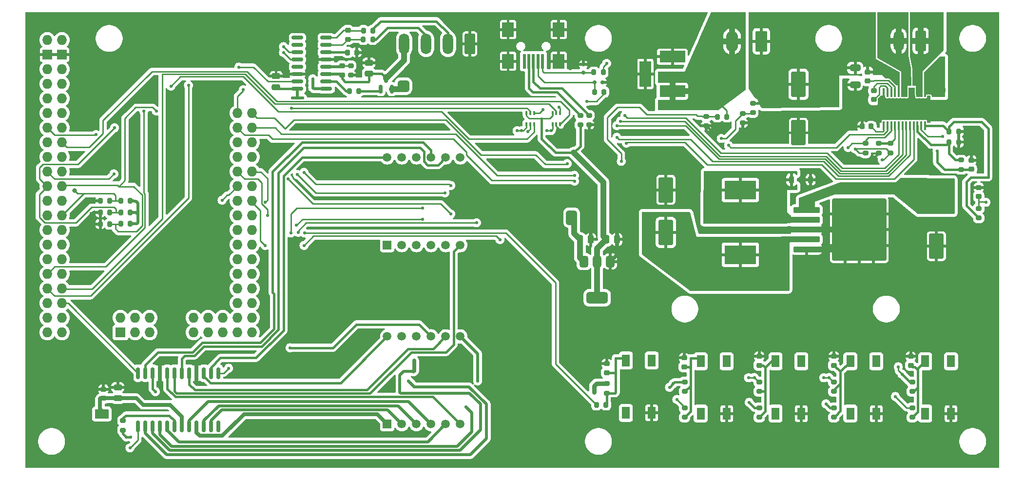
<source format=gbr>
%TF.GenerationSoftware,KiCad,Pcbnew,8.0.3*%
%TF.CreationDate,2024-08-04T18:58:25-04:00*%
%TF.ProjectId,UMTK,554d544b-2e6b-4696-9361-645f70636258,rev?*%
%TF.SameCoordinates,Original*%
%TF.FileFunction,Copper,L1,Top*%
%TF.FilePolarity,Positive*%
%FSLAX46Y46*%
G04 Gerber Fmt 4.6, Leading zero omitted, Abs format (unit mm)*
G04 Created by KiCad (PCBNEW 8.0.3) date 2024-08-04 18:58:25*
%MOMM*%
%LPD*%
G01*
G04 APERTURE LIST*
G04 Aperture macros list*
%AMRoundRect*
0 Rectangle with rounded corners*
0 $1 Rounding radius*
0 $2 $3 $4 $5 $6 $7 $8 $9 X,Y pos of 4 corners*
0 Add a 4 corners polygon primitive as box body*
4,1,4,$2,$3,$4,$5,$6,$7,$8,$9,$2,$3,0*
0 Add four circle primitives for the rounded corners*
1,1,$1+$1,$2,$3*
1,1,$1+$1,$4,$5*
1,1,$1+$1,$6,$7*
1,1,$1+$1,$8,$9*
0 Add four rect primitives between the rounded corners*
20,1,$1+$1,$2,$3,$4,$5,0*
20,1,$1+$1,$4,$5,$6,$7,0*
20,1,$1+$1,$6,$7,$8,$9,0*
20,1,$1+$1,$8,$9,$2,$3,0*%
G04 Aperture macros list end*
%TA.AperFunction,ComponentPad*%
%ADD10RoundRect,0.250000X0.650000X1.550000X-0.650000X1.550000X-0.650000X-1.550000X0.650000X-1.550000X0*%
%TD*%
%TA.AperFunction,ComponentPad*%
%ADD11O,1.800000X3.600000*%
%TD*%
%TA.AperFunction,SMDPad,CuDef*%
%ADD12RoundRect,0.250000X-0.475000X0.250000X-0.475000X-0.250000X0.475000X-0.250000X0.475000X0.250000X0*%
%TD*%
%TA.AperFunction,SMDPad,CuDef*%
%ADD13RoundRect,0.225000X0.225000X0.250000X-0.225000X0.250000X-0.225000X-0.250000X0.225000X-0.250000X0*%
%TD*%
%TA.AperFunction,SMDPad,CuDef*%
%ADD14RoundRect,0.200000X-0.275000X0.200000X-0.275000X-0.200000X0.275000X-0.200000X0.275000X0.200000X0*%
%TD*%
%TA.AperFunction,SMDPad,CuDef*%
%ADD15RoundRect,0.200000X0.200000X0.275000X-0.200000X0.275000X-0.200000X-0.275000X0.200000X-0.275000X0*%
%TD*%
%TA.AperFunction,SMDPad,CuDef*%
%ADD16RoundRect,0.150000X-0.200000X0.150000X-0.200000X-0.150000X0.200000X-0.150000X0.200000X0.150000X0*%
%TD*%
%TA.AperFunction,SMDPad,CuDef*%
%ADD17RoundRect,0.200000X0.275000X-0.200000X0.275000X0.200000X-0.275000X0.200000X-0.275000X-0.200000X0*%
%TD*%
%TA.AperFunction,SMDPad,CuDef*%
%ADD18RoundRect,0.150000X-0.150000X0.875000X-0.150000X-0.875000X0.150000X-0.875000X0.150000X0.875000X0*%
%TD*%
%TA.AperFunction,SMDPad,CuDef*%
%ADD19RoundRect,0.225000X-0.250000X0.225000X-0.250000X-0.225000X0.250000X-0.225000X0.250000X0.225000X0*%
%TD*%
%TA.AperFunction,SMDPad,CuDef*%
%ADD20RoundRect,0.250000X-2.050000X-0.300000X2.050000X-0.300000X2.050000X0.300000X-2.050000X0.300000X0*%
%TD*%
%TA.AperFunction,SMDPad,CuDef*%
%ADD21RoundRect,0.250000X-2.025000X-2.375000X2.025000X-2.375000X2.025000X2.375000X-2.025000X2.375000X0*%
%TD*%
%TA.AperFunction,SMDPad,CuDef*%
%ADD22RoundRect,0.250002X-4.449998X-5.149998X4.449998X-5.149998X4.449998X5.149998X-4.449998X5.149998X0*%
%TD*%
%TA.AperFunction,SMDPad,CuDef*%
%ADD23RoundRect,0.100000X0.100000X-0.225000X0.100000X0.225000X-0.100000X0.225000X-0.100000X-0.225000X0*%
%TD*%
%TA.AperFunction,SMDPad,CuDef*%
%ADD24RoundRect,0.200000X-0.200000X-0.275000X0.200000X-0.275000X0.200000X0.275000X-0.200000X0.275000X0*%
%TD*%
%TA.AperFunction,SMDPad,CuDef*%
%ADD25RoundRect,0.250000X0.650000X-0.325000X0.650000X0.325000X-0.650000X0.325000X-0.650000X-0.325000X0*%
%TD*%
%TA.AperFunction,SMDPad,CuDef*%
%ADD26RoundRect,0.250000X0.475000X-0.250000X0.475000X0.250000X-0.475000X0.250000X-0.475000X-0.250000X0*%
%TD*%
%TA.AperFunction,SMDPad,CuDef*%
%ADD27RoundRect,0.250000X-1.000000X1.950000X-1.000000X-1.950000X1.000000X-1.950000X1.000000X1.950000X0*%
%TD*%
%TA.AperFunction,SMDPad,CuDef*%
%ADD28RoundRect,0.375000X-0.375000X0.625000X-0.375000X-0.625000X0.375000X-0.625000X0.375000X0.625000X0*%
%TD*%
%TA.AperFunction,SMDPad,CuDef*%
%ADD29RoundRect,0.500000X-1.400000X0.500000X-1.400000X-0.500000X1.400000X-0.500000X1.400000X0.500000X0*%
%TD*%
%TA.AperFunction,SMDPad,CuDef*%
%ADD30RoundRect,0.150000X0.850000X0.150000X-0.850000X0.150000X-0.850000X-0.150000X0.850000X-0.150000X0*%
%TD*%
%TA.AperFunction,ComponentPad*%
%ADD31R,4.500000X2.000000*%
%TD*%
%TA.AperFunction,ComponentPad*%
%ADD32R,2.000000X4.500000*%
%TD*%
%TA.AperFunction,SMDPad,CuDef*%
%ADD33R,1.400000X2.100000*%
%TD*%
%TA.AperFunction,ComponentPad*%
%ADD34R,1.500000X1.500000*%
%TD*%
%TA.AperFunction,ComponentPad*%
%ADD35C,1.500000*%
%TD*%
%TA.AperFunction,SMDPad,CuDef*%
%ADD36RoundRect,0.250000X1.000000X-1.950000X1.000000X1.950000X-1.000000X1.950000X-1.000000X-1.950000X0*%
%TD*%
%TA.AperFunction,SMDPad,CuDef*%
%ADD37RoundRect,0.150000X0.150000X0.200000X-0.150000X0.200000X-0.150000X-0.200000X0.150000X-0.200000X0*%
%TD*%
%TA.AperFunction,SMDPad,CuDef*%
%ADD38RoundRect,0.225000X-0.225000X-0.375000X0.225000X-0.375000X0.225000X0.375000X-0.225000X0.375000X0*%
%TD*%
%TA.AperFunction,SMDPad,CuDef*%
%ADD39RoundRect,0.225000X0.250000X-0.225000X0.250000X0.225000X-0.250000X0.225000X-0.250000X-0.225000X0*%
%TD*%
%TA.AperFunction,SMDPad,CuDef*%
%ADD40R,0.500000X2.500000*%
%TD*%
%TA.AperFunction,SMDPad,CuDef*%
%ADD41R,2.000000X2.500000*%
%TD*%
%TA.AperFunction,SMDPad,CuDef*%
%ADD42RoundRect,0.100000X0.100000X-0.687500X0.100000X0.687500X-0.100000X0.687500X-0.100000X-0.687500X0*%
%TD*%
%TA.AperFunction,HeatsinkPad*%
%ADD43C,0.600000*%
%TD*%
%TA.AperFunction,HeatsinkPad*%
%ADD44R,7.800000X3.400000*%
%TD*%
%TA.AperFunction,SMDPad,CuDef*%
%ADD45RoundRect,0.150000X0.150000X-0.587500X0.150000X0.587500X-0.150000X0.587500X-0.150000X-0.587500X0*%
%TD*%
%TA.AperFunction,SMDPad,CuDef*%
%ADD46RoundRect,0.250000X0.250000X0.475000X-0.250000X0.475000X-0.250000X-0.475000X0.250000X-0.475000X0*%
%TD*%
%TA.AperFunction,ComponentPad*%
%ADD47O,1.727200X1.727200*%
%TD*%
%TA.AperFunction,ComponentPad*%
%ADD48R,1.727200X1.727200*%
%TD*%
%TA.AperFunction,ComponentPad*%
%ADD49RoundRect,0.249999X0.790001X1.550001X-0.790001X1.550001X-0.790001X-1.550001X0.790001X-1.550001X0*%
%TD*%
%TA.AperFunction,ComponentPad*%
%ADD50O,2.080000X3.600000*%
%TD*%
%TA.AperFunction,SMDPad,CuDef*%
%ADD51RoundRect,0.225000X-0.225000X-0.250000X0.225000X-0.250000X0.225000X0.250000X-0.225000X0.250000X0*%
%TD*%
%TA.AperFunction,SMDPad,CuDef*%
%ADD52R,5.500000X3.250000*%
%TD*%
%TA.AperFunction,ViaPad*%
%ADD53C,0.560000*%
%TD*%
%TA.AperFunction,ViaPad*%
%ADD54C,0.800000*%
%TD*%
%TA.AperFunction,Conductor*%
%ADD55C,0.254000*%
%TD*%
%TA.AperFunction,Conductor*%
%ADD56C,0.250000*%
%TD*%
%TA.AperFunction,Conductor*%
%ADD57C,0.635000*%
%TD*%
%TA.AperFunction,Conductor*%
%ADD58C,1.016000*%
%TD*%
%TA.AperFunction,Conductor*%
%ADD59C,0.381000*%
%TD*%
%TA.AperFunction,Conductor*%
%ADD60C,0.508000*%
%TD*%
%TA.AperFunction,Conductor*%
%ADD61C,0.762000*%
%TD*%
G04 APERTURE END LIST*
D10*
%TO.P,J1,1,Pin_1*%
%TO.N,/MotorDriver/VM-*%
X175967000Y-25411500D03*
D11*
%TO.P,J1,2,Pin_2*%
%TO.N,/MotorDriver/VM+*%
X172157000Y-25411500D03*
%TD*%
D12*
%TO.P,C13,1*%
%TO.N,GND*%
X80137000Y-29210000D03*
%TO.P,C13,2*%
%TO.N,/HX711/LCE+*%
X80137000Y-31110000D03*
%TD*%
D13*
%TO.P,C12,1*%
%TO.N,Net-(U1-DVDD)*%
X167361200Y-40284400D03*
%TO.P,C12,2*%
%TO.N,GND*%
X165811200Y-40284400D03*
%TD*%
D14*
%TO.P,R5,1*%
%TO.N,VMOTOR*%
X146812000Y-36259000D03*
%TO.P,R5,2*%
%TO.N,/Arduino/VM_Sense*%
X146812000Y-37909000D03*
%TD*%
D15*
%TO.P,R19,1*%
%TO.N,/Arduino/MOT_nSLEEP*%
X35104800Y-53178800D03*
%TO.P,R19,2*%
%TO.N,GND*%
X33454800Y-53178800D03*
%TD*%
D16*
%TO.P,D2,1,K*%
%TO.N,Net-(D2-K)*%
X117348000Y-30926000D03*
%TO.P,D2,2,A*%
%TO.N,GND*%
X117348000Y-29526000D03*
%TD*%
D17*
%TO.P,R12,1*%
%TO.N,Net-(C2-Pad2)*%
X134960652Y-90825000D03*
%TO.P,R12,2*%
%TO.N,/Arduino/SW_2*%
X134960652Y-89175000D03*
%TD*%
D18*
%TO.P,U6,1,DIN*%
%TO.N,/7Seg_Display/DIN*%
X53974000Y-83141000D03*
%TO.P,U6,2,DIG_0*%
%TO.N,Net-(U6-DIG_0)*%
X52704000Y-83141000D03*
%TO.P,U6,3,DIG_4*%
%TO.N,Net-(U6-DIG_4)*%
X51434000Y-83141000D03*
%TO.P,U6,4,GND*%
%TO.N,GND*%
X50164000Y-83141000D03*
%TO.P,U6,5,DIG_6*%
%TO.N,Net-(U6-DIG_6)*%
X48894000Y-83141000D03*
%TO.P,U6,6,DIG_2*%
%TO.N,Net-(U6-DIG_2)*%
X47624000Y-83141000D03*
%TO.P,U6,7,DIG_3*%
%TO.N,Net-(U6-DIG_3)*%
X46354000Y-83141000D03*
%TO.P,U6,8,DIG_7*%
%TO.N,Net-(U6-DIG_7)*%
X45084000Y-83141000D03*
%TO.P,U6,9,GND*%
%TO.N,GND*%
X43814000Y-83141000D03*
%TO.P,U6,10,DIG_5*%
%TO.N,Net-(U6-DIG_5)*%
X42544000Y-83141000D03*
%TO.P,U6,11,DIG_1*%
%TO.N,Net-(U6-DIG_1)*%
X41274000Y-83141000D03*
%TO.P,U6,12,~{CS}*%
%TO.N,/7Seg_Display/CS*%
X40004000Y-83141000D03*
%TO.P,U6,13,CLK*%
%TO.N,/7Seg_Display/CLK*%
X40004000Y-92441000D03*
%TO.P,U6,14,SEG_A*%
%TO.N,Net-(U6-SEG_A)*%
X41274000Y-92441000D03*
%TO.P,U6,15,SEG_F*%
%TO.N,Net-(U6-SEG_F)*%
X42544000Y-92441000D03*
%TO.P,U6,16,SEG_B*%
%TO.N,Net-(U6-SEG_B)*%
X43814000Y-92441000D03*
%TO.P,U6,17,SEG_G*%
%TO.N,Net-(U6-SEG_G)*%
X45084000Y-92441000D03*
%TO.P,U6,18,ISET*%
%TO.N,Net-(U6-ISET)*%
X46354000Y-92441000D03*
%TO.P,U6,19,V+*%
%TO.N,+5V*%
X47624000Y-92441000D03*
%TO.P,U6,20,SEG_C*%
%TO.N,Net-(U6-SEG_C)*%
X48894000Y-92441000D03*
%TO.P,U6,21,SEG_E*%
%TO.N,Net-(U6-SEG_E)*%
X50164000Y-92441000D03*
%TO.P,U6,22,SEG_DP*%
%TO.N,Net-(U6-SEG_DP)*%
X51434000Y-92441000D03*
%TO.P,U6,23,SEG_D*%
%TO.N,Net-(U6-SEG_D)*%
X52704000Y-92441000D03*
%TO.P,U6,24,DOUT*%
%TO.N,unconnected-(U6-DOUT-Pad24)*%
X53974000Y-92441000D03*
%TD*%
D17*
%TO.P,R17,1*%
%TO.N,Net-(C5-Pad2)*%
X174500000Y-86325000D03*
%TO.P,R17,2*%
%TO.N,+5V*%
X174500000Y-84675000D03*
%TD*%
D19*
%TO.P,C5,1*%
%TO.N,GND*%
X174244000Y-80238000D03*
%TO.P,C5,2*%
%TO.N,Net-(C5-Pad2)*%
X174244000Y-81788000D03*
%TD*%
D20*
%TO.P,U10,1,VIN*%
%TO.N,+12V*%
X156150000Y-54829000D03*
%TO.P,U10,2,OUT*%
%TO.N,Net-(D1-K)*%
X156150000Y-56529000D03*
%TO.P,U10,3,GND*%
%TO.N,GND*%
X156150000Y-58229000D03*
D21*
X162875000Y-55454000D03*
X162875000Y-61004000D03*
D22*
X165300000Y-58229000D03*
D21*
X167725000Y-55454000D03*
X167725000Y-61004000D03*
D20*
%TO.P,U10,4,FB*%
%TO.N,+5V*%
X156150000Y-59929000D03*
%TO.P,U10,5,~{ON}/OFF*%
%TO.N,GND*%
X156150000Y-61629000D03*
%TD*%
D15*
%TO.P,R30,1*%
%TO.N,/HX711/LCS+*%
X80822800Y-23622000D03*
%TO.P,R30,2*%
%TO.N,Net-(U2-INA+)*%
X79172800Y-23622000D03*
%TD*%
D14*
%TO.P,R21,1*%
%TO.N,/MotorDriver/SR - Slew Rate Adjust*%
X170688000Y-43242000D03*
%TO.P,R21,2*%
%TO.N,+5V*%
X170688000Y-44892000D03*
%TD*%
D17*
%TO.P,R33,1*%
%TO.N,+5V*%
X37388800Y-93039200D03*
%TO.P,R33,2*%
%TO.N,Net-(U6-ISET)*%
X37388800Y-91389200D03*
%TD*%
D15*
%TO.P,R27,1*%
%TO.N,GND*%
X182552667Y-43000000D03*
%TO.P,R27,2*%
%TO.N,Net-(U1-IPROPI1)*%
X180902667Y-43000000D03*
%TD*%
D23*
%TO.P,U11,1,VCCA*%
%TO.N,+5V*%
X107514000Y-39873000D03*
%TO.P,U11,2,GND*%
%TO.N,GND*%
X108164000Y-39873000D03*
%TO.P,U11,3,A*%
%TO.N,/Arduino/SLIDE_CLK*%
X108814000Y-39873000D03*
%TO.P,U11,4,B*%
%TO.N,/Linear Slide/_SLIDE_CLK_*%
X108814000Y-37973000D03*
%TO.P,U11,5,DIR*%
%TO.N,/Arduino/SLIDE_CLK_DIR*%
X108164000Y-37973000D03*
%TO.P,U11,6,VCCB*%
%TO.N,+3V3*%
X107514000Y-37973000D03*
%TD*%
D24*
%TO.P,R23,1*%
%TO.N,/Arduino/MOT_nOL*%
X37008800Y-55210800D03*
%TO.P,R23,2*%
%TO.N,+5V*%
X38658800Y-55210800D03*
%TD*%
D25*
%TO.P,C9,1*%
%TO.N,GND*%
X164592000Y-33072500D03*
%TO.P,C9,2*%
%TO.N,VMOTOR*%
X164592000Y-30122500D03*
%TD*%
D26*
%TO.P,C16,1*%
%TO.N,+5V*%
X64000000Y-33450000D03*
%TO.P,C16,2*%
%TO.N,GND*%
X64000000Y-31550000D03*
%TD*%
D15*
%TO.P,R20,1*%
%TO.N,/Arduino/MOT_nOL*%
X35104800Y-55210800D03*
%TO.P,R20,2*%
%TO.N,GND*%
X33454800Y-55210800D03*
%TD*%
D17*
%TO.P,R15,1*%
%TO.N,Net-(C4-Pad2)*%
X160881956Y-86325000D03*
%TO.P,R15,2*%
%TO.N,+5V*%
X160881956Y-84675000D03*
%TD*%
%TO.P,R34,1*%
%TO.N,GND*%
X168656000Y-44894000D03*
%TO.P,R34,2*%
%TO.N,/MotorDriver/SR - Slew Rate Adjust*%
X168656000Y-43244000D03*
%TD*%
%TO.P,R13,1*%
%TO.N,Net-(C3-Pad2)*%
X147921304Y-86325000D03*
%TO.P,R13,2*%
%TO.N,+5V*%
X147921304Y-84675000D03*
%TD*%
D27*
%TO.P,C17,1,1*%
%TO.N,+12V*%
X178689000Y-52696000D03*
%TO.P,C17,2,2*%
%TO.N,GND*%
X178689000Y-61096000D03*
%TD*%
D28*
%TO.P,U13,1,GND*%
%TO.N,GND*%
X122061000Y-63754000D03*
%TO.P,U13,2,VO*%
%TO.N,+3V3*%
X119761000Y-63754000D03*
D29*
X119761000Y-70054000D03*
D28*
%TO.P,U13,3,VI*%
%TO.N,+5V*%
X117461000Y-63754000D03*
%TD*%
D15*
%TO.P,R32,1*%
%TO.N,Net-(Q1-B)*%
X78361000Y-34114500D03*
%TO.P,R32,2*%
%TO.N,Net-(U2-BASE)*%
X76711000Y-34114500D03*
%TD*%
D30*
%TO.P,U2,1,VSUP*%
%TO.N,+5V*%
X72710000Y-33733500D03*
%TO.P,U2,2,BASE*%
%TO.N,Net-(U2-BASE)*%
X72710000Y-32463500D03*
%TO.P,U2,3,AVDD*%
%TO.N,/HX711/LCE+*%
X72710000Y-31193500D03*
%TO.P,U2,4,VFB*%
%TO.N,Net-(U2-VFB)*%
X72710000Y-29923500D03*
%TO.P,U2,5,AGND*%
%TO.N,GND*%
X72710000Y-28653500D03*
%TO.P,U2,6,VBG*%
%TO.N,Net-(U2-VBG)*%
X72710000Y-27383500D03*
%TO.P,U2,7,INA-*%
%TO.N,Net-(U2-INA-)*%
X72710000Y-26113500D03*
%TO.P,U2,8,INA+*%
%TO.N,Net-(U2-INA+)*%
X72710000Y-24843500D03*
%TO.P,U2,9,INB-*%
%TO.N,unconnected-(U2-INB--Pad9)*%
X67710000Y-24843500D03*
%TO.P,U2,10,INB+*%
%TO.N,unconnected-(U2-INB+-Pad10)*%
X67710000Y-26113500D03*
%TO.P,U2,11,PD_SCK*%
%TO.N,/Arduino/LC_SCK*%
X67710000Y-27383500D03*
%TO.P,U2,12,DOUT*%
%TO.N,/Arduino/LC_DT*%
X67710000Y-28653500D03*
%TO.P,U2,13,XO*%
%TO.N,unconnected-(U2-XO-Pad13)*%
X67710000Y-29923500D03*
%TO.P,U2,14,XI*%
%TO.N,GND*%
X67710000Y-31193500D03*
%TO.P,U2,15,RATE*%
%TO.N,/Arduino/LC_RATE*%
X67710000Y-32463500D03*
%TO.P,U2,16,DVDD*%
%TO.N,+5V*%
X67710000Y-33733500D03*
%TD*%
D24*
%TO.P,R22,1*%
%TO.N,/Arduino/MOT_nSLEEP*%
X37008800Y-53220800D03*
%TO.P,R22,2*%
%TO.N,+5V*%
X38658800Y-53220800D03*
%TD*%
D19*
%TO.P,C14,1*%
%TO.N,Net-(U2-INA+)*%
X76454000Y-23596000D03*
%TO.P,C14,2*%
%TO.N,Net-(U2-INA-)*%
X76454000Y-25146000D03*
%TD*%
D23*
%TO.P,U12,1,VCCA*%
%TO.N,+5V*%
X112014000Y-39878000D03*
%TO.P,U12,2,GND*%
%TO.N,GND*%
X112664000Y-39878000D03*
%TO.P,U12,3,A*%
%TO.N,/Arduino/SLIDE_DAT*%
X113314000Y-39878000D03*
%TO.P,U12,4,B*%
%TO.N,/Linear Slide/_SLIDE_DAT_*%
X113314000Y-37978000D03*
%TO.P,U12,5,DIR*%
%TO.N,/Arduino/SLIDE_DAT_DIR*%
X112664000Y-37978000D03*
%TO.P,U12,6,VCCB*%
%TO.N,+3V3*%
X112014000Y-37978000D03*
%TD*%
D31*
%TO.P,J5,1,1*%
%TO.N,+12V*%
X132839133Y-34176000D03*
%TO.P,J5,2,2*%
%TO.N,GND*%
X132839133Y-28176000D03*
D32*
%TO.P,J5,3,3*%
X128139133Y-31176000D03*
%TD*%
D15*
%TO.P,R1,1*%
%TO.N,+12V*%
X142303000Y-38608000D03*
%TO.P,R1,2*%
%TO.N,/Arduino/Vin_Sense*%
X140653000Y-38608000D03*
%TD*%
D17*
%TO.P,R11,1*%
%TO.N,Net-(C2-Pad2)*%
X134960652Y-86325000D03*
%TO.P,R11,2*%
%TO.N,+5V*%
X134960652Y-84675000D03*
%TD*%
%TO.P,R14,1*%
%TO.N,Net-(C3-Pad2)*%
X147921304Y-90825000D03*
%TO.P,R14,2*%
%TO.N,/Arduino/SW_3*%
X147921304Y-89175000D03*
%TD*%
D33*
%TO.P,S3,1*%
%TO.N,unconnected-(S3-Pad1)*%
X155250000Y-81075000D03*
%TO.P,S3,2*%
%TO.N,GND*%
X155250000Y-90175000D03*
%TO.P,S3,3*%
%TO.N,Net-(C3-Pad2)*%
X150750000Y-81075000D03*
%TO.P,S3,4*%
%TO.N,unconnected-(S3-Pad4)*%
X150750000Y-90175000D03*
%TD*%
D15*
%TO.P,R31,1*%
%TO.N,/HX711/LCS-*%
X80772000Y-25146000D03*
%TO.P,R31,2*%
%TO.N,Net-(U2-INA-)*%
X79122000Y-25146000D03*
%TD*%
D34*
%TO.P,U8,1,e*%
%TO.N,Net-(U6-SEG_E)*%
X83300000Y-60885000D03*
D35*
%TO.P,U8,2,d*%
%TO.N,Net-(U6-SEG_D)*%
X85840000Y-60885000D03*
%TO.P,U8,3,DPX*%
%TO.N,Net-(U6-SEG_DP)*%
X88380000Y-60885000D03*
%TO.P,U8,4,c*%
%TO.N,Net-(U6-SEG_C)*%
X90920000Y-60885000D03*
%TO.P,U8,5,g*%
%TO.N,Net-(U6-SEG_G)*%
X93460000Y-60885000D03*
%TO.P,U8,6,CA4*%
%TO.N,Net-(U6-DIG_3)*%
X96000000Y-60885000D03*
%TO.P,U8,7,b*%
%TO.N,Net-(U6-SEG_B)*%
X96000000Y-45645000D03*
%TO.P,U8,8,CA3*%
%TO.N,Net-(U6-DIG_2)*%
X93460000Y-45645000D03*
%TO.P,U8,9,CA2*%
%TO.N,Net-(U6-DIG_1)*%
X90920000Y-45645000D03*
%TO.P,U8,10,f*%
%TO.N,Net-(U6-SEG_F)*%
X88380000Y-45645000D03*
%TO.P,U8,11,a*%
%TO.N,Net-(U6-SEG_A)*%
X85840000Y-45645000D03*
%TO.P,U8,12,CA1*%
%TO.N,Net-(U6-DIG_0)*%
X83300000Y-45645000D03*
%TD*%
D36*
%TO.P,C21,1,1*%
%TO.N,+5V*%
X131699000Y-58700000D03*
%TO.P,C21,2,2*%
%TO.N,GND*%
X131699000Y-51300000D03*
%TD*%
D12*
%TO.P,C6,1*%
%TO.N,GND*%
X36500000Y-85600000D03*
%TO.P,C6,2*%
%TO.N,+5V*%
X36500000Y-87500000D03*
%TD*%
D15*
%TO.P,R10,1*%
%TO.N,Net-(C1-Pad2)*%
X121284000Y-88646000D03*
%TO.P,R10,2*%
%TO.N,/Arduino/SW_1*%
X119634000Y-88646000D03*
%TD*%
%TO.P,R35,1*%
%TO.N,/Arduino/MOT_nITRIP*%
X35104800Y-57242800D03*
%TO.P,R35,2*%
%TO.N,GND*%
X33454800Y-57242800D03*
%TD*%
D37*
%TO.P,D3,1,K*%
%TO.N,Net-(D3-K)*%
X119315000Y-32639000D03*
%TO.P,D3,2,A*%
%TO.N,GND*%
X120715000Y-32639000D03*
%TD*%
D38*
%TO.P,D1,1,K*%
%TO.N,Net-(D1-K)*%
X153545000Y-49530000D03*
%TO.P,D1,2,A*%
%TO.N,GND*%
X156845000Y-49530000D03*
%TD*%
D33*
%TO.P,S5,1*%
%TO.N,unconnected-(S5-Pad1)*%
X181250000Y-81075000D03*
%TO.P,S5,2*%
%TO.N,GND*%
X181250000Y-90175000D03*
%TO.P,S5,3*%
%TO.N,Net-(C5-Pad2)*%
X176750000Y-81075000D03*
%TO.P,S5,4*%
%TO.N,unconnected-(S5-Pad4)*%
X176750000Y-90175000D03*
%TD*%
D17*
%TO.P,R7,1*%
%TO.N,+3V3*%
X116840000Y-40005000D03*
%TO.P,R7,2*%
%TO.N,Net-(J8-ID)*%
X116840000Y-38355000D03*
%TD*%
D33*
%TO.P,S4,1*%
%TO.N,unconnected-(S4-Pad1)*%
X168250000Y-81075000D03*
%TO.P,S4,2*%
%TO.N,GND*%
X168250000Y-90175000D03*
%TO.P,S4,3*%
%TO.N,Net-(C4-Pad2)*%
X163750000Y-81075000D03*
%TO.P,S4,4*%
%TO.N,unconnected-(S4-Pad4)*%
X163750000Y-90175000D03*
%TD*%
D39*
%TO.P,R28,1*%
%TO.N,/HX711/LCE+*%
X75438000Y-31333500D03*
%TO.P,R28,2*%
%TO.N,Net-(U2-VFB)*%
X75438000Y-29783500D03*
%TD*%
D40*
%TO.P,J8,1,VBUS*%
%TO.N,Net-(D2-K)*%
X110300000Y-28959000D03*
%TO.P,J8,2,D-*%
%TO.N,Net-(D3-K)*%
X109500000Y-28959000D03*
%TO.P,J8,3,D+*%
%TO.N,Net-(J8-D+)*%
X108700000Y-28959000D03*
%TO.P,J8,4,ID*%
%TO.N,Net-(J8-ID)*%
X107900000Y-28959000D03*
%TO.P,J8,5,GND*%
%TO.N,unconnected-(J8-GND-Pad5)*%
X107100000Y-28959000D03*
D41*
%TO.P,J8,6,SHLD1*%
%TO.N,GND*%
X113100000Y-28959000D03*
X113100000Y-23459000D03*
X104300000Y-28959000D03*
X104300000Y-23459000D03*
%TD*%
D42*
%TO.P,U1,1,DVDD*%
%TO.N,Net-(U1-DVDD)*%
X169564000Y-40122000D03*
%TO.P,U1,2,~{FAULT}*%
%TO.N,/Arduino/MOT_nFAULT*%
X170214000Y-40122000D03*
%TO.P,U1,3,SDO*%
%TO.N,/Arduino/MOT_MODE*%
X170864000Y-40122000D03*
%TO.P,U1,4,SDI*%
%TO.N,/MotorDriver/SR - Slew Rate Adjust*%
X171514000Y-40122000D03*
%TO.P,U1,5,SCLK*%
%TO.N,/Arduino/MOT_nITRIP*%
X172164000Y-40122000D03*
%TO.P,U1,6,~{SCS}*%
%TO.N,/Arduino/MOT_nOL*%
X172814000Y-40122000D03*
%TO.P,U1,7,EN/IN1*%
%TO.N,/Arduino/MOT_EN_IN1*%
X173464000Y-40122000D03*
%TO.P,U1,8,PH/IN2*%
%TO.N,/Arduino/MOT_PH_IN2*%
X174114000Y-40122000D03*
%TO.P,U1,9,DISABLE*%
%TO.N,/Arduino/MOT_DISABLE*%
X174764000Y-40122000D03*
%TO.P,U1,10,IPROPI1*%
%TO.N,Net-(U1-IPROPI1)*%
X175414000Y-40122000D03*
%TO.P,U1,11,~{SLEEP}*%
%TO.N,/Arduino/MOT_nSLEEP*%
X176064000Y-40122000D03*
%TO.P,U1,12,IPROPI2*%
%TO.N,Net-(U1-IPROPI2)*%
X176714000Y-40122000D03*
%TO.P,U1,13,VM*%
%TO.N,VMOTOR*%
X176714000Y-34397000D03*
%TO.P,U1,14,OUT2*%
%TO.N,/MotorDriver/VM-*%
X176064000Y-34397000D03*
%TO.P,U1,15,OUT2*%
X175414000Y-34397000D03*
%TO.P,U1,16,SRC*%
%TO.N,GND*%
X174764000Y-34397000D03*
%TO.P,U1,17,SRC*%
X174114000Y-34397000D03*
%TO.P,U1,18,OUT1*%
%TO.N,/MotorDriver/VM+*%
X173464000Y-34397000D03*
%TO.P,U1,19,OUT1*%
X172814000Y-34397000D03*
%TO.P,U1,20,VM*%
%TO.N,VMOTOR*%
X172164000Y-34397000D03*
%TO.P,U1,21,VCP*%
%TO.N,Net-(U1-VCP)*%
X171514000Y-34397000D03*
%TO.P,U1,22,CPH*%
%TO.N,Net-(U1-CPH)*%
X170864000Y-34397000D03*
%TO.P,U1,23,CPL*%
%TO.N,Net-(U1-CPL)*%
X170214000Y-34397000D03*
%TO.P,U1,24,GND*%
%TO.N,GND*%
X169564000Y-34397000D03*
D43*
%TO.P,U1,25,EP*%
X169889000Y-38559500D03*
X171189000Y-38559500D03*
X172489000Y-38559500D03*
X173789000Y-38559500D03*
X175089000Y-38559500D03*
X176389000Y-38559500D03*
X169889000Y-37259500D03*
X171189000Y-37259500D03*
X172489000Y-37259500D03*
D44*
X173139000Y-37259500D03*
D43*
X173789000Y-37259500D03*
X175089000Y-37259500D03*
X176389000Y-37259500D03*
X169889000Y-35959500D03*
X171189000Y-35959500D03*
X172489000Y-35959500D03*
X173789000Y-35959500D03*
X175089000Y-35959500D03*
X176389000Y-35959500D03*
%TD*%
D17*
%TO.P,R9,1*%
%TO.N,Net-(C1-Pad2)*%
X121412000Y-86614000D03*
%TO.P,R9,2*%
%TO.N,+5V*%
X121412000Y-84964000D03*
%TD*%
D19*
%TO.P,C3,1*%
%TO.N,GND*%
X147921304Y-80225000D03*
%TO.P,C3,2*%
%TO.N,Net-(C3-Pad2)*%
X147921304Y-81775000D03*
%TD*%
D17*
%TO.P,R18,1*%
%TO.N,Net-(C5-Pad2)*%
X174500000Y-90825000D03*
%TO.P,R18,2*%
%TO.N,/Arduino/SW_5*%
X174500000Y-89175000D03*
%TD*%
D39*
%TO.P,C23,1*%
%TO.N,/Arduino/MOT_SENSE2*%
X186055000Y-52451000D03*
%TO.P,C23,2*%
%TO.N,GND*%
X186055000Y-50901000D03*
%TD*%
D33*
%TO.P,S2,1*%
%TO.N,unconnected-(S2-Pad1)*%
X142250000Y-81075000D03*
%TO.P,S2,2*%
%TO.N,GND*%
X142250000Y-90175000D03*
%TO.P,S2,3*%
%TO.N,Net-(C2-Pad2)*%
X137750000Y-81075000D03*
%TO.P,S2,4*%
%TO.N,unconnected-(S2-Pad4)*%
X137750000Y-90175000D03*
%TD*%
D17*
%TO.P,R6,1*%
%TO.N,GND*%
X118364000Y-40005000D03*
%TO.P,R6,2*%
%TO.N,Net-(J8-D+)*%
X118364000Y-38355000D03*
%TD*%
D45*
%TO.P,Q1,1,B*%
%TO.N,Net-(Q1-B)*%
X82174000Y-33782000D03*
%TO.P,Q1,2,E*%
%TO.N,+5V*%
X84074000Y-33782000D03*
%TO.P,Q1,3,C*%
%TO.N,/HX711/LCE+*%
X83124000Y-31907000D03*
%TD*%
D46*
%TO.P,C19,1*%
%TO.N,GND*%
X123251000Y-59919000D03*
%TO.P,C19,2*%
%TO.N,+3V3*%
X121351000Y-59919000D03*
%TD*%
D47*
%TO.P,A2,3V31,3.3V*%
%TO.N,unconnected-(A2-3.3V-Pad3V31)*%
X26797000Y-32893000D03*
%TO.P,A2,3V32,3.3V*%
%TO.N,unconnected-(A2-3.3V-Pad3V32)*%
X24257000Y-32893000D03*
%TO.P,A2,5V1,5V*%
%TO.N,+5V*%
X26797000Y-30353000D03*
%TO.P,A2,5V2,SPI_5V*%
%TO.N,unconnected-(A2-SPI_5V-Pad5V2)*%
X42037000Y-76073000D03*
%TO.P,A2,5V3,5V*%
%TO.N,+5V*%
X24257000Y-30353000D03*
%TO.P,A2,A0,A0*%
%TO.N,/Arduino/Vin_Sense*%
X59817000Y-37973000D03*
%TO.P,A2,A1,A1*%
%TO.N,/Arduino/VM_Sense*%
X57277000Y-37973000D03*
%TO.P,A2,A2,A2*%
%TO.N,/Arduino/MOT_SENSE1*%
X59817000Y-40513000D03*
%TO.P,A2,A3,A3*%
%TO.N,/Arduino/MOT_SENSE2*%
X57277000Y-40513000D03*
%TO.P,A2,A4,A4*%
%TO.N,unconnected-(A2-PadA4)*%
X59817000Y-43053000D03*
%TO.P,A2,A5,A5*%
%TO.N,unconnected-(A2-PadA5)*%
X57277000Y-43053000D03*
%TO.P,A2,A6,A6*%
%TO.N,unconnected-(A2-PadA6)*%
X59817000Y-45593000D03*
%TO.P,A2,A7,A7*%
%TO.N,unconnected-(A2-PadA7)*%
X57277000Y-45593000D03*
%TO.P,A2,A8,A8*%
%TO.N,/Arduino/SW_1*%
X59817000Y-48133000D03*
%TO.P,A2,A9,A9*%
%TO.N,/Arduino/SW_2*%
X57277000Y-48133000D03*
%TO.P,A2,A10,A10*%
%TO.N,/Arduino/SW_3*%
X59817000Y-50673000D03*
%TO.P,A2,A11,A11*%
%TO.N,/Arduino/SW_4*%
X57277000Y-50673000D03*
%TO.P,A2,A12,A12*%
%TO.N,/Arduino/SW_5*%
X59817000Y-53213000D03*
%TO.P,A2,A13,A13*%
%TO.N,unconnected-(A2-PadA13)*%
X57277000Y-53213000D03*
%TO.P,A2,A14,A14*%
%TO.N,unconnected-(A2-PadA14)*%
X59817000Y-55753000D03*
%TO.P,A2,A15,A15*%
%TO.N,unconnected-(A2-PadA15)*%
X57277000Y-55753000D03*
%TO.P,A2,AREF,AREF*%
%TO.N,unconnected-(A2-PadAREF)*%
X26797000Y-35433000D03*
%TO.P,A2,D0,D0/RX0*%
%TO.N,unconnected-(A2-D0{slash}RX0-PadD0)*%
X26797000Y-37973000D03*
%TO.P,A2,D1,D1/TX0*%
%TO.N,unconnected-(A2-D1{slash}TX0-PadD1)*%
X24257000Y-37973000D03*
%TO.P,A2,D2,D2_INT0*%
%TO.N,unconnected-(A2-D2_INT0-PadD2)*%
X26797000Y-40513000D03*
%TO.P,A2,D3,D3_INT1*%
%TO.N,/Arduino/SLIDE_CLK*%
X24257000Y-40513000D03*
%TO.P,A2,D4,D4*%
%TO.N,/Arduino/SLIDE_DAT*%
X26797000Y-43053000D03*
%TO.P,A2,D5,D5*%
%TO.N,/Arduino/LC_SCK*%
X24257000Y-43053000D03*
%TO.P,A2,D6,D6*%
%TO.N,/Arduino/LC_DT*%
X26797000Y-45593000D03*
%TO.P,A2,D7,D7*%
%TO.N,/Arduino/MOT_DISABLE*%
X24257000Y-45593000D03*
%TO.P,A2,D8,D8*%
%TO.N,/Arduino/MOT_EN_IN1*%
X26797000Y-48133000D03*
%TO.P,A2,D9,D9*%
%TO.N,/Arduino/MOT_PH_IN2*%
X24257000Y-48133000D03*
%TO.P,A2,D10,D10*%
%TO.N,/Arduino/MOT_nITRIP*%
X26797000Y-50673000D03*
%TO.P,A2,D11,D11*%
%TO.N,/Arduino/MOT_nOL*%
X24257000Y-50673000D03*
%TO.P,A2,D12,D12*%
%TO.N,/Arduino/MOT_nFAULT*%
X26797000Y-53213000D03*
%TO.P,A2,D13,D13*%
%TO.N,unconnected-(A2-PadD13)*%
X24257000Y-53213000D03*
%TO.P,A2,D14,D14/TX3*%
%TO.N,/Arduino/MOT_nSLEEP*%
X26797000Y-55753000D03*
%TO.P,A2,D15,D15/RX3*%
%TO.N,unconnected-(A2-D15{slash}RX3-PadD15)*%
X24257000Y-55753000D03*
%TO.P,A2,D16,D16/TX2*%
%TO.N,unconnected-(A2-D16{slash}TX2-PadD16)*%
X26797000Y-58293000D03*
%TO.P,A2,D17,D17/RX2*%
%TO.N,unconnected-(A2-D17{slash}RX2-PadD17)*%
X24257000Y-58293000D03*
%TO.P,A2,D18,D18/TX1*%
%TO.N,unconnected-(A2-D18{slash}TX1-PadD18)*%
X26797000Y-60833000D03*
%TO.P,A2,D19,D19/RX1*%
%TO.N,unconnected-(A2-D19{slash}RX1-PadD19)*%
X24257000Y-60833000D03*
%TO.P,A2,D20,D20/SDA*%
%TO.N,unconnected-(A2-D20{slash}SDA-PadD20)*%
X26797000Y-63373000D03*
%TO.P,A2,D21,D21/SCL*%
%TO.N,unconnected-(A2-D21{slash}SCL-PadD21)*%
X24257000Y-63373000D03*
%TO.P,A2,D22,D22*%
%TO.N,/Arduino/MOT_MODE*%
X26797000Y-65913000D03*
%TO.P,A2,D23,D23*%
%TO.N,/Arduino/SLIDE_CLK_DIR*%
X24257000Y-65913000D03*
%TO.P,A2,D24,D24*%
%TO.N,/Arduino/SLIDE_DAT_DIR*%
X26797000Y-68453000D03*
%TO.P,A2,D25,D25*%
%TO.N,/Arduino/LC_RATE*%
X24257000Y-68453000D03*
%TO.P,A2,D26,D26*%
%TO.N,/7Seg_Display/CS*%
X26797000Y-70993000D03*
%TO.P,A2,D27,D27*%
%TO.N,unconnected-(A2-PadD27)*%
X24257000Y-70993000D03*
%TO.P,A2,D28,D28*%
%TO.N,unconnected-(A2-PadD28)*%
X26797000Y-73533000D03*
%TO.P,A2,D29,D29*%
%TO.N,unconnected-(A2-PadD29)*%
X24257000Y-73533000D03*
%TO.P,A2,D30,D30*%
%TO.N,unconnected-(A2-PadD30)*%
X26797000Y-76073000D03*
%TO.P,A2,D31,D31*%
%TO.N,unconnected-(A2-PadD31)*%
X24257000Y-76073000D03*
%TO.P,A2,D32,D32*%
%TO.N,unconnected-(A2-PadD32)*%
X59817000Y-58293000D03*
%TO.P,A2,D33,D33*%
%TO.N,unconnected-(A2-PadD33)*%
X57277000Y-58293000D03*
%TO.P,A2,D34,D34*%
%TO.N,unconnected-(A2-PadD34)*%
X59817000Y-60833000D03*
%TO.P,A2,D35,D35*%
%TO.N,unconnected-(A2-PadD35)*%
X57277000Y-60833000D03*
%TO.P,A2,D36,D36*%
%TO.N,unconnected-(A2-PadD36)*%
X59817000Y-63373000D03*
%TO.P,A2,D37,D37*%
%TO.N,unconnected-(A2-PadD37)*%
X57277000Y-63373000D03*
%TO.P,A2,D38,D38*%
%TO.N,unconnected-(A2-PadD38)*%
X59817000Y-65913000D03*
%TO.P,A2,D39,D39*%
%TO.N,unconnected-(A2-PadD39)*%
X57277000Y-65913000D03*
%TO.P,A2,D40,D40*%
%TO.N,unconnected-(A2-PadD40)*%
X59817000Y-68453000D03*
%TO.P,A2,D41,D41*%
%TO.N,unconnected-(A2-PadD41)*%
X57277000Y-68453000D03*
%TO.P,A2,D42,D42*%
%TO.N,unconnected-(A2-PadD42)*%
X59817000Y-70993000D03*
%TO.P,A2,D43,D43*%
%TO.N,unconnected-(A2-PadD43)*%
X57277000Y-70993000D03*
%TO.P,A2,D44,D44*%
%TO.N,unconnected-(A2-PadD44)*%
X59817000Y-73533000D03*
%TO.P,A2,D45,D45*%
%TO.N,unconnected-(A2-PadD45)*%
X57277000Y-73533000D03*
%TO.P,A2,D46,D46*%
%TO.N,unconnected-(A2-PadD46)*%
X59817000Y-76073000D03*
%TO.P,A2,D47,D47*%
%TO.N,unconnected-(A2-PadD47)*%
X57277000Y-76073000D03*
%TO.P,A2,D48,D48*%
%TO.N,unconnected-(A2-PadD48)*%
X54737000Y-76073000D03*
%TO.P,A2,D49,D49*%
%TO.N,unconnected-(A2-PadD49)*%
X54737000Y-73533000D03*
%TO.P,A2,D50,D50_MISO*%
%TO.N,unconnected-(A2-D50_MISO-PadD50)*%
X52197000Y-76073000D03*
%TO.P,A2,D51,D51_MOSI*%
%TO.N,/7Seg_Display/DIN*%
X52197000Y-73533000D03*
%TO.P,A2,D52,D52_SCK*%
%TO.N,/7Seg_Display/CLK*%
X49657000Y-76073000D03*
%TO.P,A2,D53,D53_CS*%
%TO.N,unconnected-(A2-D53_CS-PadD53)*%
X49657000Y-73533000D03*
D48*
%TO.P,A2,GND1,GND*%
%TO.N,GND*%
X26797000Y-27813000D03*
%TO.P,A2,GND2,GND*%
X24257000Y-27813000D03*
%TO.P,A2,GND4,SPI_GND*%
%TO.N,unconnected-(A2-SPI_GND-PadGND4)*%
X36957000Y-76073000D03*
D47*
%TO.P,A2,MISO,SPI_MISO*%
%TO.N,unconnected-(A2-SPI_MISO-PadMISO)*%
X42037000Y-73533000D03*
%TO.P,A2,MOSI,SPI_MOSI*%
%TO.N,unconnected-(A2-SPI_MOSI-PadMOSI)*%
X39497000Y-76073000D03*
%TO.P,A2,RST1,RESET*%
%TO.N,unconnected-(A2-RESET-PadRST1)*%
X24257000Y-35433000D03*
%TO.P,A2,RST2,SPI_RESET*%
%TO.N,unconnected-(A2-SPI_RESET-PadRST2)*%
X36957000Y-73533000D03*
%TO.P,A2,SCK,SPI_SCK*%
%TO.N,unconnected-(A2-SPI_SCK-PadSCK)*%
X39497000Y-73533000D03*
%TO.P,A2,VIN1,VIN*%
%TO.N,unconnected-(A2-VIN-PadVIN1)*%
X26797000Y-25273000D03*
%TO.P,A2,VIN2,VIN*%
%TO.N,unconnected-(A2-VIN-PadVIN2)*%
X24257000Y-25273000D03*
%TD*%
D17*
%TO.P,R36,1*%
%TO.N,Net-(U1-IPROPI2)*%
X186055000Y-56197000D03*
%TO.P,R36,2*%
%TO.N,/Arduino/MOT_SENSE2*%
X186055000Y-54547000D03*
%TD*%
D15*
%TO.P,R2,1*%
%TO.N,/Linear Slide/_SLIDE_DAT_*%
X120840000Y-30861000D03*
%TO.P,R2,2*%
%TO.N,Net-(D2-K)*%
X119190000Y-30861000D03*
%TD*%
D17*
%TO.P,R16,1*%
%TO.N,Net-(C4-Pad2)*%
X160881956Y-90825000D03*
%TO.P,R16,2*%
%TO.N,/Arduino/SW_4*%
X160881956Y-89175000D03*
%TD*%
D24*
%TO.P,R24,1*%
%TO.N,/Arduino/MOT_nITRIP*%
X37008800Y-57200800D03*
%TO.P,R24,2*%
%TO.N,+5V*%
X38658800Y-57200800D03*
%TD*%
D17*
%TO.P,R25,1*%
%TO.N,+5V*%
X166370000Y-44894000D03*
%TO.P,R25,2*%
%TO.N,/Arduino/MOT_MODE*%
X166370000Y-43244000D03*
%TD*%
D15*
%TO.P,R3,1*%
%TO.N,/Linear Slide/_SLIDE_CLK_*%
X120967000Y-34290000D03*
%TO.P,R3,2*%
%TO.N,Net-(D3-K)*%
X119317000Y-34290000D03*
%TD*%
D39*
%TO.P,C8,1*%
%TO.N,Net-(U1-VCP)*%
X166735667Y-32372500D03*
%TO.P,C8,2*%
%TO.N,VMOTOR*%
X166735667Y-30822500D03*
%TD*%
D10*
%TO.P,J3,1,1*%
%TO.N,GND*%
X97660000Y-25932500D03*
D11*
%TO.P,J3,2,2*%
%TO.N,/HX711/LCS+*%
X93850000Y-25932500D03*
%TO.P,J3,3,3*%
%TO.N,/HX711/LCS-*%
X90040000Y-25932500D03*
%TO.P,J3,4,4*%
%TO.N,/HX711/LCE+*%
X86230000Y-25932500D03*
%TD*%
D14*
%TO.P,R8,1*%
%TO.N,/Arduino/VM_Sense*%
X145034000Y-38037000D03*
%TO.P,R8,2*%
%TO.N,GND*%
X145034000Y-39687000D03*
%TD*%
D19*
%TO.P,C7,1*%
%TO.N,Net-(U1-CPH)*%
X167843200Y-34073800D03*
%TO.P,C7,2*%
%TO.N,Net-(U1-CPL)*%
X167843200Y-35623800D03*
%TD*%
%TO.P,C2,1*%
%TO.N,GND*%
X134874000Y-80492000D03*
%TO.P,C2,2*%
%TO.N,Net-(C2-Pad2)*%
X134874000Y-82042000D03*
%TD*%
D15*
%TO.P,R26,1*%
%TO.N,GND*%
X182552667Y-41148000D03*
%TO.P,R26,2*%
%TO.N,Net-(U1-IPROPI2)*%
X180902667Y-41148000D03*
%TD*%
D17*
%TO.P,R29,1*%
%TO.N,GND*%
X76962000Y-31383500D03*
%TO.P,R29,2*%
%TO.N,Net-(U2-VFB)*%
X76962000Y-29733500D03*
%TD*%
D39*
%TO.P,C22,1*%
%TO.N,/Arduino/MOT_SENSE1*%
X184785000Y-47701000D03*
%TO.P,C22,2*%
%TO.N,GND*%
X184785000Y-46151000D03*
%TD*%
D14*
%TO.P,R37,1*%
%TO.N,Net-(U1-IPROPI1)*%
X183007000Y-46101000D03*
%TO.P,R37,2*%
%TO.N,/Arduino/MOT_SENSE1*%
X183007000Y-47751000D03*
%TD*%
D49*
%TO.P,J2,1,Pin_1*%
%TO.N,VMOTOR*%
X148281000Y-25487700D03*
D50*
%TO.P,J2,2,Pin_2*%
%TO.N,+12V*%
X143201000Y-25487700D03*
%TD*%
D27*
%TO.P,C11,1*%
%TO.N,VMOTOR*%
X154744000Y-32985500D03*
%TO.P,C11,2*%
%TO.N,GND*%
X154744000Y-41385500D03*
%TD*%
D33*
%TO.P,S1,1*%
%TO.N,unconnected-(S1-Pad1)*%
X129250000Y-80950000D03*
%TO.P,S1,2*%
%TO.N,GND*%
X129250000Y-90050000D03*
%TO.P,S1,3*%
%TO.N,Net-(C1-Pad2)*%
X124750000Y-80950000D03*
%TO.P,S1,4*%
%TO.N,unconnected-(S1-Pad4)*%
X124750000Y-90050000D03*
%TD*%
D51*
%TO.P,C15,1*%
%TO.N,Net-(U2-VBG)*%
X76428000Y-27432000D03*
%TO.P,C15,2*%
%TO.N,GND*%
X77978000Y-27432000D03*
%TD*%
D19*
%TO.P,C1,1*%
%TO.N,GND*%
X121412000Y-81508000D03*
%TO.P,C1,2*%
%TO.N,Net-(C1-Pad2)*%
X121412000Y-83058000D03*
%TD*%
D25*
%TO.P,C10,1*%
%TO.N,GND*%
X179324000Y-36918200D03*
%TO.P,C10,2*%
%TO.N,VMOTOR*%
X179324000Y-33968200D03*
%TD*%
D52*
%TO.P,L1,1,1*%
%TO.N,Net-(D1-K)*%
X144645000Y-51335000D03*
%TO.P,L1,2,2*%
%TO.N,+5V*%
X144645000Y-62585000D03*
%TD*%
D19*
%TO.P,C20,1*%
%TO.N,GND*%
X34000000Y-85950000D03*
%TO.P,C20,2*%
%TO.N,+5V*%
X34000000Y-87500000D03*
%TD*%
%TO.P,C4,1*%
%TO.N,GND*%
X160881956Y-80225000D03*
%TO.P,C4,2*%
%TO.N,Net-(C4-Pad2)*%
X160881956Y-81775000D03*
%TD*%
D14*
%TO.P,R4,1*%
%TO.N,/Arduino/Vin_Sense*%
X138684000Y-38545000D03*
%TO.P,R4,2*%
%TO.N,GND*%
X138684000Y-40195000D03*
%TD*%
D46*
%TO.P,C18,1*%
%TO.N,GND*%
X118679000Y-59919000D03*
%TO.P,C18,2*%
%TO.N,+5V*%
X116779000Y-59919000D03*
%TD*%
D34*
%TO.P,U7,1,e*%
%TO.N,Net-(U6-SEG_E)*%
X83300000Y-92000000D03*
D35*
%TO.P,U7,2,d*%
%TO.N,Net-(U6-SEG_D)*%
X85840000Y-92000000D03*
%TO.P,U7,3,DPX*%
%TO.N,Net-(U6-SEG_DP)*%
X88380000Y-92000000D03*
%TO.P,U7,4,c*%
%TO.N,Net-(U6-SEG_C)*%
X90920000Y-92000000D03*
%TO.P,U7,5,g*%
%TO.N,Net-(U6-SEG_G)*%
X93460000Y-92000000D03*
%TO.P,U7,6,CA4*%
%TO.N,Net-(U6-DIG_7)*%
X96000000Y-92000000D03*
%TO.P,U7,7,b*%
%TO.N,Net-(U6-SEG_B)*%
X96000000Y-76760000D03*
%TO.P,U7,8,CA3*%
%TO.N,Net-(U6-DIG_6)*%
X93460000Y-76760000D03*
%TO.P,U7,9,CA2*%
%TO.N,Net-(U6-DIG_5)*%
X90920000Y-76760000D03*
%TO.P,U7,10,f*%
%TO.N,Net-(U6-SEG_F)*%
X88380000Y-76760000D03*
%TO.P,U7,11,a*%
%TO.N,Net-(U6-SEG_A)*%
X85840000Y-76760000D03*
%TO.P,U7,12,CA1*%
%TO.N,Net-(U6-DIG_4)*%
X83300000Y-76760000D03*
%TD*%
D53*
%TO.N,/Arduino/VM_Sense*%
X141325600Y-42375000D03*
X58293000Y-33909000D03*
%TO.N,/7Seg_Display/DIN*%
X55753000Y-82296000D03*
%TO.N,/Arduino/MOT_nSLEEP*%
X179806600Y-42062400D03*
D54*
X28956004Y-51434998D03*
D53*
%TO.N,GND*%
X34163000Y-34671000D03*
X66040000Y-93980000D03*
X189000000Y-84000000D03*
X82550000Y-26924000D03*
X70500000Y-29000000D03*
X60198000Y-93980000D03*
X189000000Y-93000000D03*
X189000000Y-45000000D03*
X158369000Y-50419000D03*
X105000000Y-99000000D03*
X120382000Y-76200000D03*
X51181000Y-81026000D03*
X48000000Y-99000000D03*
X30226000Y-59690000D03*
X21000000Y-30000000D03*
X45000000Y-99000000D03*
X21000000Y-99000000D03*
X163271200Y-37896800D03*
X71247000Y-76073000D03*
X114000000Y-99000000D03*
X154940000Y-74422000D03*
X121564400Y-66040000D03*
X21000000Y-45000000D03*
X162458400Y-45720000D03*
X132080000Y-24357000D03*
X123748800Y-56438800D03*
D54*
X166500000Y-88000000D03*
X183000000Y-92000000D03*
D53*
X135382000Y-76200000D03*
X106680000Y-52451000D03*
X42000000Y-99000000D03*
X27000000Y-99000000D03*
X168021000Y-57404000D03*
X125984000Y-24511000D03*
X117000000Y-21000000D03*
X36000000Y-21000000D03*
X90000000Y-21000000D03*
X189000000Y-33000000D03*
X175641000Y-59309000D03*
X21000000Y-66000000D03*
X21000000Y-93000000D03*
X24000000Y-99000000D03*
D54*
X127500000Y-92000000D03*
D53*
X31902838Y-55397838D03*
X21000000Y-21000000D03*
X78000000Y-21000000D03*
X98000000Y-22000000D03*
X163195000Y-61214000D03*
X21000000Y-60000000D03*
X185039000Y-30403800D03*
X129382000Y-76200000D03*
X123002000Y-57357000D03*
X30000000Y-99000000D03*
X44034525Y-85076940D03*
X127127000Y-35306000D03*
X42773600Y-49479200D03*
X141000000Y-99000000D03*
X181864000Y-70510400D03*
X90322400Y-81432400D03*
X189000000Y-39000000D03*
X133604000Y-23214000D03*
X54000000Y-21000000D03*
X110490000Y-58166000D03*
X186000000Y-99000000D03*
X46990000Y-36703000D03*
X189000000Y-60000000D03*
X132000000Y-21000000D03*
X51000000Y-21000000D03*
X69000000Y-99000000D03*
X105156000Y-52451000D03*
X30022800Y-66700400D03*
X139700000Y-41148000D03*
X106807000Y-31369000D03*
X132080000Y-23214000D03*
X126111000Y-27432000D03*
X126382000Y-76200000D03*
X63246000Y-28956000D03*
D54*
X127500000Y-88000000D03*
D53*
X106070400Y-89560400D03*
X182753000Y-59309000D03*
X69850000Y-93980000D03*
X125095000Y-27432000D03*
X180000000Y-99000000D03*
X132715000Y-47380000D03*
X73533000Y-66675000D03*
X128574800Y-51358800D03*
X140716000Y-40386000D03*
X118465600Y-55575200D03*
X84000000Y-99000000D03*
X43815000Y-80899000D03*
X122986800Y-56438800D03*
X182753000Y-61087000D03*
X72000000Y-21000000D03*
X80000000Y-22000000D03*
D54*
X131000000Y-92000000D03*
D53*
X81000000Y-21000000D03*
X168021000Y-55372000D03*
X92000000Y-32000000D03*
X155295600Y-38100000D03*
X99695000Y-52324000D03*
X21000000Y-78000000D03*
X117382000Y-76200000D03*
X21000000Y-87000000D03*
X21000000Y-36000000D03*
X185039000Y-32791400D03*
X163195000Y-57404000D03*
X106045000Y-31369000D03*
X52451000Y-48895000D03*
X62865000Y-45466000D03*
X118465600Y-56388000D03*
X189000000Y-81000000D03*
X39573200Y-43027600D03*
X29819600Y-44958000D03*
X156972000Y-41148000D03*
X189000000Y-36000000D03*
D54*
X170000000Y-88000000D03*
D53*
X129000000Y-21000000D03*
X174371000Y-63119000D03*
X135128000Y-23214000D03*
X108000000Y-99000000D03*
X128651000Y-49412000D03*
X51816000Y-63500000D03*
X186000000Y-43000000D03*
X129000000Y-99000000D03*
X168000000Y-99000000D03*
X144000000Y-99000000D03*
X60000000Y-21000000D03*
X94000000Y-32000000D03*
X79000000Y-22000000D03*
X156972000Y-38735000D03*
D54*
X183000000Y-88000000D03*
D53*
X150368000Y-58293000D03*
X174000000Y-99000000D03*
X57000000Y-99000000D03*
X189000000Y-42000000D03*
X21000000Y-57000000D03*
X42000000Y-21000000D03*
X81788000Y-26924000D03*
X117703600Y-56388000D03*
X122326400Y-66802000D03*
X117668000Y-57992000D03*
X155448000Y-49382000D03*
X121564400Y-67564000D03*
X67818000Y-93980000D03*
X174371000Y-59309000D03*
X118430000Y-57230000D03*
X62230000Y-72009000D03*
X51562000Y-56134000D03*
X82550000Y-27686000D03*
X93000000Y-21000000D03*
X108000000Y-21000000D03*
X46278800Y-49580800D03*
X106680000Y-51181000D03*
X30000000Y-27000000D03*
X105283000Y-31369000D03*
X115062000Y-27940000D03*
X175641000Y-63119000D03*
X68986400Y-81026000D03*
X117703600Y-55575200D03*
X189000000Y-72000000D03*
X44958000Y-80899000D03*
X155448000Y-51308000D03*
X21000000Y-48000000D03*
X78000000Y-99000000D03*
X123000000Y-99000000D03*
X50800000Y-56134000D03*
X165000000Y-99000000D03*
X102000000Y-99000000D03*
X181483000Y-59309000D03*
X21000000Y-84000000D03*
X52578000Y-63500000D03*
X158671000Y-74422000D03*
D54*
X140500000Y-92000000D03*
D53*
X122326400Y-67564000D03*
X156667200Y-51054000D03*
X70500000Y-28238000D03*
X63500000Y-82550000D03*
X46228000Y-36703000D03*
X63246000Y-29718000D03*
X147000000Y-99000000D03*
X130556000Y-23214000D03*
X123002000Y-58119000D03*
X186563000Y-30403800D03*
X156000000Y-99000000D03*
X163271200Y-35026600D03*
X27000000Y-21000000D03*
X189000000Y-21000000D03*
X122326400Y-66040000D03*
X45000000Y-24384000D03*
X189000000Y-96000000D03*
X158496000Y-49276000D03*
X21000000Y-54000000D03*
X157988000Y-38735000D03*
X181483000Y-61087000D03*
X113411000Y-41021000D03*
X84000000Y-21000000D03*
X53213000Y-48895000D03*
X165481000Y-55372000D03*
X126111000Y-31877000D03*
X21000000Y-90000000D03*
X104952800Y-78282800D03*
X39000000Y-21000000D03*
X174371000Y-61087000D03*
X105000000Y-21000000D03*
X54000000Y-24384000D03*
X29464000Y-59690000D03*
X81788000Y-27686000D03*
X62230000Y-93980000D03*
X175641000Y-61087000D03*
X132382000Y-76200000D03*
X120000000Y-99000000D03*
X84074000Y-85598000D03*
X123382000Y-76200000D03*
X93000000Y-99000000D03*
X21000000Y-81000000D03*
X75057000Y-48133000D03*
X63000000Y-21000000D03*
X90000000Y-99000000D03*
X121564400Y-66802000D03*
X126000000Y-99000000D03*
X29000000Y-55500000D03*
X30000000Y-24000000D03*
X30000000Y-30000000D03*
X42011600Y-49479200D03*
X40843200Y-35407600D03*
X21000000Y-27000000D03*
X102057200Y-65278000D03*
X163195000Y-59436000D03*
X134772400Y-49326800D03*
D54*
X140500000Y-88000000D03*
D53*
X189000000Y-78000000D03*
X145940000Y-74422000D03*
X21000000Y-33000000D03*
X163271200Y-36474400D03*
X72000000Y-99000000D03*
X120396000Y-45085000D03*
X185039000Y-33909000D03*
X164541200Y-36474400D03*
X111000000Y-21000000D03*
X164541200Y-37896800D03*
D54*
X144000000Y-88000000D03*
X131000000Y-88000000D03*
D53*
X48000000Y-24384000D03*
X189000000Y-24000000D03*
X135255000Y-25500000D03*
X125984000Y-29337000D03*
X30000000Y-21000000D03*
X134772400Y-51358800D03*
X24000000Y-21000000D03*
X134747000Y-53476000D03*
X63000000Y-99000000D03*
D54*
X179500000Y-88000000D03*
D53*
X163423600Y-67868800D03*
X96000000Y-32000000D03*
X181102000Y-70510400D03*
X54000000Y-99000000D03*
X156972000Y-39497000D03*
X117000000Y-99000000D03*
X148336000Y-58293000D03*
X33000000Y-21000000D03*
X59690000Y-82550000D03*
X156972000Y-40386000D03*
X164185600Y-67868800D03*
X189000000Y-69000000D03*
X96000000Y-21000000D03*
X69000000Y-21000000D03*
X142494000Y-58293000D03*
X128651000Y-47380000D03*
X115062000Y-28702000D03*
X181483000Y-63119000D03*
X182753000Y-63119000D03*
X98933000Y-52324000D03*
X127050800Y-27432000D03*
X60000000Y-99000000D03*
X153000000Y-99000000D03*
X186563000Y-31673800D03*
X148940000Y-74422000D03*
X62230000Y-69009000D03*
X186563000Y-32791400D03*
X189000000Y-66000000D03*
X159000000Y-99000000D03*
X99060000Y-40640000D03*
D54*
X153500000Y-92000000D03*
D53*
X189000000Y-54000000D03*
X64008000Y-93980000D03*
X33401000Y-34671000D03*
X125095000Y-29337000D03*
D54*
X144000000Y-92000000D03*
D53*
X184353200Y-43027600D03*
X39000000Y-99000000D03*
X87000000Y-99000000D03*
X110490000Y-56896000D03*
X126000000Y-21000000D03*
X31750000Y-57277000D03*
X29464000Y-40640000D03*
X96000000Y-99000000D03*
X115062000Y-29464000D03*
D54*
X166500000Y-92000000D03*
D53*
X115062000Y-30226000D03*
X166116000Y-46101000D03*
X21000000Y-51000000D03*
X101295200Y-65278000D03*
X36000000Y-99000000D03*
X177292000Y-46990000D03*
X128778000Y-25908000D03*
X66000000Y-21000000D03*
X45000000Y-21000000D03*
X21000000Y-63000000D03*
X78359000Y-29464000D03*
X185039000Y-31673800D03*
X134747000Y-47380000D03*
X123000000Y-21000000D03*
X120000000Y-21000000D03*
X21000000Y-24000000D03*
X105714800Y-78282800D03*
X189000000Y-75000000D03*
X125222000Y-24511000D03*
D54*
X157000000Y-88000000D03*
D53*
X99000000Y-21000000D03*
X107696000Y-41148000D03*
X183000000Y-99000000D03*
X189000000Y-27000000D03*
X40386000Y-67818000D03*
X150000000Y-99000000D03*
X157988000Y-40386000D03*
X130556000Y-24357000D03*
X50165000Y-84963000D03*
D54*
X179500000Y-92000000D03*
D53*
X189000000Y-63000000D03*
X134874000Y-41198800D03*
X42000000Y-24384000D03*
X21000000Y-69000000D03*
X165481000Y-59436000D03*
X189000000Y-48000000D03*
X135000000Y-99000000D03*
X186000000Y-41000000D03*
X30784800Y-66700400D03*
D54*
X153500000Y-88000000D03*
D53*
X62230000Y-66009000D03*
X33000000Y-99000000D03*
X21000000Y-42000000D03*
X112014000Y-56896000D03*
X87000000Y-21000000D03*
X168021000Y-59436000D03*
X157988000Y-41148000D03*
X123764000Y-58119000D03*
X74295000Y-66675000D03*
X21000000Y-39000000D03*
X64516000Y-28956000D03*
X38811200Y-43027600D03*
X144526000Y-58293000D03*
X81000000Y-99000000D03*
X132000000Y-99000000D03*
X41605200Y-35407600D03*
X83312000Y-85598000D03*
X125095000Y-31877000D03*
D54*
X157000000Y-92000000D03*
D53*
X162000000Y-99000000D03*
X177000000Y-99000000D03*
X119888000Y-37211000D03*
X189000000Y-90000000D03*
X189000000Y-30000000D03*
X75000000Y-21000000D03*
X175514000Y-47752000D03*
X151940000Y-74422000D03*
X99000000Y-99000000D03*
X106832400Y-89560400D03*
X51000000Y-99000000D03*
X127635000Y-25908000D03*
X138000000Y-99000000D03*
X123764000Y-57357000D03*
X68224400Y-81026000D03*
X91084400Y-81432400D03*
X21000000Y-96000000D03*
X135000000Y-21000000D03*
X145034000Y-41148000D03*
X103632000Y-40640000D03*
X184353200Y-40894000D03*
X133604000Y-24357000D03*
X90000000Y-32000000D03*
X57000000Y-21000000D03*
X70618060Y-76166476D03*
X161671000Y-74422000D03*
X189000000Y-51000000D03*
X21000000Y-75000000D03*
X155448000Y-48006000D03*
X189000000Y-87000000D03*
X75000000Y-99000000D03*
X133731000Y-25500000D03*
X127558800Y-41198800D03*
X64516000Y-29718000D03*
X47040800Y-49580800D03*
X51000000Y-24384000D03*
X111000000Y-99000000D03*
X66000000Y-99000000D03*
X157988000Y-39497000D03*
X132207000Y-25500000D03*
X117668000Y-57230000D03*
X114000000Y-21000000D03*
X112014000Y-58166000D03*
X31750000Y-53213000D03*
X130683000Y-47380000D03*
X189000000Y-57000000D03*
X163195000Y-55372000D03*
X189000000Y-99000000D03*
X105156000Y-51181000D03*
X57000000Y-24384000D03*
X128143000Y-27432000D03*
X48000000Y-21000000D03*
X21000000Y-72000000D03*
X165481000Y-61214000D03*
X154279600Y-38100000D03*
X130683000Y-25500000D03*
X102000000Y-21000000D03*
X186563000Y-33909000D03*
X79550000Y-40386000D03*
X164033200Y-46431200D03*
X171000000Y-99000000D03*
X50165000Y-81026000D03*
D54*
X170000000Y-92000000D03*
D53*
X164541200Y-35026600D03*
X135128000Y-24357000D03*
X41148000Y-67818000D03*
X165481000Y-57404000D03*
X75819000Y-48133000D03*
X118430000Y-57992000D03*
X168021000Y-61214000D03*
%TO.N,/7Seg_Display/CLK*%
X38608000Y-96139000D03*
%TO.N,/Arduino/LC_SCK*%
X65278000Y-26416000D03*
%TO.N,/Arduino/MOT_nOL*%
X123825000Y-39370000D03*
X35941000Y-40513000D03*
%TO.N,+5V*%
X135204200Y-65735200D03*
X172720000Y-83312000D03*
X85598000Y-33782000D03*
X40004000Y-55550000D03*
X136855200Y-66878200D03*
X132334000Y-85598000D03*
X138379200Y-66878200D03*
X33782000Y-90678000D03*
X85598000Y-32766000D03*
X34544000Y-90678000D03*
X115773200Y-56896000D03*
X146050000Y-83947000D03*
X135966200Y-65735200D03*
X134442200Y-65735200D03*
X138506200Y-68021200D03*
X114884200Y-56896000D03*
X115773200Y-56134000D03*
X86614000Y-32766000D03*
X70358000Y-32004000D03*
X135331200Y-66878200D03*
X115773200Y-55372000D03*
X139268200Y-68021200D03*
X136728200Y-65735200D03*
X37973000Y-94234000D03*
X68580000Y-35306000D03*
X114884200Y-55372000D03*
X105854500Y-41021000D03*
X132969000Y-84962996D03*
X138379200Y-65735200D03*
X164592000Y-44196000D03*
X159131000Y-83947000D03*
X147066000Y-83907000D03*
X40004000Y-54661000D03*
X119253000Y-86487000D03*
X40004000Y-56566000D03*
X169291000Y-46101000D03*
X33020000Y-89789000D03*
X114884200Y-56134000D03*
X33020000Y-90678000D03*
X160020000Y-83907000D03*
X137617200Y-66878200D03*
X34544000Y-89789000D03*
X111760000Y-41021000D03*
X67691000Y-35306000D03*
X70358000Y-33528000D03*
X119253000Y-85471000D03*
X66802000Y-35306000D03*
X136220200Y-68021200D03*
X38735000Y-94234000D03*
X136093200Y-66878200D03*
X106616500Y-41021000D03*
X139268200Y-66878200D03*
X86614000Y-33782000D03*
X172085000Y-82042000D03*
X70358000Y-32766000D03*
X137744200Y-68021200D03*
X33782000Y-89789000D03*
X140157200Y-68021200D03*
X137490200Y-65735200D03*
X110998000Y-41021000D03*
X136982200Y-68021200D03*
%TO.N,/Arduino/MOT_SENSE1*%
X115824000Y-48768000D03*
X178816000Y-44576998D03*
%TO.N,/Arduino/MOT_SENSE2*%
X187325000Y-53467000D03*
X115824000Y-49784000D03*
%TO.N,/Arduino/SLIDE_CLK*%
X45720000Y-33274000D03*
X32692888Y-41709888D03*
%TO.N,/Arduino/SW_4*%
X159512000Y-88479000D03*
X98806004Y-57023000D03*
X67818000Y-58674000D03*
X54610000Y-53086000D03*
%TO.N,/Arduino/LC_DT*%
X65278000Y-27432000D03*
%TO.N,/Arduino/SW_1*%
X68961000Y-58801000D03*
X62103000Y-53467000D03*
%TO.N,/Arduino/SW_2*%
X133604000Y-87717000D03*
X62484000Y-55753000D03*
X89408000Y-56388000D03*
X67555925Y-57412075D03*
%TO.N,/Arduino/MOT_nITRIP*%
X43180000Y-37592000D03*
X124587000Y-38354000D03*
%TO.N,/Arduino/MOT_MODE*%
X163355044Y-43951013D03*
X89408000Y-54483000D03*
X66548000Y-58801000D03*
%TO.N,/Arduino/LC_RATE*%
X48768000Y-33147000D03*
X57531000Y-29972000D03*
%TO.N,/Arduino/SW_5*%
X62103000Y-60960000D03*
X68834000Y-60960000D03*
X102870000Y-59944000D03*
X171577000Y-87209000D03*
%TO.N,/Arduino/Vin_Sense*%
X114554000Y-46736000D03*
X123952000Y-46355000D03*
%TO.N,/Arduino/SW_3*%
X94361000Y-55499000D03*
X146177000Y-88225000D03*
X66040000Y-49403000D03*
%TO.N,/Arduino/SLIDE_CLK_DIR*%
X41021000Y-37592000D03*
X66675000Y-37084000D03*
%TO.N,VMOTOR*%
X149145933Y-21427400D03*
X157099000Y-32131000D03*
X177800000Y-30353000D03*
X151384000Y-34417000D03*
X153035000Y-36322000D03*
X170561000Y-31242000D03*
X157988000Y-32893000D03*
X177190400Y-32004000D03*
X157607000Y-36322000D03*
X151384000Y-32131000D03*
X171958000Y-32258000D03*
X164084000Y-28448000D03*
X153797000Y-36322000D03*
X170561000Y-30353000D03*
X146859933Y-21427400D03*
X177980667Y-32750800D03*
X157988000Y-34417000D03*
X163322000Y-28448000D03*
X155321000Y-36322000D03*
X177980667Y-31242000D03*
X146859933Y-22479000D03*
X152273000Y-32893000D03*
X157988000Y-32131000D03*
X150266400Y-26126400D03*
X147955000Y-29372600D03*
X178409600Y-29667200D03*
X157099000Y-33655000D03*
X150241000Y-22479000D03*
X179222400Y-29667200D03*
X152273000Y-32131000D03*
X147955000Y-21427400D03*
X150266400Y-27178000D03*
X157099000Y-34417000D03*
X151384000Y-33655000D03*
X179120800Y-28905200D03*
X149145933Y-29372600D03*
X150241000Y-28321000D03*
X179933600Y-28905200D03*
X156845000Y-36322000D03*
X171348400Y-32258000D03*
X150241000Y-29372600D03*
X149145933Y-22479000D03*
X152273000Y-33655000D03*
X156083000Y-36322000D03*
X147955000Y-28321000D03*
X157099000Y-32893000D03*
X178612800Y-30378400D03*
X150266400Y-24094400D03*
X152273000Y-34417000D03*
X157988000Y-33655000D03*
X152273000Y-36322000D03*
X177980667Y-32004000D03*
X165608000Y-28448000D03*
X162560000Y-29464000D03*
X169900600Y-30810200D03*
X171348400Y-31511200D03*
X150266400Y-25146000D03*
X151384000Y-32893000D03*
X177190400Y-31242000D03*
X149145933Y-28321000D03*
X171348400Y-30749200D03*
X146859933Y-28321000D03*
X177190400Y-32750800D03*
X166370000Y-28448000D03*
X171958000Y-31511200D03*
X154559000Y-36322000D03*
X147955000Y-22479000D03*
X164846000Y-28448000D03*
X169926000Y-29972000D03*
X162560000Y-30988000D03*
X150241000Y-21427400D03*
X146859933Y-29372600D03*
X162560000Y-30226000D03*
%TO.N,+12V*%
X181102000Y-50891400D03*
X141271933Y-22479000D03*
X134620000Y-32054800D03*
X176149000Y-51145400D03*
X141224000Y-27178000D03*
X144018000Y-28260000D03*
X133604000Y-32054800D03*
X144018000Y-29311600D03*
X176149000Y-53177400D03*
X143637000Y-22479000D03*
X144780000Y-21427400D03*
X137058400Y-35864800D03*
X131064000Y-32054800D03*
X142367000Y-29337000D03*
X141224000Y-24094400D03*
X144780000Y-22479000D03*
X136296400Y-34594800D03*
X176149000Y-54229000D03*
X136296400Y-33578800D03*
X131064000Y-36068000D03*
X141271933Y-21427400D03*
X142367000Y-28285400D03*
X136296400Y-36880800D03*
X134620000Y-36830000D03*
X136245600Y-32207200D03*
X133604000Y-36830000D03*
X141322733Y-28260000D03*
X144957800Y-28260000D03*
X131064000Y-36830000D03*
X141224000Y-26126400D03*
X133604000Y-31292800D03*
X134620000Y-36068000D03*
X132080000Y-36830000D03*
X134620000Y-31292800D03*
X137007600Y-31191200D03*
X141224000Y-25146000D03*
X132080000Y-32054800D03*
X142494000Y-21427400D03*
X136296400Y-35864800D03*
X132080000Y-31292800D03*
X133604000Y-36068000D03*
X181102000Y-52923400D03*
X143637000Y-21427400D03*
X137007600Y-32207200D03*
X142494000Y-22479000D03*
X137058400Y-33578800D03*
X136245600Y-31191200D03*
X141322733Y-29311600D03*
X132080000Y-36068000D03*
X131064000Y-31292800D03*
X137058400Y-34594800D03*
X181102000Y-53975000D03*
X176149000Y-52197000D03*
X144957800Y-29311600D03*
X137058400Y-36880800D03*
X181102000Y-51943000D03*
%TO.N,/MotorDriver/VM+*%
X173789667Y-32766000D03*
X169164000Y-22098000D03*
X169164000Y-23749000D03*
X171450000Y-22098000D03*
X173789667Y-32160997D03*
X169164000Y-25273000D03*
X173027735Y-32152009D03*
X173027735Y-31588612D03*
X170307000Y-22098000D03*
X169164000Y-26924000D03*
X170180000Y-23749000D03*
X170180000Y-25273000D03*
X173789667Y-31597600D03*
X172974000Y-22098000D03*
X173027667Y-32766000D03*
X170180000Y-26924000D03*
%TO.N,/MotorDriver/VM-*%
X175059735Y-32152009D03*
X175059667Y-32766000D03*
X175133000Y-22098000D03*
X178054000Y-23622000D03*
X175821667Y-32766000D03*
X176530000Y-22098000D03*
X179070000Y-23622000D03*
X175059735Y-31588612D03*
X179070000Y-26797000D03*
X178054000Y-25273000D03*
X177800000Y-22098000D03*
X179070000Y-25273000D03*
X178054000Y-26797000D03*
X175821667Y-31597600D03*
X179070000Y-22098000D03*
X175821667Y-32160997D03*
%TO.N,/Linear Slide/_SLIDE_DAT_*%
X121412000Y-29337000D03*
X113157000Y-36957000D03*
%TO.N,Net-(U6-SEG_A)*%
X87500000Y-85000000D03*
X87000000Y-84500000D03*
X88000000Y-85500000D03*
%TO.N,Net-(U6-DIG_5)*%
X43053000Y-86360006D03*
X66421000Y-78740000D03*
%TO.N,Net-(U6-SEG_F)*%
X88000000Y-81000000D03*
X88000000Y-82730003D03*
X88000000Y-82000000D03*
%TO.N,Net-(U6-SEG_B)*%
X99000000Y-84500000D03*
X97000000Y-89000000D03*
%TO.N,/Arduino/MOT_DISABLE*%
X93345000Y-51816000D03*
X124841000Y-43180000D03*
X67691000Y-48641000D03*
%TO.N,/Arduino/MOT_PH_IN2*%
X68834000Y-48260000D03*
X123190000Y-42164000D03*
X35814000Y-48514000D03*
X94361000Y-50546000D03*
%TO.N,/Arduino/MOT_nFAULT*%
X142595600Y-43589000D03*
%TO.N,/Arduino/MOT_EN_IN1*%
X123190000Y-40132000D03*
%TO.N,/Linear Slide/_SLIDE_CLK_*%
X117983000Y-35941000D03*
X110363000Y-37338000D03*
%TD*%
D55*
%TO.N,/Arduino/VM_Sense*%
X143764000Y-40767000D02*
X143764000Y-39307000D01*
X145034000Y-38037000D02*
X146684000Y-38037000D01*
X58293000Y-34036000D02*
X57276000Y-35053000D01*
X141325600Y-42375000D02*
X142156000Y-42375000D01*
X57276000Y-35053000D02*
X57276000Y-38007000D01*
X58293000Y-33909000D02*
X58293000Y-34036000D01*
X142156000Y-42375000D02*
X143764000Y-40767000D01*
X143764000Y-39307000D02*
X145034000Y-38037000D01*
%TO.N,/7Seg_Display/DIN*%
X53974000Y-83141000D02*
X54908000Y-83141000D01*
X54908000Y-83141000D02*
X55753000Y-82296000D01*
%TO.N,/Arduino/MOT_nSLEEP*%
X35737800Y-51943000D02*
X30607000Y-51943000D01*
X36068000Y-53187600D02*
X36169600Y-53187600D01*
D56*
X35104800Y-53178800D02*
X36966800Y-53178800D01*
D55*
X30607000Y-51943000D02*
X29464006Y-51943000D01*
X35737800Y-51943000D02*
X36068000Y-52273200D01*
X36068000Y-52273200D02*
X36068000Y-53187600D01*
X29464006Y-51943000D02*
X28956004Y-51434998D01*
X176064000Y-40122000D02*
X176064000Y-40909499D01*
X177216901Y-42062400D02*
X179806600Y-42062400D01*
X36202800Y-53220800D02*
X37008800Y-53220800D01*
X30607000Y-51943000D02*
X26797000Y-55753000D01*
X176064000Y-40909499D02*
X177216901Y-42062400D01*
X36169600Y-53187600D02*
X36202800Y-53220800D01*
D57*
%TO.N,GND*%
X123251000Y-62564000D02*
X122061000Y-63754000D01*
D58*
X156150000Y-58229000D02*
X165300000Y-58229000D01*
X156150000Y-58229000D02*
X152591000Y-58229000D01*
D57*
X50164000Y-83141000D02*
X50164000Y-81027000D01*
D59*
X69517500Y-31193500D02*
X70500000Y-30211000D01*
X184785000Y-43459400D02*
X184353200Y-43027600D01*
X145034000Y-39687000D02*
X145034000Y-41148000D01*
D57*
X43815000Y-80899000D02*
X43815000Y-84857415D01*
X43815000Y-84857415D02*
X44034525Y-85076940D01*
D55*
X124333000Y-32639000D02*
X125095000Y-31877000D01*
D59*
X81788000Y-26924000D02*
X81788000Y-27686000D01*
X70500000Y-30211000D02*
X70500000Y-28238000D01*
X138747000Y-40195000D02*
X139700000Y-41148000D01*
X82550000Y-26924000D02*
X81788000Y-26924000D01*
D55*
X117348000Y-29526000D02*
X115886000Y-29526000D01*
X169564000Y-34397000D02*
X169564000Y-35734500D01*
D57*
X123251000Y-59919000D02*
X123251000Y-62564000D01*
D59*
X76962000Y-31383500D02*
X77836500Y-31383500D01*
X72710000Y-28653500D02*
X70846500Y-28653500D01*
D57*
X51181000Y-81026000D02*
X50165000Y-81026000D01*
D59*
X70846500Y-28653500D02*
X70500000Y-29000000D01*
X82550000Y-27686000D02*
X81788000Y-27686000D01*
D55*
X112664000Y-40274000D02*
X112664000Y-39878000D01*
D57*
X123251000Y-58368000D02*
X123002000Y-58119000D01*
D58*
X152591000Y-58229000D02*
X152527000Y-58293000D01*
D59*
X70500000Y-28238000D02*
X70500000Y-29000000D01*
X184785000Y-46151000D02*
X184785000Y-43459400D01*
D55*
X120715000Y-32639000D02*
X124333000Y-32639000D01*
X113411000Y-41021000D02*
X112664000Y-40274000D01*
X108164000Y-39873000D02*
X108164000Y-40680000D01*
D57*
X118679000Y-59919000D02*
X118679000Y-58241000D01*
D59*
X81722000Y-27752000D02*
X81788000Y-27686000D01*
D58*
X156150000Y-61629000D02*
X162250000Y-61629000D01*
D57*
X50164000Y-81027000D02*
X50165000Y-81026000D01*
D55*
X108164000Y-40680000D02*
X107696000Y-41148000D01*
D57*
X50164000Y-83141000D02*
X50164000Y-84962000D01*
D59*
X167449000Y-46101000D02*
X168656000Y-44894000D01*
D57*
X44958000Y-80899000D02*
X43815000Y-80899000D01*
X50164000Y-84962000D02*
X50165000Y-84963000D01*
D59*
X77836500Y-31383500D02*
X78359000Y-30861000D01*
X166116000Y-46101000D02*
X167449000Y-46101000D01*
D57*
X123251000Y-58368000D02*
X123251000Y-59919000D01*
D55*
X115886000Y-29526000D02*
X115062000Y-28702000D01*
D57*
X118679000Y-58241000D02*
X118430000Y-57992000D01*
D59*
X67710000Y-31193500D02*
X69517500Y-31193500D01*
X78359000Y-30861000D02*
X78359000Y-29464000D01*
X82550000Y-26924000D02*
X82550000Y-27686000D01*
D55*
%TO.N,/7Seg_Display/CLK*%
X40004000Y-94743000D02*
X38608000Y-96139000D01*
X40004000Y-92441000D02*
X40004000Y-94743000D01*
%TO.N,/Arduino/LC_SCK*%
X67710000Y-27383500D02*
X66245500Y-27383500D01*
X66245500Y-27383500D02*
X65278000Y-26416000D01*
%TO.N,/Arduino/MOT_nOL*%
X22860000Y-52103000D02*
X24256000Y-50707000D01*
X31953200Y-54305200D02*
X29235400Y-57023000D01*
X172814000Y-40122000D02*
X172814000Y-45125052D01*
X159562800Y-45466000D02*
X141097000Y-45466000D01*
D56*
X35104800Y-55210800D02*
X36220400Y-55210800D01*
D55*
X172814000Y-45125052D02*
X169933052Y-48006000D01*
X24256000Y-50707000D02*
X22910800Y-49361800D01*
X36220400Y-55210800D02*
X36220400Y-54660800D01*
X23843237Y-57023000D02*
X22860000Y-56039763D01*
X169933052Y-48006000D02*
X162102800Y-48006000D01*
X23495000Y-46863000D02*
X29591000Y-46863000D01*
X22860000Y-56039763D02*
X22860000Y-52103000D01*
X29591000Y-46863000D02*
X35941000Y-40513000D01*
X141097000Y-45466000D02*
X135001000Y-39370000D01*
X162102800Y-48006000D02*
X159562800Y-45466000D01*
D56*
X36220400Y-55210800D02*
X37008800Y-55210800D01*
D55*
X22910800Y-49361800D02*
X22910800Y-47447200D01*
X22910800Y-47447200D02*
X23495000Y-46863000D01*
X35864800Y-54305200D02*
X31953200Y-54305200D01*
X29235400Y-57023000D02*
X23843237Y-57023000D01*
X36220400Y-54660800D02*
X35864800Y-54305200D01*
X135001000Y-39370000D02*
X123825000Y-39370000D01*
D60*
%TO.N,+5V*%
X67691000Y-35306000D02*
X67691000Y-33752500D01*
D59*
X133256996Y-84675000D02*
X132969000Y-84962996D01*
D55*
X111760000Y-41021000D02*
X112014000Y-40767000D01*
D60*
X39827200Y-57200800D02*
X38658800Y-57200800D01*
D61*
X119253000Y-85471000D02*
X119253000Y-86487000D01*
D58*
X115773200Y-55372000D02*
X114884200Y-55372000D01*
D60*
X70358000Y-33528000D02*
X70358000Y-32004000D01*
D58*
X116779000Y-59919000D02*
X116779000Y-63072000D01*
D60*
X40004000Y-55550000D02*
X39664800Y-55210800D01*
D58*
X115773200Y-56896000D02*
X115773200Y-55372000D01*
D55*
X164722600Y-44167000D02*
X169963000Y-44167000D01*
D61*
X119633000Y-84964000D02*
X121412000Y-84964000D01*
D59*
X132334000Y-85598000D02*
X132969000Y-84963000D01*
D55*
X165290000Y-44894000D02*
X166370000Y-44894000D01*
D58*
X115773200Y-58913200D02*
X115773200Y-56896000D01*
D59*
X33782000Y-89789000D02*
X34544000Y-89789000D01*
X174083000Y-84675000D02*
X172720000Y-83312000D01*
D55*
X146090000Y-83907000D02*
X146050000Y-83947000D01*
D58*
X117080000Y-63373000D02*
X117461000Y-63754000D01*
X114884200Y-55372000D02*
X114884200Y-56896000D01*
D55*
X106616500Y-41021000D02*
X106934000Y-41021000D01*
D58*
X116779000Y-63072000D02*
X117461000Y-63754000D01*
D59*
X33020000Y-89789000D02*
X33782000Y-89789000D01*
D55*
X172085000Y-82042000D02*
X172085000Y-82677000D01*
D59*
X37388800Y-93649800D02*
X37388800Y-93039200D01*
D58*
X84074000Y-33782000D02*
X86614000Y-33782000D01*
D60*
X39664800Y-55210800D02*
X38658800Y-55210800D01*
X40004000Y-54661000D02*
X40004000Y-53618400D01*
D55*
X105854500Y-41021000D02*
X106616500Y-41021000D01*
D57*
X47624000Y-90679000D02*
X45591000Y-88646000D01*
D59*
X134960652Y-84675000D02*
X133256996Y-84675000D01*
D55*
X106934000Y-41021000D02*
X107514000Y-40441000D01*
D60*
X40004000Y-55550000D02*
X40004000Y-56566000D01*
D58*
X86614000Y-33782000D02*
X86614000Y-32766000D01*
D57*
X45591000Y-88646000D02*
X40894000Y-88646000D01*
X39751000Y-87503000D02*
X35687000Y-87503000D01*
X47624000Y-92441000D02*
X47624000Y-90679000D01*
D55*
X111760000Y-41021000D02*
X110998000Y-41021000D01*
D57*
X40894000Y-88646000D02*
X39751000Y-87503000D01*
D55*
X147921304Y-84762304D02*
X147066000Y-83907000D01*
D59*
X33782000Y-89789000D02*
X33782000Y-90678000D01*
D58*
X153850000Y-59929000D02*
X156150000Y-59929000D01*
D55*
X159131000Y-83947000D02*
X159980000Y-83947000D01*
X164592000Y-44196000D02*
X165290000Y-44894000D01*
X107514000Y-40441000D02*
X107514000Y-39873000D01*
D57*
X35687000Y-87503000D02*
X33480000Y-87503000D01*
D60*
X39674800Y-53289200D02*
X39319200Y-53289200D01*
D58*
X156150000Y-59929000D02*
X151907000Y-59929000D01*
D60*
X40004000Y-55550000D02*
X40004000Y-54661000D01*
D58*
X116779000Y-59919000D02*
X115773200Y-58913200D01*
X114884200Y-56896000D02*
X115773200Y-56896000D01*
D60*
X66802000Y-35306000D02*
X68580000Y-35306000D01*
X40004000Y-57024000D02*
X39827200Y-57200800D01*
X40004000Y-53618400D02*
X39674800Y-53289200D01*
D59*
X132969000Y-84963000D02*
X132969000Y-84962996D01*
X34544000Y-90678000D02*
X33782000Y-90678000D01*
D58*
X85598000Y-32766000D02*
X85598000Y-33782000D01*
D59*
X37973000Y-94234000D02*
X38735000Y-94234000D01*
D58*
X151907000Y-59929000D02*
X151892000Y-59944000D01*
D55*
X169963000Y-44167000D02*
X170688000Y-44892000D01*
D60*
X72710000Y-33733500D02*
X70563500Y-33733500D01*
D55*
X169479000Y-46101000D02*
X170688000Y-44892000D01*
D60*
X40004000Y-56566000D02*
X40004000Y-57024000D01*
D58*
X86614000Y-32766000D02*
X85598000Y-32766000D01*
D59*
X174500000Y-84675000D02*
X174083000Y-84675000D01*
X33020000Y-90678000D02*
X33782000Y-90678000D01*
D55*
X160881956Y-84768956D02*
X160020000Y-83907000D01*
D60*
X39319200Y-53289200D02*
X39250800Y-53220800D01*
D57*
X33401000Y-87582000D02*
X33401000Y-89408000D01*
D61*
X119253000Y-85344000D02*
X119253000Y-85471000D01*
D55*
X164592000Y-44196000D02*
X164693600Y-44196000D01*
X112014000Y-40767000D02*
X112014000Y-39878000D01*
X164693600Y-44196000D02*
X164722600Y-44167000D01*
X159980000Y-83947000D02*
X160020000Y-83907000D01*
X147066000Y-83907000D02*
X146090000Y-83907000D01*
D59*
X33020000Y-89789000D02*
X33020000Y-90678000D01*
D61*
X119633000Y-84964000D02*
X119253000Y-85344000D01*
D55*
X169291000Y-46101000D02*
X169479000Y-46101000D01*
D60*
X39250800Y-53220800D02*
X38658800Y-53220800D01*
D59*
X34544000Y-89789000D02*
X34544000Y-90678000D01*
D55*
X172085000Y-82677000D02*
X172720000Y-83312000D01*
D59*
X67710000Y-33733500D02*
X64283500Y-33733500D01*
D57*
X33401000Y-89408000D02*
X33782000Y-89789000D01*
D59*
X37973000Y-94234000D02*
X37388800Y-93649800D01*
D60*
X70563500Y-33733500D02*
X70358000Y-33528000D01*
D55*
%TO.N,/Arduino/MOT_SENSE1*%
X63855600Y-40538400D02*
X64922400Y-41605200D01*
X95199200Y-41605200D02*
X102362000Y-48768000D01*
D59*
X183007000Y-47751000D02*
X184735000Y-47751000D01*
X178816000Y-46482000D02*
X178816000Y-44576998D01*
X183007000Y-47751000D02*
X180085000Y-47751000D01*
D55*
X64922400Y-41605200D02*
X95199200Y-41605200D01*
X59824600Y-40538400D02*
X63855600Y-40538400D01*
X102362000Y-48768000D02*
X115824000Y-48768000D01*
D59*
X180085000Y-47751000D02*
X178816000Y-46482000D01*
D55*
%TO.N,/Arduino/MOT_SENSE2*%
X94806499Y-42482499D02*
X97077000Y-44753000D01*
X97077000Y-45261000D02*
X101501000Y-49685000D01*
X97077000Y-44753000D02*
X97077000Y-45261000D01*
X57276000Y-40547000D02*
X58512000Y-41783000D01*
X58512000Y-41783000D02*
X62648101Y-41783000D01*
X186055000Y-53340000D02*
X187198000Y-53340000D01*
X101501000Y-49685000D02*
X115725000Y-49685000D01*
X62648101Y-41783000D02*
X63347600Y-42482499D01*
X186055000Y-54547000D02*
X186055000Y-53340000D01*
X115725000Y-49685000D02*
X115824000Y-49784000D01*
X63347600Y-42482499D02*
X94806499Y-42482499D01*
X187198000Y-53340000D02*
X187325000Y-53467000D01*
X186055000Y-53340000D02*
X186055000Y-52451000D01*
%TO.N,/Arduino/SLIDE_CLK*%
X32619776Y-41783000D02*
X25527000Y-41783000D01*
X25527000Y-41783000D02*
X24257000Y-40513000D01*
X32692888Y-41709888D02*
X32619776Y-41783000D01*
X97470052Y-42472000D02*
X92717052Y-37719000D01*
X108814000Y-39873000D02*
X108814000Y-41240428D01*
X108814000Y-41240428D02*
X107582428Y-42472000D01*
X92717052Y-37719000D02*
X64389000Y-37719000D01*
X58312000Y-31642000D02*
X47352000Y-31642000D01*
X107582428Y-42472000D02*
X97470052Y-42472000D01*
X64389000Y-37719000D02*
X58312000Y-31642000D01*
X47352000Y-31642000D02*
X45720000Y-33274000D01*
%TO.N,/Arduino/SW_4*%
X54610000Y-53086000D02*
X55499000Y-52197000D01*
D59*
X160881956Y-89175000D02*
X160208000Y-89175000D01*
X160208000Y-89175000D02*
X159512000Y-88479000D01*
D55*
X55786000Y-52197000D02*
X57276000Y-50707000D01*
X55499000Y-52197000D02*
X55786000Y-52197000D01*
X67818000Y-58420000D02*
X69215000Y-57023000D01*
X69215000Y-57023000D02*
X98806004Y-57023000D01*
X67818000Y-58674000D02*
X67818000Y-58420000D01*
%TO.N,/Arduino/LC_DT*%
X66499500Y-28653500D02*
X65278000Y-27432000D01*
X67710000Y-28653500D02*
X66499500Y-28653500D01*
%TO.N,/Arduino/SW_1*%
X112522000Y-67437000D02*
X112522000Y-81522000D01*
X61324200Y-48167000D02*
X59816000Y-48167000D01*
X112522000Y-81522000D02*
X119000000Y-88000000D01*
X62103000Y-53467000D02*
X62484000Y-53086000D01*
X68961000Y-58801000D02*
X103886000Y-58801000D01*
X62484000Y-53086000D02*
X62484000Y-49326800D01*
X103886000Y-58801000D02*
X112522000Y-67437000D01*
X119000000Y-88012000D02*
X119634000Y-88646000D01*
X119000000Y-88000000D02*
X119000000Y-88012000D01*
X62484000Y-49326800D02*
X61324200Y-48167000D01*
%TO.N,/Arduino/SW_2*%
X134960652Y-89073652D02*
X133604000Y-87717000D01*
X68580000Y-56388000D02*
X67555925Y-57412075D01*
X62484000Y-54737000D02*
X61496000Y-53749000D01*
X61496000Y-50066000D02*
X60833000Y-49403000D01*
X61496000Y-53749000D02*
X61496000Y-50066000D01*
X60833000Y-49403000D02*
X58512000Y-49403000D01*
X58512000Y-49403000D02*
X57276000Y-48167000D01*
X89408000Y-56388000D02*
X68580000Y-56388000D01*
X62484000Y-55753000D02*
X62484000Y-54737000D01*
%TO.N,/Arduino/MOT_nITRIP*%
X36669000Y-50707000D02*
X36413000Y-50451000D01*
X159686600Y-44904000D02*
X141297000Y-44904000D01*
X162331400Y-47548800D02*
X159686600Y-44904000D01*
X125041000Y-38808000D02*
X124587000Y-38354000D01*
X135201000Y-38808000D02*
X125041000Y-38808000D01*
X37719000Y-38862000D02*
X37719000Y-49657000D01*
X141297000Y-44904000D02*
X135201000Y-38808000D01*
X40767000Y-57531000D02*
X40767000Y-52197000D01*
X36068000Y-58064400D02*
X36068000Y-57242800D01*
D56*
X35104800Y-57242800D02*
X36068000Y-57242800D01*
D55*
X172164000Y-45133000D02*
X169748200Y-47548800D01*
X169748200Y-47548800D02*
X162331400Y-47548800D01*
X39751000Y-58547000D02*
X40767000Y-57531000D01*
X36550600Y-58547000D02*
X39751000Y-58547000D01*
X42573000Y-36985000D02*
X39596000Y-36985000D01*
X39596000Y-36985000D02*
X37719000Y-38862000D01*
X39277000Y-50707000D02*
X36669000Y-50707000D01*
X36068000Y-58064400D02*
X36550600Y-58547000D01*
D56*
X36068000Y-57242800D02*
X36966800Y-57242800D01*
D55*
X43180000Y-37592000D02*
X42573000Y-36985000D01*
X40767000Y-52197000D02*
X39277000Y-50707000D01*
X36413000Y-50451000D02*
X27052000Y-50451000D01*
X37719000Y-49657000D02*
X36669000Y-50707000D01*
X172164000Y-40122000D02*
X172164000Y-45133000D01*
D58*
%TO.N,+3V3*%
X119761000Y-61509000D02*
X121351000Y-59919000D01*
D55*
X111506000Y-38862000D02*
X112014000Y-38354000D01*
D59*
X116840000Y-40005000D02*
X116840000Y-43688000D01*
X115697000Y-44831000D02*
X112522000Y-44831000D01*
D55*
X107514000Y-38426000D02*
X107950000Y-38862000D01*
X110109000Y-38862000D02*
X111506000Y-38862000D01*
X107950000Y-38862000D02*
X110109000Y-38862000D01*
D58*
X120851062Y-59419062D02*
X120851062Y-49985062D01*
D59*
X110109000Y-42418000D02*
X110109000Y-38862000D01*
D58*
X119761000Y-63754000D02*
X119761000Y-70054000D01*
D59*
X112522000Y-44831000D02*
X110109000Y-42418000D01*
D58*
X121351000Y-59919000D02*
X120851062Y-59419062D01*
X119761000Y-63754000D02*
X119761000Y-61509000D01*
D55*
X107514000Y-37973000D02*
X107514000Y-38426000D01*
D59*
X116840000Y-43688000D02*
X115697000Y-44831000D01*
D55*
X112014000Y-38354000D02*
X112014000Y-37978000D01*
D58*
X120851062Y-49985062D02*
X115697000Y-44831000D01*
D55*
%TO.N,/7Seg_Display/CS*%
X40004000Y-83141000D02*
X27856000Y-70993000D01*
X27856000Y-70993000D02*
X26797000Y-70993000D01*
%TO.N,/Arduino/SLIDE_DAT*%
X33909000Y-41536052D02*
X31528453Y-43916599D01*
X27660599Y-43916599D02*
X26797000Y-43053000D01*
X114935000Y-37465000D02*
X113383000Y-35913000D01*
X113383000Y-35913000D02*
X64107000Y-35913000D01*
X31528453Y-43916599D02*
X27660599Y-43916599D01*
X33909000Y-39243000D02*
X33909000Y-41536052D01*
X58928000Y-30734000D02*
X42418000Y-30734000D01*
X64107000Y-35913000D02*
X58928000Y-30734000D01*
X114935000Y-38257000D02*
X114935000Y-37465000D01*
X42418000Y-30734000D02*
X33909000Y-39243000D01*
X113314000Y-39878000D02*
X114935000Y-38257000D01*
%TO.N,/Arduino/MOT_MODE*%
X166370000Y-43244000D02*
X164062057Y-43244000D01*
X166370000Y-42672000D02*
X166878000Y-42164000D01*
X67564000Y-54483000D02*
X89408000Y-54483000D01*
X66548000Y-55499000D02*
X67564000Y-54483000D01*
X166370000Y-43244000D02*
X166370000Y-42672000D01*
X164062057Y-43244000D02*
X163355044Y-43951013D01*
X169696306Y-42164000D02*
X170864000Y-40996306D01*
X166878000Y-42164000D02*
X169696306Y-42164000D01*
X66548000Y-58801000D02*
X66548000Y-55499000D01*
X170864000Y-40996306D02*
X170864000Y-40122000D01*
%TO.N,/Arduino/LC_RATE*%
X48768000Y-33147000D02*
X48768000Y-52705000D01*
X25492000Y-69723000D02*
X24256000Y-68487000D01*
X60071000Y-29972000D02*
X57531000Y-29972000D01*
X60071000Y-29972000D02*
X62562500Y-32463500D01*
X31750000Y-69723000D02*
X25492000Y-69723000D01*
X48768000Y-52705000D02*
X31750000Y-69723000D01*
X67710000Y-32463500D02*
X62562500Y-32463500D01*
%TO.N,/Arduino/SW_5*%
X62103000Y-60960000D02*
X61264800Y-60121800D01*
X102870000Y-59944000D02*
X102235000Y-59309000D01*
X102235000Y-59309000D02*
X70485000Y-59309000D01*
X61264800Y-60121800D02*
X61264800Y-54914800D01*
X61264800Y-54914800D02*
X59816000Y-53466000D01*
X173543000Y-89175000D02*
X174500000Y-89175000D01*
X171577000Y-87209000D02*
X173543000Y-89175000D01*
X70485000Y-59309000D02*
X68834000Y-60960000D01*
%TO.N,/Arduino/SLIDE_DAT_DIR*%
X58620000Y-31188000D02*
X44196000Y-31188000D01*
X44196000Y-56304000D02*
X32013000Y-68487000D01*
X112664000Y-37978000D02*
X112664000Y-37653001D01*
X44196000Y-31188000D02*
X44196000Y-56304000D01*
X112664000Y-37653001D02*
X111377999Y-36367000D01*
X63799000Y-36367000D02*
X58620000Y-31188000D01*
X32013000Y-68487000D02*
X26796000Y-68487000D01*
X111377999Y-36367000D02*
X63799000Y-36367000D01*
%TO.N,/Arduino/Vin_Sense*%
X128397000Y-38227000D02*
X136906000Y-38227000D01*
X65532000Y-40640000D02*
X67056000Y-39116000D01*
X121539000Y-38735000D02*
X123317000Y-36957000D01*
X123952000Y-46355000D02*
X123952000Y-44958000D01*
X137160000Y-38481000D02*
X137922000Y-38481000D01*
X121539000Y-42545000D02*
X121539000Y-38735000D01*
X127127000Y-36957000D02*
X128397000Y-38227000D01*
X137986000Y-38545000D02*
X138684000Y-38545000D01*
X114427000Y-46863000D02*
X114554000Y-46736000D01*
X63728599Y-38836599D02*
X65532000Y-40640000D01*
X109093000Y-45212000D02*
X110744000Y-46863000D01*
X67056000Y-39116000D02*
X93472000Y-39116000D01*
X99568000Y-45212000D02*
X109093000Y-45212000D01*
X110744000Y-46863000D02*
X114427000Y-46863000D01*
X60680599Y-38836599D02*
X63728599Y-38836599D01*
X93472000Y-39116000D02*
X99568000Y-45212000D01*
X123317000Y-36957000D02*
X127127000Y-36957000D01*
X137922000Y-38481000D02*
X137986000Y-38545000D01*
X138684000Y-38545000D02*
X140590000Y-38545000D01*
X123952000Y-44958000D02*
X121539000Y-42545000D01*
X136906000Y-38227000D02*
X137160000Y-38481000D01*
X59817000Y-37973000D02*
X60680599Y-38836599D01*
%TO.N,/Arduino/SW_3*%
X70358000Y-53721000D02*
X66040000Y-49403000D01*
X94361000Y-55499000D02*
X92583000Y-53721000D01*
D59*
X147127000Y-89175000D02*
X146177000Y-88225000D01*
D55*
X70358000Y-53721000D02*
X92583000Y-53721000D01*
D59*
X147921304Y-89175000D02*
X147127000Y-89175000D01*
D55*
%TO.N,/Arduino/SLIDE_CLK_DIR*%
X25560000Y-64643000D02*
X24256000Y-65947000D01*
X107599999Y-37084000D02*
X66675000Y-37084000D01*
X41021000Y-37592000D02*
X41021000Y-51808947D01*
X41221000Y-52008947D02*
X41221000Y-57846052D01*
X108164000Y-37973000D02*
X108164000Y-37648001D01*
X41021000Y-51808947D02*
X41221000Y-52008947D01*
X41221000Y-57846052D02*
X34424052Y-64643000D01*
X108164000Y-37648001D02*
X107599999Y-37084000D01*
X34424052Y-64643000D02*
X25560000Y-64643000D01*
D59*
%TO.N,Net-(C1-Pad2)*%
X122896000Y-86614000D02*
X121412000Y-86614000D01*
X123000000Y-86510000D02*
X122896000Y-86614000D01*
X123000000Y-83058000D02*
X123000000Y-80520000D01*
X121412000Y-86614000D02*
X121412000Y-88518000D01*
X123000000Y-80520000D02*
X124320000Y-80520000D01*
X121412000Y-83058000D02*
X123000000Y-83058000D01*
X123000000Y-83058000D02*
X123000000Y-86510000D01*
%TO.N,Net-(C2-Pad2)*%
X135019000Y-86325000D02*
X136000000Y-85344000D01*
X134965651Y-90825000D02*
X136000000Y-89790651D01*
X134874000Y-82042000D02*
X135746000Y-82042000D01*
X136000000Y-82296000D02*
X136000000Y-80520000D01*
X135746000Y-82042000D02*
X136000000Y-82296000D01*
X136000000Y-85344000D02*
X136000000Y-82296000D01*
X136000000Y-89790651D02*
X136000000Y-85344000D01*
X136000000Y-80520000D02*
X137195000Y-80520000D01*
X137195000Y-80520000D02*
X137750000Y-81075000D01*
%TO.N,Net-(C3-Pad2)*%
X149000000Y-82140000D02*
X149000000Y-86106000D01*
X148241303Y-90510000D02*
X149000000Y-89751303D01*
X148781000Y-86325000D02*
X149000000Y-86106000D01*
X147921304Y-81775000D02*
X148635000Y-81775000D01*
X150065000Y-81075000D02*
X149000000Y-82140000D01*
X147921304Y-86325000D02*
X148781000Y-86325000D01*
X150750000Y-81075000D02*
X150065000Y-81075000D01*
X149000000Y-89751303D02*
X149000000Y-86106000D01*
X148635000Y-81775000D02*
X149000000Y-82140000D01*
%TO.N,Net-(C4-Pad2)*%
X162000000Y-84938868D02*
X162000000Y-83500000D01*
X162000000Y-82856000D02*
X163750000Y-81106000D01*
X162000000Y-83500000D02*
X162000000Y-82856000D01*
X160928868Y-86010000D02*
X162000000Y-84938868D01*
X161201955Y-90510000D02*
X162000000Y-89711955D01*
X162000000Y-89711955D02*
X162000000Y-83500000D01*
X160919000Y-81775000D02*
X162000000Y-82856000D01*
%TO.N,Net-(C5-Pad2)*%
X174773000Y-86325000D02*
X175500000Y-85598000D01*
X175500000Y-85598000D02*
X175500000Y-82550000D01*
X175500000Y-82325000D02*
X176750000Y-81075000D01*
X175500000Y-89829999D02*
X175500000Y-85598000D01*
X174992000Y-82042000D02*
X175500000Y-82550000D01*
X175500000Y-82550000D02*
X175500000Y-82325000D01*
X174498000Y-82042000D02*
X174992000Y-82042000D01*
X174819999Y-90510000D02*
X175500000Y-89829999D01*
D55*
%TO.N,Net-(U1-CPH)*%
X167843200Y-34073800D02*
X167843200Y-33324800D01*
X167843200Y-33324800D02*
X168402000Y-32766000D01*
X170864000Y-33500800D02*
X170864000Y-34397000D01*
X168402000Y-32766000D02*
X170129200Y-32766000D01*
X170129200Y-32766000D02*
X170864000Y-33500800D01*
%TO.N,Net-(U1-CPL)*%
X169062400Y-33223200D02*
X169827699Y-33223200D01*
X167881000Y-35623800D02*
X168757600Y-34747200D01*
X170214000Y-33609501D02*
X170214000Y-34397000D01*
X168757600Y-34747200D02*
X168757600Y-33528000D01*
X169827699Y-33223200D02*
X170214000Y-33609501D01*
X167843200Y-35623800D02*
X167881000Y-35623800D01*
X168757600Y-33528000D02*
X169062400Y-33223200D01*
D59*
%TO.N,VMOTOR*%
X150177000Y-36259000D02*
X151384000Y-35052000D01*
X146812000Y-36259000D02*
X150177000Y-36259000D01*
D55*
X151384000Y-35052000D02*
X151384000Y-34417000D01*
%TO.N,Net-(U1-VCP)*%
X171514000Y-33414807D02*
X171514000Y-34397000D01*
X167897682Y-32258000D02*
X170357193Y-32258000D01*
X166735667Y-32372500D02*
X167783182Y-32372500D01*
X170357193Y-32258000D02*
X171514000Y-33414807D01*
X167783182Y-32372500D02*
X167897682Y-32258000D01*
%TO.N,Net-(U1-DVDD)*%
X169564000Y-41012200D02*
X169428200Y-41148000D01*
X169428200Y-41148000D02*
X168224800Y-41148000D01*
X168224800Y-41148000D02*
X167361200Y-40284400D01*
X169564000Y-40122000D02*
X169564000Y-41012200D01*
D59*
%TO.N,/HX711/LCE+*%
X82327000Y-31110000D02*
X83124000Y-31907000D01*
X80137000Y-32385000D02*
X80137000Y-31110000D01*
X75438000Y-31333500D02*
X75438000Y-31938000D01*
X80137000Y-31110000D02*
X82327000Y-31110000D01*
X80022000Y-32500000D02*
X80137000Y-32385000D01*
D60*
X72710000Y-31193500D02*
X75298000Y-31193500D01*
D58*
X83124000Y-31907000D02*
X86230000Y-28801000D01*
D59*
X75438000Y-31938000D02*
X76000000Y-32500000D01*
X76000000Y-32500000D02*
X80022000Y-32500000D01*
D58*
X86230000Y-28801000D02*
X86230000Y-25932500D01*
D55*
%TO.N,Net-(U2-INA-)*%
X75486500Y-26113500D02*
X72710000Y-26113500D01*
X76454000Y-25146000D02*
X75486500Y-26113500D01*
X79122000Y-25146000D02*
X76454000Y-25146000D01*
%TO.N,Net-(U2-INA+)*%
X79172800Y-23622000D02*
X76480000Y-23622000D01*
X74470500Y-24843500D02*
X72710000Y-24843500D01*
X75718000Y-23596000D02*
X74470500Y-24843500D01*
X76454000Y-23596000D02*
X75718000Y-23596000D01*
D59*
%TO.N,Net-(U2-VBG)*%
X72710000Y-27383500D02*
X76379500Y-27383500D01*
%TO.N,Net-(U1-IPROPI2)*%
X183896000Y-54038000D02*
X186055000Y-56197000D01*
X179876667Y-40122000D02*
X180902667Y-41148000D01*
X180902667Y-41148000D02*
X180902667Y-40331333D01*
X187706000Y-49123600D02*
X184658000Y-49123600D01*
X184658000Y-49123600D02*
X183896000Y-49885600D01*
X176714000Y-40122000D02*
X179876667Y-40122000D01*
X186563000Y-39497000D02*
X187706000Y-40640000D01*
X187706000Y-40640000D02*
X187706000Y-49123600D01*
X181737000Y-39497000D02*
X186563000Y-39497000D01*
X180902667Y-40331333D02*
X181737000Y-39497000D01*
X183896000Y-49885600D02*
X183896000Y-54038000D01*
D56*
%TO.N,+12V*%
X141604000Y-36830000D02*
X142303000Y-37529000D01*
X134620000Y-36830000D02*
X141604000Y-36830000D01*
X142303000Y-37529000D02*
X142303000Y-38608000D01*
D58*
%TO.N,Net-(D1-K)*%
X156150000Y-56529000D02*
X152414000Y-56529000D01*
X152414000Y-56529000D02*
X152146000Y-56261000D01*
D59*
%TO.N,/HX711/LCS+*%
X91850000Y-22000000D02*
X82140000Y-22000000D01*
X93850000Y-24000000D02*
X91850000Y-22000000D01*
X93850000Y-25932500D02*
X93850000Y-24000000D01*
X80822800Y-23317200D02*
X80822800Y-23622000D01*
X82140000Y-22000000D02*
X80822800Y-23317200D01*
%TO.N,/HX711/LCS-*%
X80772000Y-25146000D02*
X81280000Y-25146000D01*
X83312000Y-23114000D02*
X88646000Y-23114000D01*
X88646000Y-23114000D02*
X90040000Y-24508000D01*
X81280000Y-25146000D02*
X83312000Y-23114000D01*
%TO.N,Net-(J8-ID)*%
X108585000Y-34290000D02*
X107900000Y-33605000D01*
X112775000Y-34290000D02*
X108585000Y-34290000D01*
X116840000Y-38355000D02*
X112775000Y-34290000D01*
X107900000Y-33605000D02*
X107900000Y-28959000D01*
D55*
%TO.N,/Linear Slide/_SLIDE_DAT_*%
X113314000Y-37978000D02*
X113314000Y-37114000D01*
X120840000Y-29909000D02*
X121412000Y-29337000D01*
X113314000Y-37114000D02*
X113157000Y-36957000D01*
X120840000Y-30861000D02*
X120840000Y-29909000D01*
D59*
%TO.N,Net-(Q1-B)*%
X78361000Y-34114500D02*
X81841500Y-34114500D01*
X81841500Y-34114500D02*
X82174000Y-33782000D01*
%TO.N,/MotorDriver/SR - Slew Rate Adjust*%
X168656000Y-43244000D02*
X170686000Y-43244000D01*
D55*
X171514000Y-40122000D02*
X171514000Y-42416000D01*
X171514000Y-42416000D02*
X170688000Y-43242000D01*
D56*
%TO.N,Net-(U2-VFB)*%
X75438000Y-29783500D02*
X76697000Y-29783500D01*
D60*
X72710000Y-29923500D02*
X75298000Y-29923500D01*
D59*
%TO.N,Net-(U2-BASE)*%
X76114500Y-34114500D02*
X76711000Y-34114500D01*
X74463500Y-32463500D02*
X72710000Y-32463500D01*
X74463500Y-32463500D02*
X76114500Y-34114500D01*
%TO.N,Net-(U6-ISET)*%
X46354000Y-91416001D02*
X45437999Y-90500000D01*
X37388800Y-90982800D02*
X37388800Y-91389200D01*
X37871600Y-90500000D02*
X37388800Y-90982800D01*
X45437999Y-90500000D02*
X37871600Y-90500000D01*
X46354000Y-92441000D02*
X46354000Y-91416001D01*
%TO.N,Net-(U1-IPROPI1)*%
X180902667Y-43000000D02*
X180902667Y-45012667D01*
X175414000Y-40122000D02*
X175414000Y-41138678D01*
X175414000Y-41138678D02*
X177722422Y-43447100D01*
X180902667Y-45012667D02*
X181991000Y-46101000D01*
X177722422Y-43447100D02*
X180455567Y-43447100D01*
X180455567Y-43447100D02*
X180902667Y-43000000D01*
X181991000Y-46101000D02*
X183007000Y-46101000D01*
D60*
%TO.N,Net-(U6-SEG_D)*%
X54594501Y-89525500D02*
X83365500Y-89525500D01*
X52704000Y-92441000D02*
X52704000Y-91416001D01*
X52704000Y-91416001D02*
X54594501Y-89525500D01*
X83365500Y-89525500D02*
X85840000Y-92000000D01*
D59*
%TO.N,Net-(U6-DIG_4)*%
X75224000Y-84836000D02*
X83300000Y-76760000D01*
X52605460Y-84836000D02*
X75224000Y-84836000D01*
X51434000Y-83664540D02*
X52605460Y-84836000D01*
D60*
%TO.N,Net-(U6-SEG_A)*%
X97501264Y-85500000D02*
X88000000Y-85500000D01*
X100500000Y-88498736D02*
X97501264Y-85500000D01*
X41274000Y-92441000D02*
X41274000Y-93598000D01*
X44958000Y-97282000D02*
X97718000Y-97282000D01*
X87000000Y-84500000D02*
X88000000Y-85500000D01*
X97718000Y-97282000D02*
X100500000Y-94500000D01*
X41274000Y-93598000D02*
X44958000Y-97282000D01*
X100500000Y-94500000D02*
X100500000Y-88498736D01*
D59*
%TO.N,Net-(U6-DIG_2)*%
X47624000Y-80646000D02*
X47624000Y-83141000D01*
X92115000Y-46990000D02*
X90297000Y-46990000D01*
X89662000Y-46355000D02*
X89662000Y-44662000D01*
X90297000Y-46990000D02*
X89662000Y-46355000D01*
X89662000Y-44662000D02*
X89000000Y-44000000D01*
X93460000Y-45645000D02*
X92115000Y-46990000D01*
X68776000Y-44000000D02*
X64389000Y-48387000D01*
X61468000Y-78486000D02*
X51435000Y-78486000D01*
X49784000Y-80137000D02*
X48133000Y-80137000D01*
X51435000Y-78486000D02*
X49784000Y-80137000D01*
X64389000Y-48387000D02*
X64389000Y-75565000D01*
X48133000Y-80137000D02*
X47624000Y-80646000D01*
X89000000Y-44000000D02*
X68776000Y-44000000D01*
X64389000Y-75565000D02*
X61468000Y-78486000D01*
%TO.N,Net-(U6-DIG_5)*%
X77918342Y-74676000D02*
X88836000Y-74676000D01*
X73854342Y-78740000D02*
X77918342Y-74676000D01*
X66421000Y-78740000D02*
X73854342Y-78740000D01*
X42544000Y-85851006D02*
X43053000Y-86360006D01*
X88836000Y-74676000D02*
X90920000Y-76760000D01*
X42544000Y-83141000D02*
X42544000Y-85851006D01*
%TO.N,Net-(U6-DIG_6)*%
X91301000Y-78919000D02*
X93460000Y-76760000D01*
X86920171Y-78919000D02*
X91301000Y-78919000D01*
X48894000Y-83141000D02*
X48894000Y-85089000D01*
X49892000Y-86087000D02*
X79752171Y-86087000D01*
X79752171Y-86087000D02*
X86920171Y-78919000D01*
X48894000Y-85089000D02*
X49892000Y-86087000D01*
D57*
%TO.N,Net-(U6-SEG_E)*%
X50164000Y-93465999D02*
X50732001Y-94034000D01*
X50732001Y-94034000D02*
X54683000Y-94034000D01*
X81597000Y-90297000D02*
X83300000Y-92000000D01*
X58420000Y-90297000D02*
X81597000Y-90297000D01*
X50164000Y-92441000D02*
X50164000Y-93465999D01*
X54683000Y-94034000D02*
X58420000Y-90297000D01*
D60*
%TO.N,Net-(U6-SEG_F)*%
X95926000Y-96574000D02*
X99500000Y-93000000D01*
X45520000Y-96574000D02*
X95926000Y-96574000D01*
X97604500Y-86604500D02*
X85604500Y-86604500D01*
X85500000Y-83500000D02*
X86134999Y-82865001D01*
X99500000Y-93000000D02*
X99500000Y-88500000D01*
X99500000Y-88500000D02*
X97604500Y-86604500D01*
X87865001Y-82865001D02*
X88000000Y-82730003D01*
X86134999Y-82865001D02*
X87865001Y-82865001D01*
D57*
X88000000Y-81000000D02*
X88000000Y-82730002D01*
X88000000Y-82730002D02*
X87865001Y-82865001D01*
D60*
X42544000Y-93598000D02*
X45520000Y-96574000D01*
X85500000Y-86500000D02*
X85500000Y-83500000D01*
X42544000Y-92441000D02*
X42544000Y-93598000D01*
X85604500Y-86604500D02*
X85500000Y-86500000D01*
%TO.N,Net-(U6-SEG_DP)*%
X88380000Y-92000000D02*
X85197500Y-88817500D01*
X85197500Y-88817500D02*
X54032501Y-88817500D01*
X54032501Y-88817500D02*
X51434000Y-91416001D01*
X51434000Y-91416001D02*
X51434000Y-92441000D01*
D59*
%TO.N,Net-(U6-DIG_1)*%
X41274000Y-81726000D02*
X41274000Y-83141000D01*
X63627000Y-69373000D02*
X63627000Y-75438000D01*
X63627000Y-75438000D02*
X61214000Y-77851000D01*
X43488500Y-79511500D02*
X41274000Y-81726000D01*
X61214000Y-77851000D02*
X51150856Y-77851000D01*
X89500000Y-43000000D02*
X68506000Y-43000000D01*
X63373000Y-69119000D02*
X63627000Y-69373000D01*
X51150856Y-77851000D02*
X49490356Y-79511500D01*
X90920000Y-44420000D02*
X89500000Y-43000000D01*
X90920000Y-45645000D02*
X90920000Y-44420000D01*
X49490356Y-79511500D02*
X43488500Y-79511500D01*
X68506000Y-43000000D02*
X63373000Y-48133000D01*
X63373000Y-48133000D02*
X63373000Y-69119000D01*
D60*
%TO.N,Net-(U6-SEG_G)*%
X47123000Y-95123000D02*
X90337000Y-95123000D01*
X45084000Y-93084000D02*
X47123000Y-95123000D01*
X90337000Y-95123000D02*
X93460000Y-92000000D01*
%TO.N,Net-(U6-SEG_B)*%
X99000000Y-79760000D02*
X96000000Y-76760000D01*
X98000000Y-93292000D02*
X98000000Y-90000000D01*
X99000000Y-84500000D02*
X99000000Y-79760000D01*
X98000000Y-90000000D02*
X97000000Y-89000000D01*
X95426000Y-95866000D02*
X98000000Y-93292000D01*
X43814000Y-93197263D02*
X43814000Y-93814000D01*
X43814000Y-93814000D02*
X45866000Y-95866000D01*
X45866000Y-95866000D02*
X95426000Y-95866000D01*
D59*
%TO.N,Net-(U6-DIG_0)*%
X54320001Y-80500000D02*
X52704000Y-82116001D01*
X52704000Y-82116001D02*
X52704000Y-83141000D01*
X68528000Y-45645000D02*
X65278000Y-48895000D01*
X65278000Y-48895000D02*
X65278000Y-75692000D01*
X60470000Y-80500000D02*
X54320001Y-80500000D01*
X65278000Y-75692000D02*
X60470000Y-80500000D01*
X83300000Y-45645000D02*
X68528000Y-45645000D01*
%TO.N,Net-(U6-DIG_7)*%
X91249000Y-87249000D02*
X46482000Y-87249000D01*
X45084000Y-85851000D02*
X45084000Y-83141000D01*
X46482000Y-87249000D02*
X45084000Y-85851000D01*
X96000000Y-92000000D02*
X91249000Y-87249000D01*
%TO.N,Net-(U6-DIG_3)*%
X96000000Y-60885000D02*
X94859500Y-62025500D01*
X94859500Y-78140500D02*
X93500000Y-79500000D01*
X87500000Y-79500000D02*
X80332000Y-86668000D01*
X46354000Y-86299342D02*
X46354000Y-83141000D01*
X46722658Y-86668000D02*
X46354000Y-86299342D01*
X93500000Y-79500000D02*
X87500000Y-79500000D01*
X80332000Y-86668000D02*
X46722658Y-86668000D01*
X94859500Y-62025500D02*
X94859500Y-78140500D01*
D60*
%TO.N,Net-(U6-SEG_C)*%
X90920000Y-92000000D02*
X87029500Y-88109500D01*
X48894000Y-91416001D02*
X48894000Y-92441000D01*
X87029500Y-88109500D02*
X52200501Y-88109500D01*
X52200501Y-88109500D02*
X48894000Y-91416001D01*
D55*
%TO.N,/Arduino/MOT_DISABLE*%
X158788849Y-46918000D02*
X138883000Y-46918000D01*
X174764000Y-45969053D02*
X171361857Y-49371196D01*
X161242045Y-49371196D02*
X158788849Y-46918000D01*
X138883000Y-46918000D02*
X135018000Y-43053000D01*
X124968000Y-43053000D02*
X124841000Y-43180000D01*
X174764000Y-40122000D02*
X174764000Y-45969053D01*
X93345000Y-51816000D02*
X70866000Y-51816000D01*
X70866000Y-51816000D02*
X67691000Y-48641000D01*
X135018000Y-43053000D02*
X124968000Y-43053000D01*
X171361857Y-49371196D02*
X161242045Y-49371196D01*
%TO.N,/Arduino/MOT_PH_IN2*%
X35814000Y-48514000D02*
X34925000Y-49403000D01*
X94107000Y-50292000D02*
X70866000Y-50292000D01*
X139846000Y-46374000D02*
X136017000Y-42545000D01*
X174114000Y-45222053D02*
X170418853Y-48917200D01*
X123571000Y-42545000D02*
X123190000Y-42164000D01*
X159131000Y-46374000D02*
X139846000Y-46374000D01*
X34925000Y-49403000D02*
X25492000Y-49403000D01*
X94361000Y-50546000D02*
X94107000Y-50292000D01*
X170418853Y-48917200D02*
X161674200Y-48917200D01*
X25492000Y-49403000D02*
X24256000Y-48167000D01*
X136017000Y-42545000D02*
X123571000Y-42545000D01*
X161674200Y-48917200D02*
X159131000Y-46374000D01*
X70866000Y-50292000D02*
X68834000Y-48260000D01*
X174114000Y-40122000D02*
X174114000Y-45222053D01*
%TO.N,/Arduino/MOT_nFAULT*%
X142948600Y-43942000D02*
X161290000Y-43942000D01*
X170214000Y-41004253D02*
X170214000Y-40122000D01*
X161290000Y-43942000D02*
X163576000Y-41656000D01*
X142595600Y-43589000D02*
X142948600Y-43942000D01*
X169562253Y-41656000D02*
X170214000Y-41004253D01*
X163576000Y-41656000D02*
X169562253Y-41656000D01*
%TO.N,/Arduino/MOT_EN_IN1*%
X159356400Y-45920000D02*
X140908948Y-45920000D01*
X135120948Y-40132000D02*
X123190000Y-40132000D01*
X173464000Y-40122000D02*
X173464000Y-45230000D01*
X140908948Y-45920000D02*
X135120948Y-40132000D01*
X173464000Y-45230000D02*
X170230800Y-48463200D01*
X170230800Y-48463200D02*
X161899600Y-48463200D01*
X161899600Y-48463200D02*
X159356400Y-45920000D01*
%TO.N,/Linear Slide/_SLIDE_CLK_*%
X117983000Y-35941000D02*
X119633000Y-35941000D01*
X108814000Y-37973000D02*
X109728000Y-37973000D01*
X120967000Y-34607000D02*
X119633000Y-35941000D01*
X109728000Y-37973000D02*
X110363000Y-37338000D01*
D59*
%TO.N,Net-(J8-D+)*%
X108700000Y-32500000D02*
X108700000Y-28959000D01*
X118364000Y-38355000D02*
X113664000Y-33655000D01*
X113664000Y-33655000D02*
X109855000Y-33655000D01*
X109855000Y-33655000D02*
X108700000Y-32500000D01*
D55*
%TO.N,Net-(D2-K)*%
X117348000Y-30926000D02*
X110555000Y-30926000D01*
X117348000Y-30926000D02*
X119125000Y-30926000D01*
X110300000Y-30671000D02*
X110300000Y-28959000D01*
X110555000Y-30926000D02*
X110300000Y-30671000D01*
%TO.N,Net-(D3-K)*%
X119315000Y-32639000D02*
X110617000Y-32639000D01*
X109500000Y-31522000D02*
X109500000Y-28959000D01*
X119315000Y-32639000D02*
X119315000Y-34288000D01*
X110617000Y-32639000D02*
X109500000Y-31522000D01*
%TD*%
%TA.AperFunction,Conductor*%
%TO.N,GND*%
G36*
X185981667Y-44069000D02*
G01*
X181917667Y-44069000D01*
X181917667Y-43829950D01*
X181917789Y-43830072D01*
X182063271Y-43918019D01*
X182063270Y-43918019D01*
X182225561Y-43968590D01*
X182225560Y-43968590D01*
X182296075Y-43974998D01*
X182296093Y-43974999D01*
X182802667Y-43974999D01*
X182809248Y-43974999D01*
X182879769Y-43968591D01*
X182879774Y-43968590D01*
X183042063Y-43918018D01*
X183187544Y-43830072D01*
X183307739Y-43709877D01*
X183395686Y-43564395D01*
X183446257Y-43402106D01*
X183452667Y-43331572D01*
X183452667Y-43250000D01*
X182802667Y-43250000D01*
X182802667Y-43974999D01*
X182296093Y-43974999D01*
X182302666Y-43974998D01*
X182302667Y-43974998D01*
X182302667Y-42750000D01*
X182802667Y-42750000D01*
X183452666Y-42750000D01*
X183452666Y-42668417D01*
X183446258Y-42597897D01*
X183446257Y-42597892D01*
X183395685Y-42435603D01*
X183307739Y-42290122D01*
X183182238Y-42164621D01*
X183183672Y-42163186D01*
X183149062Y-42114776D01*
X183145607Y-42044992D01*
X183180428Y-41984418D01*
X183186205Y-41979411D01*
X183307739Y-41857877D01*
X183395686Y-41712395D01*
X183446257Y-41550106D01*
X183452667Y-41479572D01*
X183452667Y-41398000D01*
X182802667Y-41398000D01*
X182802667Y-42750000D01*
X182302667Y-42750000D01*
X182302667Y-41022000D01*
X182322352Y-40954961D01*
X182375156Y-40909206D01*
X182426667Y-40898000D01*
X183452666Y-40898000D01*
X183452666Y-40816417D01*
X183446258Y-40745897D01*
X183446257Y-40745892D01*
X183395685Y-40583603D01*
X183307739Y-40438122D01*
X183269298Y-40399681D01*
X183235813Y-40338358D01*
X183240797Y-40268666D01*
X183282669Y-40212733D01*
X183348133Y-40188316D01*
X183356979Y-40188000D01*
X185981667Y-40188000D01*
X185981667Y-44069000D01*
G37*
%TD.AperFunction*%
%TD*%
%TA.AperFunction,Conductor*%
%TO.N,GND*%
G36*
X180746400Y-38948400D02*
G01*
X177673000Y-38948400D01*
X177673000Y-35646400D01*
X180746400Y-35646400D01*
X180746400Y-38948400D01*
G37*
%TD.AperFunction*%
%TD*%
%TA.AperFunction,Conductor*%
%TO.N,+5V*%
G36*
X135861592Y-55137685D02*
G01*
X135907347Y-55190489D01*
X135914424Y-55210269D01*
X137032998Y-59435999D01*
X137033000Y-59436000D01*
X152527000Y-59436000D01*
X153227298Y-59436000D01*
X153294337Y-59455685D01*
X153340092Y-59508489D01*
X153350655Y-59572608D01*
X153350000Y-59579006D01*
X153350000Y-59679000D01*
X156276000Y-59679000D01*
X156343039Y-59698685D01*
X156388794Y-59751489D01*
X156400000Y-59803000D01*
X156400000Y-60055000D01*
X156380315Y-60122039D01*
X156327511Y-60167794D01*
X156276000Y-60179000D01*
X153350001Y-60179000D01*
X153350001Y-60278989D01*
X153353721Y-60315399D01*
X153340951Y-60384092D01*
X153293070Y-60434976D01*
X153230363Y-60452000D01*
X153162000Y-60452000D01*
X153162000Y-68710000D01*
X153142315Y-68777039D01*
X153089511Y-68822794D01*
X153038000Y-68834000D01*
X135931665Y-68834000D01*
X135864626Y-68814315D01*
X135856787Y-68808839D01*
X129849475Y-64257844D01*
X141395000Y-64257844D01*
X141401401Y-64317372D01*
X141401403Y-64317379D01*
X141451645Y-64452086D01*
X141451649Y-64452093D01*
X141537809Y-64567187D01*
X141537812Y-64567190D01*
X141652906Y-64653350D01*
X141652913Y-64653354D01*
X141787620Y-64703596D01*
X141787627Y-64703598D01*
X141847155Y-64709999D01*
X141847172Y-64710000D01*
X144395000Y-64710000D01*
X144895000Y-64710000D01*
X147442828Y-64710000D01*
X147442844Y-64709999D01*
X147502372Y-64703598D01*
X147502379Y-64703596D01*
X147637086Y-64653354D01*
X147637093Y-64653350D01*
X147752187Y-64567190D01*
X147752190Y-64567187D01*
X147838350Y-64452093D01*
X147838354Y-64452086D01*
X147888596Y-64317379D01*
X147888598Y-64317372D01*
X147894999Y-64257844D01*
X147895000Y-64257827D01*
X147895000Y-62835000D01*
X144895000Y-62835000D01*
X144895000Y-64710000D01*
X144395000Y-64710000D01*
X144395000Y-62835000D01*
X141395000Y-62835000D01*
X141395000Y-64257844D01*
X129849475Y-64257844D01*
X127557122Y-62521213D01*
X127515572Y-62465041D01*
X127508000Y-62422374D01*
X127508000Y-60699986D01*
X129949001Y-60699986D01*
X129959494Y-60802697D01*
X130014641Y-60969119D01*
X130014643Y-60969124D01*
X130106684Y-61118345D01*
X130230654Y-61242315D01*
X130379875Y-61334356D01*
X130379880Y-61334358D01*
X130546302Y-61389505D01*
X130546309Y-61389506D01*
X130649019Y-61399999D01*
X131448999Y-61399999D01*
X131949000Y-61399999D01*
X132748972Y-61399999D01*
X132748986Y-61399998D01*
X132851697Y-61389505D01*
X133018119Y-61334358D01*
X133018124Y-61334356D01*
X133167345Y-61242315D01*
X133291315Y-61118345D01*
X133383356Y-60969124D01*
X133383358Y-60969119D01*
X133402234Y-60912155D01*
X141395000Y-60912155D01*
X141395000Y-62335000D01*
X144395000Y-62335000D01*
X144895000Y-62335000D01*
X147895000Y-62335000D01*
X147895000Y-60912172D01*
X147894999Y-60912155D01*
X147888598Y-60852627D01*
X147888596Y-60852620D01*
X147838354Y-60717913D01*
X147838350Y-60717906D01*
X147752190Y-60602812D01*
X147752187Y-60602809D01*
X147637093Y-60516649D01*
X147637086Y-60516645D01*
X147502379Y-60466403D01*
X147502372Y-60466401D01*
X147442844Y-60460000D01*
X144895000Y-60460000D01*
X144895000Y-62335000D01*
X144395000Y-62335000D01*
X144395000Y-60460000D01*
X141847155Y-60460000D01*
X141787627Y-60466401D01*
X141787620Y-60466403D01*
X141652913Y-60516645D01*
X141652906Y-60516649D01*
X141537812Y-60602809D01*
X141537809Y-60602812D01*
X141451649Y-60717906D01*
X141451645Y-60717913D01*
X141401403Y-60852620D01*
X141401401Y-60852627D01*
X141395000Y-60912155D01*
X133402234Y-60912155D01*
X133438505Y-60802697D01*
X133438506Y-60802690D01*
X133448999Y-60699986D01*
X133449000Y-60699973D01*
X133449000Y-58950000D01*
X131949000Y-58950000D01*
X131949000Y-61399999D01*
X131448999Y-61399999D01*
X131449000Y-61399998D01*
X131449000Y-58950000D01*
X129949001Y-58950000D01*
X129949001Y-60699986D01*
X127508000Y-60699986D01*
X127508000Y-56700013D01*
X129949000Y-56700013D01*
X129949000Y-58450000D01*
X131449000Y-58450000D01*
X131949000Y-58450000D01*
X133448999Y-58450000D01*
X133448999Y-56700028D01*
X133448998Y-56700013D01*
X133438505Y-56597302D01*
X133383358Y-56430880D01*
X133383356Y-56430875D01*
X133291315Y-56281654D01*
X133167345Y-56157684D01*
X133018124Y-56065643D01*
X133018119Y-56065641D01*
X132851697Y-56010494D01*
X132851690Y-56010493D01*
X132748986Y-56000000D01*
X131949000Y-56000000D01*
X131949000Y-58450000D01*
X131449000Y-58450000D01*
X131449000Y-56000000D01*
X130649028Y-56000000D01*
X130649012Y-56000001D01*
X130546302Y-56010494D01*
X130379880Y-56065641D01*
X130379875Y-56065643D01*
X130230654Y-56157684D01*
X130106684Y-56281654D01*
X130014643Y-56430875D01*
X130014641Y-56430880D01*
X129959494Y-56597302D01*
X129959493Y-56597309D01*
X129949000Y-56700013D01*
X127508000Y-56700013D01*
X127508000Y-55242000D01*
X127527685Y-55174961D01*
X127580489Y-55129206D01*
X127632000Y-55118000D01*
X135794553Y-55118000D01*
X135861592Y-55137685D01*
G37*
%TD.AperFunction*%
%TD*%
%TA.AperFunction,Conductor*%
%TO.N,GND*%
G36*
X174952900Y-33588300D02*
G01*
X174952900Y-33617754D01*
X174953933Y-33633302D01*
X174954709Y-33644970D01*
X174957618Y-33666737D01*
X174957491Y-33666753D01*
X174958999Y-33684884D01*
X174958999Y-34759640D01*
X174964148Y-34805344D01*
X174964152Y-34805367D01*
X174971595Y-34837979D01*
X174971597Y-34837984D01*
X174971598Y-34837989D01*
X174986795Y-34881423D01*
X174986798Y-34881429D01*
X174986799Y-34881432D01*
X174990877Y-34889901D01*
X174990896Y-34889936D01*
X175001220Y-34911374D01*
X175004330Y-34925000D01*
X173869784Y-34925000D01*
X173878044Y-34888814D01*
X173878046Y-34888808D01*
X173881580Y-34873327D01*
X173881583Y-34873315D01*
X173881628Y-34872915D01*
X173883951Y-34859248D01*
X173885549Y-34852249D01*
X173890700Y-34806528D01*
X173890700Y-33588300D01*
X173899069Y-33559800D01*
X174946700Y-33559800D01*
X174952900Y-33588300D01*
G37*
%TD.AperFunction*%
%TD*%
%TA.AperFunction,Conductor*%
%TO.N,+12V*%
G36*
X181740902Y-49275107D02*
G01*
X181807794Y-49295277D01*
X181853165Y-49348411D01*
X181864000Y-49399104D01*
X181864000Y-55375000D01*
X181844315Y-55442039D01*
X181791511Y-55487794D01*
X181740000Y-55499000D01*
X175558263Y-55499000D01*
X175491224Y-55479315D01*
X175479742Y-55470971D01*
X174869051Y-54971315D01*
X171323000Y-52070000D01*
X161036001Y-52070000D01*
X161036000Y-52070000D01*
X160109243Y-52413242D01*
X157607000Y-53339999D01*
X157607000Y-54867000D01*
X157587315Y-54934039D01*
X157534511Y-54979794D01*
X157483000Y-54991000D01*
X154937000Y-54991000D01*
X154869961Y-54971315D01*
X154824206Y-54918511D01*
X154813000Y-54867000D01*
X154813000Y-52790660D01*
X154832685Y-52723621D01*
X154885489Y-52677866D01*
X154893105Y-52674689D01*
X159511670Y-50927124D01*
X159512256Y-50926905D01*
X162010932Y-50006340D01*
X162053798Y-49998696D01*
X171423661Y-49998696D01*
X171423662Y-49998695D01*
X171544892Y-49974582D01*
X171625641Y-49941133D01*
X171659090Y-49927279D01*
X171761865Y-49858607D01*
X171849268Y-49771204D01*
X172376267Y-49244204D01*
X172437588Y-49210721D01*
X172464843Y-49207890D01*
X181740902Y-49275107D01*
G37*
%TD.AperFunction*%
%TD*%
%TA.AperFunction,Conductor*%
%TO.N,+5V*%
G36*
X34867121Y-89428002D02*
G01*
X34913614Y-89481658D01*
X34925000Y-89534000D01*
X34925000Y-90933000D01*
X34904998Y-91001121D01*
X34851342Y-91047614D01*
X34799000Y-91059000D01*
X32638000Y-91059000D01*
X32569879Y-91038998D01*
X32523386Y-90985342D01*
X32512000Y-90933000D01*
X32512000Y-89534000D01*
X32532002Y-89465879D01*
X32585658Y-89419386D01*
X32638000Y-89408000D01*
X34799000Y-89408000D01*
X34867121Y-89428002D01*
G37*
%TD.AperFunction*%
%TD*%
%TA.AperFunction,Conductor*%
%TO.N,Net-(D1-K)*%
G36*
X154502039Y-48025685D02*
G01*
X154547794Y-48078489D01*
X154559000Y-48130000D01*
X154559000Y-48619333D01*
X154539315Y-48686372D01*
X154486511Y-48732127D01*
X154417353Y-48742071D01*
X154353797Y-48713046D01*
X154347319Y-48707014D01*
X154222732Y-48582427D01*
X154222728Y-48582424D01*
X154078492Y-48493457D01*
X154078481Y-48493452D01*
X153917606Y-48440144D01*
X153818322Y-48430000D01*
X153795000Y-48430000D01*
X153795000Y-50629999D01*
X153818308Y-50629999D01*
X153818322Y-50629998D01*
X153917607Y-50619855D01*
X154078481Y-50566547D01*
X154078492Y-50566542D01*
X154222728Y-50477575D01*
X154222732Y-50477572D01*
X154347319Y-50352986D01*
X154408642Y-50319501D01*
X154478334Y-50324485D01*
X154534267Y-50366357D01*
X154558684Y-50431821D01*
X154559000Y-50440667D01*
X154559000Y-51184000D01*
X154539315Y-51251039D01*
X154486511Y-51296794D01*
X154435000Y-51308000D01*
X152781000Y-51308000D01*
X152781000Y-55245000D01*
X152780999Y-55245000D01*
X153404725Y-55712794D01*
X153446546Y-55768765D01*
X153451467Y-55838461D01*
X153435866Y-55877087D01*
X153415646Y-55909870D01*
X153415641Y-55909880D01*
X153360494Y-56076302D01*
X153360493Y-56076309D01*
X153350000Y-56179013D01*
X153350000Y-56279000D01*
X156276000Y-56279000D01*
X156343039Y-56298685D01*
X156388794Y-56351489D01*
X156400000Y-56403000D01*
X156400000Y-56655000D01*
X156380315Y-56722039D01*
X156327511Y-56767794D01*
X156276000Y-56779000D01*
X153350001Y-56779000D01*
X153350001Y-56878989D01*
X153355523Y-56933038D01*
X153342753Y-57001731D01*
X153294872Y-57052615D01*
X153242463Y-57069211D01*
X152278136Y-57149572D01*
X152267838Y-57150000D01*
X138301734Y-57150000D01*
X138234695Y-57130315D01*
X138188940Y-57077511D01*
X138177746Y-57024278D01*
X138233530Y-53007844D01*
X141395000Y-53007844D01*
X141401401Y-53067372D01*
X141401403Y-53067379D01*
X141451645Y-53202086D01*
X141451649Y-53202093D01*
X141537809Y-53317187D01*
X141537812Y-53317190D01*
X141652906Y-53403350D01*
X141652913Y-53403354D01*
X141787620Y-53453596D01*
X141787627Y-53453598D01*
X141847155Y-53459999D01*
X141847172Y-53460000D01*
X144395000Y-53460000D01*
X144895000Y-53460000D01*
X147442828Y-53460000D01*
X147442844Y-53459999D01*
X147502372Y-53453598D01*
X147502379Y-53453596D01*
X147637086Y-53403354D01*
X147637093Y-53403350D01*
X147752187Y-53317190D01*
X147752190Y-53317187D01*
X147838350Y-53202093D01*
X147838354Y-53202086D01*
X147888596Y-53067379D01*
X147888598Y-53067372D01*
X147894999Y-53007844D01*
X147895000Y-53007827D01*
X147895000Y-51585000D01*
X144895000Y-51585000D01*
X144895000Y-53460000D01*
X144395000Y-53460000D01*
X144395000Y-51585000D01*
X141395000Y-51585000D01*
X141395000Y-53007844D01*
X138233530Y-53007844D01*
X138279998Y-49662155D01*
X141395000Y-49662155D01*
X141395000Y-51085000D01*
X144395000Y-51085000D01*
X144895000Y-51085000D01*
X147895000Y-51085000D01*
X147895000Y-49953322D01*
X152595001Y-49953322D01*
X152605144Y-50052607D01*
X152658452Y-50213481D01*
X152658457Y-50213492D01*
X152747424Y-50357728D01*
X152747427Y-50357732D01*
X152867267Y-50477572D01*
X152867271Y-50477575D01*
X153011507Y-50566542D01*
X153011518Y-50566547D01*
X153172393Y-50619855D01*
X153271683Y-50629999D01*
X153295000Y-50629998D01*
X153295000Y-49780000D01*
X152595001Y-49780000D01*
X152595001Y-49953322D01*
X147895000Y-49953322D01*
X147895000Y-49662172D01*
X147894999Y-49662155D01*
X147888598Y-49602627D01*
X147888596Y-49602620D01*
X147838354Y-49467913D01*
X147838350Y-49467906D01*
X147752190Y-49352812D01*
X147752187Y-49352809D01*
X147637093Y-49266649D01*
X147637086Y-49266645D01*
X147502379Y-49216403D01*
X147502372Y-49216401D01*
X147442844Y-49210000D01*
X144895000Y-49210000D01*
X144895000Y-51085000D01*
X144395000Y-51085000D01*
X144395000Y-49210000D01*
X141847155Y-49210000D01*
X141787627Y-49216401D01*
X141787620Y-49216403D01*
X141652913Y-49266645D01*
X141652906Y-49266649D01*
X141537812Y-49352809D01*
X141537809Y-49352812D01*
X141451649Y-49467906D01*
X141451645Y-49467913D01*
X141401403Y-49602620D01*
X141401401Y-49602627D01*
X141395000Y-49662155D01*
X138279998Y-49662155D01*
X138287713Y-49106677D01*
X152595000Y-49106677D01*
X152595000Y-49280000D01*
X153295000Y-49280000D01*
X153295000Y-48429999D01*
X153271693Y-48430000D01*
X153271674Y-48430001D01*
X153172392Y-48440144D01*
X153011518Y-48493452D01*
X153011507Y-48493457D01*
X152867271Y-48582424D01*
X152867267Y-48582427D01*
X152747427Y-48702267D01*
X152747424Y-48702271D01*
X152658457Y-48846507D01*
X152658452Y-48846518D01*
X152605144Y-49007393D01*
X152595000Y-49106677D01*
X138287713Y-49106677D01*
X138301302Y-48128278D01*
X138321916Y-48061518D01*
X138375350Y-48016501D01*
X138425290Y-48006000D01*
X154435000Y-48006000D01*
X154502039Y-48025685D01*
G37*
%TD.AperFunction*%
%TD*%
%TA.AperFunction,Conductor*%
%TO.N,/MotorDriver/VM-*%
G36*
X179906738Y-20418093D02*
G01*
X179932458Y-20462642D01*
X179933600Y-20475700D01*
X179933600Y-27080852D01*
X179916007Y-27129190D01*
X179911574Y-27134026D01*
X176326800Y-30718799D01*
X176326800Y-33600125D01*
X176320394Y-33630496D01*
X176316416Y-33639506D01*
X176316414Y-33639510D01*
X176313500Y-33664637D01*
X176313500Y-35073337D01*
X176295907Y-35121675D01*
X176268675Y-35142129D01*
X176198553Y-35173091D01*
X176168178Y-35179499D01*
X175959823Y-35179499D01*
X175929450Y-35173092D01*
X175874241Y-35148716D01*
X175847720Y-35137006D01*
X175843377Y-35134919D01*
X175835286Y-35130708D01*
X175835282Y-35130706D01*
X175785599Y-35117401D01*
X175734977Y-35110421D01*
X175734976Y-35110422D01*
X175734975Y-35110422D01*
X175694900Y-35119049D01*
X175645566Y-35129669D01*
X175622681Y-35140343D01*
X175621270Y-35140983D01*
X175548553Y-35173091D01*
X175518178Y-35179499D01*
X175309823Y-35179499D01*
X175279447Y-35173091D01*
X175272234Y-35169906D01*
X175249436Y-35154288D01*
X175244209Y-35149061D01*
X175228589Y-35126259D01*
X175225406Y-35119049D01*
X175219001Y-35088679D01*
X175219001Y-34925001D01*
X175213849Y-34879274D01*
X175213849Y-34879272D01*
X175174167Y-34796873D01*
X175174165Y-34796871D01*
X175171946Y-34792263D01*
X175164499Y-34759634D01*
X175164499Y-33664643D01*
X175164499Y-33664636D01*
X175161585Y-33639509D01*
X175161584Y-33639506D01*
X175161037Y-33637494D01*
X175158400Y-33617754D01*
X175158400Y-33258800D01*
X174624000Y-33258800D01*
X174575662Y-33241207D01*
X174549942Y-33196658D01*
X174548800Y-33183600D01*
X174548800Y-30226000D01*
X174118642Y-28201727D01*
X174117000Y-28186096D01*
X174117000Y-27011473D01*
X174567001Y-27011473D01*
X174577494Y-27114194D01*
X174577495Y-27114197D01*
X174632642Y-27280622D01*
X174724681Y-27429842D01*
X174724686Y-27429848D01*
X174848651Y-27553813D01*
X174848657Y-27553818D01*
X174997877Y-27645857D01*
X175164302Y-27701005D01*
X175164301Y-27701005D01*
X175267027Y-27711499D01*
X175459000Y-27711499D01*
X176475000Y-27711499D01*
X176666973Y-27711499D01*
X176769694Y-27701005D01*
X176769697Y-27701004D01*
X176936122Y-27645857D01*
X177085342Y-27553818D01*
X177085348Y-27553813D01*
X177209313Y-27429848D01*
X177209318Y-27429842D01*
X177301357Y-27280622D01*
X177356505Y-27114197D01*
X177367000Y-27011472D01*
X177367000Y-25919500D01*
X176475000Y-25919500D01*
X176475000Y-27711499D01*
X175459000Y-27711499D01*
X175459000Y-25919500D01*
X174567001Y-25919500D01*
X174567001Y-27011473D01*
X174117000Y-27011473D01*
X174117000Y-25332509D01*
X175367000Y-25332509D01*
X175367000Y-25490491D01*
X175407889Y-25643091D01*
X175486881Y-25779908D01*
X175598592Y-25891619D01*
X175735409Y-25970611D01*
X175888009Y-26011500D01*
X176045991Y-26011500D01*
X176198591Y-25970611D01*
X176335408Y-25891619D01*
X176447119Y-25779908D01*
X176526111Y-25643091D01*
X176567000Y-25490491D01*
X176567000Y-25332509D01*
X176526111Y-25179909D01*
X176447119Y-25043092D01*
X176335408Y-24931381D01*
X176287117Y-24903500D01*
X176475000Y-24903500D01*
X177366999Y-24903500D01*
X177366999Y-23811526D01*
X177356505Y-23708805D01*
X177356504Y-23708802D01*
X177301357Y-23542377D01*
X177209318Y-23393157D01*
X177209313Y-23393151D01*
X177085348Y-23269186D01*
X177085342Y-23269181D01*
X176936122Y-23177142D01*
X176769697Y-23121994D01*
X176769698Y-23121994D01*
X176666973Y-23111500D01*
X176475000Y-23111500D01*
X176475000Y-24903500D01*
X176287117Y-24903500D01*
X176198591Y-24852389D01*
X176045991Y-24811500D01*
X175888009Y-24811500D01*
X175735409Y-24852389D01*
X175598592Y-24931381D01*
X175486881Y-25043092D01*
X175407889Y-25179909D01*
X175367000Y-25332509D01*
X174117000Y-25332509D01*
X174117000Y-23811527D01*
X174567000Y-23811527D01*
X174567000Y-24903500D01*
X175459000Y-24903500D01*
X175459000Y-23111500D01*
X175267027Y-23111500D01*
X175164305Y-23121994D01*
X175164302Y-23121995D01*
X174997877Y-23177142D01*
X174848657Y-23269181D01*
X174848651Y-23269186D01*
X174724686Y-23393151D01*
X174724681Y-23393157D01*
X174632642Y-23542377D01*
X174577494Y-23708802D01*
X174567000Y-23811527D01*
X174117000Y-23811527D01*
X174117000Y-20475700D01*
X174134593Y-20427362D01*
X174179142Y-20401642D01*
X174192200Y-20400500D01*
X179858400Y-20400500D01*
X179906738Y-20418093D01*
G37*
%TD.AperFunction*%
%TD*%
%TA.AperFunction,Conductor*%
%TO.N,/MotorDriver/VM+*%
G36*
X173836138Y-20418093D02*
G01*
X173861858Y-20462642D01*
X173863000Y-20475700D01*
X173863000Y-28065039D01*
X174242938Y-30093331D01*
X174244185Y-30104760D01*
X174343104Y-33181183D01*
X174327073Y-33230061D01*
X174283375Y-33257200D01*
X174267943Y-33258800D01*
X173685200Y-33258800D01*
X173685200Y-34806528D01*
X173680438Y-34827395D01*
X173681237Y-34827578D01*
X173679352Y-34835835D01*
X173679351Y-34835837D01*
X173659000Y-34925000D01*
X173659000Y-34925004D01*
X173659000Y-35088675D01*
X173652591Y-35119054D01*
X173649407Y-35126264D01*
X173633790Y-35149059D01*
X173628558Y-35154291D01*
X173605764Y-35169907D01*
X173598559Y-35173089D01*
X173568179Y-35179499D01*
X173359823Y-35179499D01*
X173329450Y-35173092D01*
X173274241Y-35148716D01*
X173247720Y-35137006D01*
X173243377Y-35134919D01*
X173235286Y-35130708D01*
X173235282Y-35130706D01*
X173185599Y-35117401D01*
X173134977Y-35110421D01*
X173134976Y-35110422D01*
X173134975Y-35110422D01*
X173094877Y-35119054D01*
X173045566Y-35129669D01*
X173022681Y-35140343D01*
X173021270Y-35140983D01*
X172948553Y-35173091D01*
X172918178Y-35179499D01*
X172709823Y-35179499D01*
X172679449Y-35173092D01*
X172612426Y-35143499D01*
X172575313Y-35107880D01*
X172567600Y-35074706D01*
X172567600Y-30733999D01*
X168449787Y-28413942D01*
X168416309Y-28374886D01*
X168411500Y-28348425D01*
X168411500Y-26421684D01*
X170757000Y-26421684D01*
X170791471Y-26639326D01*
X170791474Y-26639338D01*
X170859568Y-26848912D01*
X170959615Y-27045264D01*
X171089136Y-27223534D01*
X171089148Y-27223548D01*
X171244951Y-27379351D01*
X171244965Y-27379363D01*
X171423235Y-27508884D01*
X171619591Y-27608932D01*
X171648999Y-27618486D01*
X171649000Y-27618486D01*
X172665000Y-27618486D01*
X172694408Y-27608932D01*
X172890764Y-27508884D01*
X173069034Y-27379363D01*
X173069048Y-27379351D01*
X173224851Y-27223548D01*
X173224863Y-27223534D01*
X173354384Y-27045264D01*
X173454431Y-26848912D01*
X173522525Y-26639338D01*
X173522528Y-26639326D01*
X173556999Y-26421684D01*
X173557000Y-26421677D01*
X173557000Y-25919500D01*
X172665000Y-25919500D01*
X172665000Y-27618486D01*
X171649000Y-27618486D01*
X171649000Y-25919500D01*
X170757000Y-25919500D01*
X170757000Y-26421684D01*
X168411500Y-26421684D01*
X168411500Y-25332509D01*
X171557000Y-25332509D01*
X171557000Y-25490491D01*
X171597889Y-25643091D01*
X171676881Y-25779908D01*
X171788592Y-25891619D01*
X171925409Y-25970611D01*
X172078009Y-26011500D01*
X172235991Y-26011500D01*
X172388591Y-25970611D01*
X172525408Y-25891619D01*
X172637119Y-25779908D01*
X172716111Y-25643091D01*
X172757000Y-25490491D01*
X172757000Y-25332509D01*
X172716111Y-25179909D01*
X172637119Y-25043092D01*
X172525408Y-24931381D01*
X172477117Y-24903500D01*
X172665000Y-24903500D01*
X173557000Y-24903500D01*
X173557000Y-24401322D01*
X173556999Y-24401315D01*
X173522528Y-24183673D01*
X173522525Y-24183661D01*
X173454431Y-23974087D01*
X173354384Y-23777735D01*
X173224863Y-23599465D01*
X173224851Y-23599451D01*
X173069048Y-23443648D01*
X173069034Y-23443636D01*
X172890764Y-23314115D01*
X172694414Y-23214069D01*
X172665000Y-23204512D01*
X172665000Y-24903500D01*
X172477117Y-24903500D01*
X172388591Y-24852389D01*
X172235991Y-24811500D01*
X172078009Y-24811500D01*
X171925409Y-24852389D01*
X171788592Y-24931381D01*
X171676881Y-25043092D01*
X171597889Y-25179909D01*
X171557000Y-25332509D01*
X168411500Y-25332509D01*
X168411500Y-24401315D01*
X170757000Y-24401315D01*
X170757000Y-24903500D01*
X171649000Y-24903500D01*
X171649000Y-23204512D01*
X171648999Y-23204512D01*
X171619585Y-23214069D01*
X171423235Y-23314115D01*
X171244965Y-23443636D01*
X171244951Y-23443648D01*
X171089148Y-23599451D01*
X171089136Y-23599465D01*
X170959615Y-23777735D01*
X170859568Y-23974087D01*
X170791474Y-24183661D01*
X170791471Y-24183673D01*
X170757000Y-24401315D01*
X168411500Y-24401315D01*
X168411500Y-20475700D01*
X168429093Y-20427362D01*
X168473642Y-20401642D01*
X168486700Y-20400500D01*
X173787800Y-20400500D01*
X173836138Y-20418093D01*
G37*
%TD.AperFunction*%
%TD*%
%TA.AperFunction,Conductor*%
%TO.N,+12V*%
G36*
X145510439Y-20420185D02*
G01*
X145556194Y-20472989D01*
X145567400Y-20524500D01*
X145567400Y-33847133D01*
X145547715Y-33914172D01*
X145517970Y-33946205D01*
X140876119Y-37440072D01*
X140810719Y-37464660D01*
X140801549Y-37465000D01*
X130426000Y-37465000D01*
X130358961Y-37445315D01*
X130313206Y-37392511D01*
X130302000Y-37341000D01*
X130302000Y-35789684D01*
X130321685Y-35722645D01*
X130374489Y-35676890D01*
X130443647Y-35666946D01*
X130469336Y-35673503D01*
X130480035Y-35677493D01*
X130540551Y-35683999D01*
X130540553Y-35684000D01*
X132331133Y-35684000D01*
X133347133Y-35684000D01*
X135137713Y-35684000D01*
X135137714Y-35683999D01*
X135198230Y-35677493D01*
X135335094Y-35626446D01*
X135335094Y-35626445D01*
X135452036Y-35538903D01*
X135539578Y-35421961D01*
X135539579Y-35421961D01*
X135590626Y-35285097D01*
X135597132Y-35224581D01*
X135597133Y-35224580D01*
X135597133Y-34684000D01*
X133347133Y-34684000D01*
X133347133Y-35684000D01*
X132331133Y-35684000D01*
X132331133Y-34676000D01*
X134154959Y-34676000D01*
X134282126Y-34641925D01*
X134396140Y-34576099D01*
X134489232Y-34483007D01*
X134555058Y-34368993D01*
X134589133Y-34241826D01*
X134589133Y-34110174D01*
X134555058Y-33983007D01*
X134489232Y-33868993D01*
X134396140Y-33775901D01*
X134282126Y-33710075D01*
X134154959Y-33676000D01*
X132331133Y-33676000D01*
X132331133Y-33668000D01*
X133347133Y-33668000D01*
X135597133Y-33668000D01*
X135597133Y-33127420D01*
X135597132Y-33127418D01*
X135590626Y-33066902D01*
X135539579Y-32930038D01*
X135452036Y-32813096D01*
X135335094Y-32725554D01*
X135335094Y-32725553D01*
X135198230Y-32674506D01*
X135137714Y-32668000D01*
X133347133Y-32668000D01*
X133347133Y-33668000D01*
X132331133Y-33668000D01*
X132331133Y-32668000D01*
X130540551Y-32668000D01*
X130480033Y-32674506D01*
X130480031Y-32674506D01*
X130469330Y-32678498D01*
X130399638Y-32683480D01*
X130338316Y-32649994D01*
X130304833Y-32588670D01*
X130302000Y-32562315D01*
X130302000Y-30858000D01*
X130321685Y-30790961D01*
X130374489Y-30745206D01*
X130426000Y-30734000D01*
X135000999Y-30734000D01*
X135001000Y-30734000D01*
X136965012Y-26369529D01*
X141653000Y-26369529D01*
X141691117Y-26610192D01*
X141766410Y-26841923D01*
X141766412Y-26841926D01*
X141877031Y-27059029D01*
X142020253Y-27256155D01*
X142192544Y-27428446D01*
X142389670Y-27571668D01*
X142606773Y-27682287D01*
X142606779Y-27682290D01*
X142692999Y-27710304D01*
X143709000Y-27710304D01*
X143795220Y-27682290D01*
X143795226Y-27682287D01*
X144012329Y-27571668D01*
X144209455Y-27428446D01*
X144381746Y-27256155D01*
X144524968Y-27059029D01*
X144635587Y-26841926D01*
X144635589Y-26841923D01*
X144710882Y-26610192D01*
X144749000Y-26369529D01*
X144749000Y-25995700D01*
X143709000Y-25995700D01*
X143709000Y-27710304D01*
X142692999Y-27710304D01*
X142693000Y-27710303D01*
X142693000Y-25995700D01*
X141653000Y-25995700D01*
X141653000Y-26369529D01*
X136965012Y-26369529D01*
X137287000Y-25654000D01*
X137389280Y-25418756D01*
X142501000Y-25418756D01*
X142501000Y-25556644D01*
X142527901Y-25691882D01*
X142580668Y-25819274D01*
X142657274Y-25933924D01*
X142754776Y-26031426D01*
X142869426Y-26108032D01*
X142996818Y-26160799D01*
X143132056Y-26187700D01*
X143269944Y-26187700D01*
X143405182Y-26160799D01*
X143532574Y-26108032D01*
X143647224Y-26031426D01*
X143744726Y-25933924D01*
X143821332Y-25819274D01*
X143874099Y-25691882D01*
X143901000Y-25556644D01*
X143901000Y-25418756D01*
X143874099Y-25283518D01*
X143821332Y-25156126D01*
X143744726Y-25041476D01*
X143682950Y-24979700D01*
X143709000Y-24979700D01*
X144749000Y-24979700D01*
X144749000Y-24605870D01*
X144710882Y-24365207D01*
X144635589Y-24133476D01*
X144635587Y-24133473D01*
X144524968Y-23916370D01*
X144381746Y-23719244D01*
X144209455Y-23546953D01*
X144012329Y-23403731D01*
X143795230Y-23293113D01*
X143709000Y-23265095D01*
X143709000Y-24979700D01*
X143682950Y-24979700D01*
X143647224Y-24943974D01*
X143532574Y-24867368D01*
X143405182Y-24814601D01*
X143269944Y-24787700D01*
X143132056Y-24787700D01*
X142996818Y-24814601D01*
X142869426Y-24867368D01*
X142754776Y-24943974D01*
X142657274Y-25041476D01*
X142580668Y-25156126D01*
X142527901Y-25283518D01*
X142501000Y-25418756D01*
X137389280Y-25418756D01*
X137742708Y-24605870D01*
X141653000Y-24605870D01*
X141653000Y-24979700D01*
X142693000Y-24979700D01*
X142693000Y-23265095D01*
X142606769Y-23293113D01*
X142389670Y-23403731D01*
X142192544Y-23546953D01*
X142020253Y-23719244D01*
X141877031Y-23916370D01*
X141766412Y-24133473D01*
X141766410Y-24133476D01*
X141691117Y-24365207D01*
X141653000Y-24605870D01*
X137742708Y-24605870D01*
X139538714Y-20475055D01*
X139583496Y-20421427D01*
X139650164Y-20400521D01*
X139652430Y-20400500D01*
X145443400Y-20400500D01*
X145510439Y-20420185D01*
G37*
%TD.AperFunction*%
%TD*%
%TA.AperFunction,Conductor*%
%TO.N,VMOTOR*%
G36*
X180211538Y-28196393D02*
G01*
X180237258Y-28240942D01*
X180238400Y-28254000D01*
X180238400Y-35114000D01*
X180220807Y-35162338D01*
X180176258Y-35188058D01*
X180163200Y-35189200D01*
X177953700Y-35189200D01*
X177905362Y-35171607D01*
X177879642Y-35127058D01*
X177878500Y-35114000D01*
X177878500Y-34925001D01*
X177873348Y-34879274D01*
X177873348Y-34879272D01*
X177833666Y-34796873D01*
X177833664Y-34796871D01*
X177762163Y-34739851D01*
X177673000Y-34719500D01*
X177114500Y-34719500D01*
X177108694Y-34720154D01*
X177068774Y-34724651D01*
X176986371Y-34764335D01*
X176929351Y-34835836D01*
X176929351Y-34835837D01*
X176909000Y-34925000D01*
X176909000Y-34925001D01*
X176909000Y-34925003D01*
X176909000Y-35088675D01*
X176902591Y-35119054D01*
X176899407Y-35126264D01*
X176883790Y-35149059D01*
X176878558Y-35154291D01*
X176855764Y-35169907D01*
X176848559Y-35173089D01*
X176818179Y-35179499D01*
X176609824Y-35179499D01*
X176579445Y-35173090D01*
X176574821Y-35171048D01*
X176537711Y-35135427D01*
X176530000Y-35102257D01*
X176530000Y-33626084D01*
X176530406Y-33618281D01*
X176532299Y-33600135D01*
X176532300Y-33600116D01*
X176532300Y-30900048D01*
X176549893Y-30851710D01*
X176554326Y-30846874D01*
X179200374Y-28200826D01*
X179246994Y-28179086D01*
X179253548Y-28178800D01*
X180163200Y-28178800D01*
X180211538Y-28196393D01*
G37*
%TD.AperFunction*%
%TD*%
%TA.AperFunction,Conductor*%
%TO.N,VMOTOR*%
G36*
X168179138Y-20418093D02*
G01*
X168204858Y-20462642D01*
X168206000Y-20475700D01*
X168206000Y-28575000D01*
X168205999Y-28575000D01*
X170666552Y-29935954D01*
X172168368Y-30766622D01*
X172300424Y-30839663D01*
X172334207Y-30878454D01*
X172339226Y-30905081D01*
X172350399Y-33076270D01*
X172357923Y-34538496D01*
X172346407Y-34570138D01*
X172301858Y-34595858D01*
X172288800Y-34597000D01*
X172039200Y-34597000D01*
X171990862Y-34579407D01*
X171965142Y-34534858D01*
X171964000Y-34521800D01*
X171964000Y-33117488D01*
X171907366Y-33124944D01*
X171798171Y-33170174D01*
X171746780Y-33172417D01*
X171716220Y-33153872D01*
X171715090Y-33152742D01*
X170558287Y-31995938D01*
X170558281Y-31995934D01*
X170483604Y-31952819D01*
X170455838Y-31945379D01*
X170400309Y-31930500D01*
X169946072Y-31930500D01*
X169901281Y-31915705D01*
X169164000Y-31369000D01*
X167767000Y-31369000D01*
X167755704Y-31370412D01*
X167705558Y-31358947D01*
X167674513Y-31317932D01*
X167674997Y-31272138D01*
X167700522Y-31195107D01*
X167710667Y-31095808D01*
X167710667Y-31072500D01*
X166560867Y-31072500D01*
X166512529Y-31054907D01*
X166486809Y-31010358D01*
X166485667Y-30997300D01*
X166485667Y-30572500D01*
X166985667Y-30572500D01*
X167710666Y-30572500D01*
X167710666Y-30549190D01*
X167700521Y-30449889D01*
X167647212Y-30289013D01*
X167558242Y-30144771D01*
X167558239Y-30144767D01*
X167438399Y-30024927D01*
X167438395Y-30024924D01*
X167294152Y-29935954D01*
X167294153Y-29935954D01*
X167133274Y-29882644D01*
X167133275Y-29882644D01*
X167033976Y-29872500D01*
X166985667Y-29872500D01*
X166985667Y-30572500D01*
X166485667Y-30572500D01*
X166485667Y-29872499D01*
X166437358Y-29872500D01*
X166338056Y-29882645D01*
X166177180Y-29935954D01*
X166106677Y-29979441D01*
X166056300Y-29989843D01*
X166011022Y-29965429D01*
X165992031Y-29917624D01*
X165991999Y-29915437D01*
X165991999Y-29747526D01*
X165981505Y-29644805D01*
X165981504Y-29644802D01*
X165926357Y-29478377D01*
X165834318Y-29329157D01*
X165834313Y-29329151D01*
X165710348Y-29205186D01*
X165710342Y-29205181D01*
X165561122Y-29113142D01*
X165394697Y-29057994D01*
X165394698Y-29057994D01*
X165291973Y-29047500D01*
X164842000Y-29047500D01*
X164842000Y-31197499D01*
X165291973Y-31197499D01*
X165394694Y-31187005D01*
X165394697Y-31187004D01*
X165561122Y-31131857D01*
X165650206Y-31076910D01*
X165700583Y-31066508D01*
X165745860Y-31090921D01*
X165764495Y-31133272D01*
X165770812Y-31195110D01*
X165824120Y-31355983D01*
X165831912Y-31368616D01*
X165842313Y-31418993D01*
X165817899Y-31464270D01*
X165770093Y-31483261D01*
X165766936Y-31483287D01*
X164992739Y-31473286D01*
X164777000Y-31470500D01*
X164776980Y-31470500D01*
X161872000Y-31470500D01*
X161872000Y-36857142D01*
X161854407Y-36905480D01*
X161809858Y-36931200D01*
X161797647Y-36932337D01*
X148376789Y-37083540D01*
X148328256Y-37066492D01*
X148313372Y-37050058D01*
X147830000Y-36325000D01*
X147619333Y-36009000D01*
X147786999Y-36009000D01*
X147786999Y-36002420D01*
X147786998Y-36002415D01*
X147780590Y-35931894D01*
X147730019Y-35769603D01*
X147642071Y-35624121D01*
X147521878Y-35503928D01*
X147376396Y-35415980D01*
X147210307Y-35364225D01*
X147210928Y-35362231D01*
X147173197Y-35339281D01*
X147169324Y-35333986D01*
X146936982Y-34985473D01*
X152994001Y-34985473D01*
X153004494Y-35088194D01*
X153004495Y-35088197D01*
X153059642Y-35254622D01*
X153151681Y-35403842D01*
X153151686Y-35403848D01*
X153275651Y-35527813D01*
X153275657Y-35527818D01*
X153424877Y-35619857D01*
X153591302Y-35675005D01*
X153591301Y-35675005D01*
X153694027Y-35685499D01*
X154494000Y-35685499D01*
X154994000Y-35685499D01*
X155793973Y-35685499D01*
X155896694Y-35675005D01*
X155896697Y-35675004D01*
X156063122Y-35619857D01*
X156212342Y-35527818D01*
X156212348Y-35527813D01*
X156336313Y-35403848D01*
X156336318Y-35403842D01*
X156428357Y-35254622D01*
X156483505Y-35088197D01*
X156494000Y-34985472D01*
X156494000Y-33235500D01*
X154994000Y-33235500D01*
X154994000Y-35685499D01*
X154494000Y-35685499D01*
X154494000Y-33235500D01*
X152994001Y-33235500D01*
X152994001Y-34985473D01*
X146936982Y-34985473D01*
X146085530Y-33708295D01*
X146072900Y-33666582D01*
X146072900Y-30985527D01*
X152994000Y-30985527D01*
X152994000Y-32735500D01*
X154494000Y-32735500D01*
X154994000Y-32735500D01*
X156493999Y-32735500D01*
X156493999Y-30985526D01*
X156483505Y-30882805D01*
X156483504Y-30882802D01*
X156428357Y-30716377D01*
X156336318Y-30567157D01*
X156336313Y-30567151D01*
X156266635Y-30497473D01*
X163192001Y-30497473D01*
X163202494Y-30600194D01*
X163202495Y-30600197D01*
X163257642Y-30766622D01*
X163349681Y-30915842D01*
X163349686Y-30915848D01*
X163473651Y-31039813D01*
X163473657Y-31039818D01*
X163622877Y-31131857D01*
X163789302Y-31187005D01*
X163789301Y-31187005D01*
X163892027Y-31197499D01*
X164342000Y-31197499D01*
X164342000Y-30372500D01*
X163192001Y-30372500D01*
X163192001Y-30497473D01*
X156266635Y-30497473D01*
X156212348Y-30443186D01*
X156212342Y-30443181D01*
X156063122Y-30351142D01*
X155896697Y-30295994D01*
X155896698Y-30295994D01*
X155793973Y-30285500D01*
X154994000Y-30285500D01*
X154994000Y-32735500D01*
X154494000Y-32735500D01*
X154494000Y-30285500D01*
X153694026Y-30285500D01*
X153591305Y-30295994D01*
X153591302Y-30295995D01*
X153424877Y-30351142D01*
X153275657Y-30443181D01*
X153275651Y-30443186D01*
X153151686Y-30567151D01*
X153151681Y-30567157D01*
X153059642Y-30716377D01*
X153004494Y-30882802D01*
X152994000Y-30985527D01*
X146072900Y-30985527D01*
X146072900Y-29747527D01*
X163192000Y-29747527D01*
X163192000Y-29872500D01*
X164342000Y-29872500D01*
X164342000Y-29047500D01*
X163892026Y-29047500D01*
X163789305Y-29057994D01*
X163789302Y-29057995D01*
X163622877Y-29113142D01*
X163473657Y-29205181D01*
X163473651Y-29205186D01*
X163349686Y-29329151D01*
X163349681Y-29329157D01*
X163257642Y-29478377D01*
X163202494Y-29644802D01*
X163192000Y-29747527D01*
X146072900Y-29747527D01*
X146072900Y-23887727D01*
X146741000Y-23887727D01*
X146741000Y-25237700D01*
X147626879Y-25237700D01*
X147607901Y-25283518D01*
X147581000Y-25418756D01*
X147581000Y-25556644D01*
X147607901Y-25691882D01*
X147626879Y-25737700D01*
X146741001Y-25737700D01*
X146741001Y-27087673D01*
X146751495Y-27190400D01*
X146806642Y-27356824D01*
X146898680Y-27506040D01*
X146898683Y-27506044D01*
X147022655Y-27630016D01*
X147022659Y-27630019D01*
X147171876Y-27722057D01*
X147171875Y-27722057D01*
X147338302Y-27777204D01*
X147338304Y-27777205D01*
X147441027Y-27787699D01*
X148031000Y-27787699D01*
X148031000Y-26141820D01*
X148076818Y-26160799D01*
X148212056Y-26187700D01*
X148349944Y-26187700D01*
X148485182Y-26160799D01*
X148531000Y-26141820D01*
X148531000Y-27787699D01*
X149120973Y-27787699D01*
X149223700Y-27777204D01*
X149390124Y-27722057D01*
X149539340Y-27630019D01*
X149539344Y-27630016D01*
X149663316Y-27506044D01*
X149663319Y-27506040D01*
X149755357Y-27356824D01*
X149810504Y-27190397D01*
X149810505Y-27190395D01*
X149821000Y-27087672D01*
X149821000Y-25737700D01*
X148935121Y-25737700D01*
X148954099Y-25691882D01*
X148981000Y-25556644D01*
X148981000Y-25418756D01*
X148954099Y-25283518D01*
X148935121Y-25237700D01*
X149820999Y-25237700D01*
X149820999Y-24847251D01*
X157669500Y-24847251D01*
X157669500Y-25152749D01*
X157709376Y-25455633D01*
X157768081Y-25674724D01*
X157788446Y-25750724D01*
X157788446Y-25750725D01*
X157905354Y-26032966D01*
X158058104Y-26297536D01*
X158244073Y-26539896D01*
X158244085Y-26539910D01*
X158460089Y-26755914D01*
X158460103Y-26755926D01*
X158702463Y-26941895D01*
X158954955Y-27087672D01*
X158967035Y-27094646D01*
X159249278Y-27211555D01*
X159544367Y-27290624D01*
X159847251Y-27330500D01*
X159847254Y-27330500D01*
X160152746Y-27330500D01*
X160152749Y-27330500D01*
X160455633Y-27290624D01*
X160750722Y-27211555D01*
X161032965Y-27094646D01*
X161297534Y-26941897D01*
X161539902Y-26755922D01*
X161755922Y-26539902D01*
X161941897Y-26297534D01*
X162094646Y-26032965D01*
X162211555Y-25750722D01*
X162290624Y-25455633D01*
X162330500Y-25152749D01*
X162330500Y-24847251D01*
X162290624Y-24544367D01*
X162211555Y-24249278D01*
X162094646Y-23967035D01*
X162048857Y-23887727D01*
X161941895Y-23702463D01*
X161755926Y-23460103D01*
X161755914Y-23460089D01*
X161539910Y-23244085D01*
X161539896Y-23244073D01*
X161297536Y-23058104D01*
X161032966Y-22905354D01*
X160750725Y-22788446D01*
X160750723Y-22788445D01*
X160750722Y-22788445D01*
X160455633Y-22709376D01*
X160152749Y-22669500D01*
X159847251Y-22669500D01*
X159544367Y-22709376D01*
X159544363Y-22709377D01*
X159544362Y-22709377D01*
X159357283Y-22759505D01*
X159249278Y-22788445D01*
X159249276Y-22788445D01*
X159249275Y-22788446D01*
X159249274Y-22788446D01*
X158967033Y-22905354D01*
X158702463Y-23058104D01*
X158460103Y-23244073D01*
X158460089Y-23244085D01*
X158244085Y-23460089D01*
X158244073Y-23460103D01*
X158058104Y-23702463D01*
X157905354Y-23967033D01*
X157788446Y-24249274D01*
X157788446Y-24249275D01*
X157728411Y-24473329D01*
X157709376Y-24544367D01*
X157669500Y-24847251D01*
X149820999Y-24847251D01*
X149820999Y-23887726D01*
X149810504Y-23784999D01*
X149755357Y-23618575D01*
X149663319Y-23469359D01*
X149663316Y-23469355D01*
X149539344Y-23345383D01*
X149539340Y-23345380D01*
X149390123Y-23253342D01*
X149390124Y-23253342D01*
X149223697Y-23198195D01*
X149223695Y-23198194D01*
X149120973Y-23187700D01*
X148531000Y-23187700D01*
X148531000Y-24833579D01*
X148485182Y-24814601D01*
X148349944Y-24787700D01*
X148212056Y-24787700D01*
X148076818Y-24814601D01*
X148031000Y-24833579D01*
X148031000Y-23187700D01*
X147441026Y-23187700D01*
X147338299Y-23198195D01*
X147171875Y-23253342D01*
X147022659Y-23345380D01*
X147022655Y-23345383D01*
X146898683Y-23469355D01*
X146898680Y-23469359D01*
X146806642Y-23618575D01*
X146751495Y-23785002D01*
X146751494Y-23785004D01*
X146741000Y-23887727D01*
X146072900Y-23887727D01*
X146072900Y-20524508D01*
X146072900Y-20524500D01*
X146071595Y-20512364D01*
X146068518Y-20483737D01*
X146080844Y-20433796D01*
X146122388Y-20403462D01*
X146143287Y-20400500D01*
X168130800Y-20400500D01*
X168179138Y-20418093D01*
G37*
%TD.AperFunction*%
%TD*%
%TA.AperFunction,Conductor*%
%TO.N,GND*%
G36*
X81273850Y-91134685D02*
G01*
X81294492Y-91151319D01*
X82013181Y-91870007D01*
X82046666Y-91931330D01*
X82049500Y-91957688D01*
X82049500Y-92797870D01*
X82049501Y-92797876D01*
X82055908Y-92857483D01*
X82106202Y-92992328D01*
X82106206Y-92992335D01*
X82192452Y-93107544D01*
X82192455Y-93107547D01*
X82307664Y-93193793D01*
X82307671Y-93193797D01*
X82442517Y-93244091D01*
X82442516Y-93244091D01*
X82449444Y-93244835D01*
X82502127Y-93250500D01*
X84097872Y-93250499D01*
X84157483Y-93244091D01*
X84292331Y-93193796D01*
X84407546Y-93107546D01*
X84493796Y-92992331D01*
X84544091Y-92857483D01*
X84550500Y-92797873D01*
X84550499Y-92731860D01*
X84570183Y-92664824D01*
X84622986Y-92619068D01*
X84692144Y-92609124D01*
X84755700Y-92638148D01*
X84776073Y-92660738D01*
X84872092Y-92797865D01*
X84878402Y-92806877D01*
X85033123Y-92961598D01*
X85212361Y-93087102D01*
X85410670Y-93179575D01*
X85622023Y-93236207D01*
X85804926Y-93252208D01*
X85839998Y-93255277D01*
X85840000Y-93255277D01*
X85840002Y-93255277D01*
X85868254Y-93252805D01*
X86057977Y-93236207D01*
X86269330Y-93179575D01*
X86467639Y-93087102D01*
X86646877Y-92961598D01*
X86801598Y-92806877D01*
X86927102Y-92627639D01*
X86997618Y-92476414D01*
X87043790Y-92423977D01*
X87110984Y-92404825D01*
X87177865Y-92425041D01*
X87222381Y-92476414D01*
X87292898Y-92627639D01*
X87418402Y-92806877D01*
X87573123Y-92961598D01*
X87752361Y-93087102D01*
X87950670Y-93179575D01*
X88162023Y-93236207D01*
X88344926Y-93252208D01*
X88379998Y-93255277D01*
X88380000Y-93255277D01*
X88380002Y-93255277D01*
X88408254Y-93252805D01*
X88597977Y-93236207D01*
X88809330Y-93179575D01*
X89007639Y-93087102D01*
X89186877Y-92961598D01*
X89341598Y-92806877D01*
X89467102Y-92627639D01*
X89537618Y-92476414D01*
X89583790Y-92423977D01*
X89650984Y-92404825D01*
X89717865Y-92425041D01*
X89762381Y-92476414D01*
X89832898Y-92627639D01*
X89958402Y-92806877D01*
X90113123Y-92961598D01*
X90292361Y-93087102D01*
X90490670Y-93179575D01*
X90702023Y-93236207D01*
X90855277Y-93249614D01*
X90920345Y-93275066D01*
X90961323Y-93331657D01*
X90965202Y-93401419D01*
X90932150Y-93460823D01*
X90060794Y-94332181D01*
X89999471Y-94365666D01*
X89973113Y-94368500D01*
X55804689Y-94368500D01*
X55737650Y-94348815D01*
X55691895Y-94296011D01*
X55681951Y-94226853D01*
X55710976Y-94163297D01*
X55717008Y-94156819D01*
X58722508Y-91151319D01*
X58783831Y-91117834D01*
X58810189Y-91115000D01*
X81206811Y-91115000D01*
X81273850Y-91134685D01*
G37*
%TD.AperFunction*%
%TA.AperFunction,Conductor*%
G36*
X84664833Y-83414901D02*
G01*
X84720766Y-83456773D01*
X84745183Y-83522237D01*
X84745499Y-83531083D01*
X84745499Y-83580425D01*
X84745500Y-83580446D01*
X84745500Y-86420552D01*
X84745499Y-86420578D01*
X84745499Y-86434000D01*
X84725814Y-86501039D01*
X84673010Y-86546794D01*
X84621499Y-86558000D01*
X81718584Y-86558000D01*
X81651545Y-86538315D01*
X81605790Y-86485511D01*
X81595846Y-86416353D01*
X81624871Y-86352797D01*
X81630903Y-86346319D01*
X83794399Y-84182822D01*
X84533818Y-83443401D01*
X84595141Y-83409917D01*
X84664833Y-83414901D01*
G37*
%TD.AperFunction*%
%TA.AperFunction,Conductor*%
G36*
X60583455Y-79196685D02*
G01*
X60629210Y-79249489D01*
X60639154Y-79318647D01*
X60610129Y-79382203D01*
X60604097Y-79388681D01*
X60220097Y-79772681D01*
X60158774Y-79806166D01*
X60132416Y-79809000D01*
X54251941Y-79809000D01*
X54159889Y-79827311D01*
X54159888Y-79827311D01*
X54118451Y-79835553D01*
X54118439Y-79835556D01*
X53992696Y-79887640D01*
X53992683Y-79887647D01*
X53879515Y-79963264D01*
X53879511Y-79963267D01*
X52167269Y-81675508D01*
X52167265Y-81675514D01*
X52147538Y-81705039D01*
X52146413Y-81706722D01*
X52092800Y-81751526D01*
X52023475Y-81760233D01*
X51980191Y-81744562D01*
X51844400Y-81664257D01*
X51844393Y-81664254D01*
X51686573Y-81618402D01*
X51686567Y-81618401D01*
X51649701Y-81615500D01*
X51649694Y-81615500D01*
X51218306Y-81615500D01*
X51218298Y-81615500D01*
X51181432Y-81618401D01*
X51181426Y-81618402D01*
X51023606Y-81664254D01*
X51023603Y-81664255D01*
X50882137Y-81747917D01*
X50882129Y-81747923D01*
X50811486Y-81818567D01*
X50750163Y-81852052D01*
X50680471Y-81847068D01*
X50648880Y-81829690D01*
X50586097Y-81782080D01*
X50586091Y-81782077D01*
X50445447Y-81726614D01*
X50414000Y-81722836D01*
X50414000Y-84559161D01*
X50445442Y-84555386D01*
X50586095Y-84499920D01*
X50648877Y-84452310D01*
X50714188Y-84427486D01*
X50782552Y-84441913D01*
X50811485Y-84463432D01*
X50882129Y-84534076D01*
X50882133Y-84534079D01*
X50882135Y-84534081D01*
X51023602Y-84617744D01*
X51038964Y-84622207D01*
X51181426Y-84663597D01*
X51181429Y-84663597D01*
X51181431Y-84663598D01*
X51218306Y-84666500D01*
X51407376Y-84666500D01*
X51474415Y-84686185D01*
X51495057Y-84702819D01*
X51976557Y-85184319D01*
X52010042Y-85245642D01*
X52005058Y-85315334D01*
X51963186Y-85371267D01*
X51897722Y-85395684D01*
X51888876Y-85396000D01*
X50229584Y-85396000D01*
X50162545Y-85376315D01*
X50141903Y-85359681D01*
X49621319Y-84839097D01*
X49587834Y-84777774D01*
X49585000Y-84751416D01*
X49585000Y-84620238D01*
X49604685Y-84553199D01*
X49657489Y-84507444D01*
X49726647Y-84497500D01*
X49754490Y-84504884D01*
X49882553Y-84555385D01*
X49914000Y-84559161D01*
X49914000Y-81722836D01*
X49882552Y-81726614D01*
X49741908Y-81782077D01*
X49741902Y-81782080D01*
X49679120Y-81829690D01*
X49613809Y-81854513D01*
X49545445Y-81840085D01*
X49516514Y-81818567D01*
X49445870Y-81747923D01*
X49445862Y-81747917D01*
X49363095Y-81698969D01*
X49304398Y-81664256D01*
X49304397Y-81664255D01*
X49304396Y-81664255D01*
X49304393Y-81664254D01*
X49146573Y-81618402D01*
X49146567Y-81618401D01*
X49109701Y-81615500D01*
X49109694Y-81615500D01*
X48678306Y-81615500D01*
X48678298Y-81615500D01*
X48641432Y-81618401D01*
X48641426Y-81618402D01*
X48476110Y-81666432D01*
X48475356Y-81663838D01*
X48418889Y-81670802D01*
X48355930Y-81640506D01*
X48319345Y-81580980D01*
X48315000Y-81548444D01*
X48315000Y-80983583D01*
X48334685Y-80916544D01*
X48351319Y-80895902D01*
X48382902Y-80864319D01*
X48444225Y-80830834D01*
X48470583Y-80828000D01*
X49852060Y-80828000D01*
X49941870Y-80810134D01*
X49985557Y-80801445D01*
X50111311Y-80749356D01*
X50113806Y-80747689D01*
X50224487Y-80673735D01*
X51684902Y-79213318D01*
X51746225Y-79179834D01*
X51772583Y-79177000D01*
X60516416Y-79177000D01*
X60583455Y-79196685D01*
G37*
%TD.AperFunction*%
%TA.AperFunction,Conductor*%
G36*
X95706581Y-77975992D02*
G01*
X95782023Y-77996207D01*
X95969787Y-78012633D01*
X95999998Y-78015277D01*
X96000000Y-78015277D01*
X96000001Y-78015277D01*
X96013839Y-78014066D01*
X96115506Y-78005171D01*
X96184004Y-78018937D01*
X96213993Y-78041018D01*
X98209181Y-80036205D01*
X98242666Y-80097528D01*
X98245500Y-80123886D01*
X98245500Y-84272014D01*
X98238542Y-84312967D01*
X98234253Y-84325223D01*
X98214561Y-84499997D01*
X98214561Y-84500002D01*
X98234252Y-84674771D01*
X98292344Y-84840790D01*
X98354791Y-84940173D01*
X98373791Y-85007410D01*
X98353423Y-85074245D01*
X98300155Y-85119459D01*
X98230899Y-85128697D01*
X98167643Y-85099025D01*
X98162116Y-85093826D01*
X97982232Y-84913942D01*
X97858656Y-84831372D01*
X97858655Y-84831371D01*
X97858653Y-84831370D01*
X97858651Y-84831369D01*
X97858649Y-84831368D01*
X97739648Y-84782077D01*
X97739646Y-84782076D01*
X97721347Y-84774496D01*
X97721345Y-84774495D01*
X97714792Y-84773191D01*
X97688400Y-84767942D01*
X97605322Y-84751416D01*
X97575577Y-84745499D01*
X97575576Y-84745499D01*
X97426952Y-84745499D01*
X97420838Y-84745499D01*
X97420818Y-84745500D01*
X88363887Y-84745500D01*
X88296848Y-84725815D01*
X88276205Y-84709181D01*
X88241801Y-84674777D01*
X88186123Y-84619098D01*
X88168811Y-84597389D01*
X88144791Y-84559161D01*
X88114081Y-84510287D01*
X87989713Y-84385919D01*
X87989707Y-84385914D01*
X87902608Y-84331186D01*
X87880899Y-84313874D01*
X87686124Y-84119099D01*
X87668811Y-84097390D01*
X87656631Y-84078005D01*
X87614081Y-84010287D01*
X87489713Y-83885919D01*
X87430153Y-83848495D01*
X87383862Y-83796160D01*
X87373214Y-83727106D01*
X87401589Y-83663258D01*
X87459979Y-83624886D01*
X87496125Y-83619501D01*
X87524324Y-83619501D01*
X87571772Y-83628938D01*
X87626399Y-83651565D01*
X87665099Y-83659263D01*
X87784432Y-83683001D01*
X87784435Y-83683001D01*
X87945569Y-83683001D01*
X88025124Y-83667175D01*
X88103603Y-83651565D01*
X88252469Y-83589904D01*
X88386446Y-83500383D01*
X88635382Y-83251447D01*
X88724902Y-83117471D01*
X88729694Y-83105902D01*
X88749719Y-83057558D01*
X88749719Y-83057557D01*
X88751945Y-83052184D01*
X88786565Y-82968604D01*
X88818000Y-82810568D01*
X88818000Y-80919434D01*
X88786565Y-80761398D01*
X88740255Y-80649596D01*
X88724903Y-80612533D01*
X88635380Y-80478552D01*
X88559509Y-80402681D01*
X88526024Y-80341358D01*
X88531008Y-80271666D01*
X88572880Y-80215733D01*
X88638344Y-80191316D01*
X88647190Y-80191000D01*
X93568060Y-80191000D01*
X93657870Y-80173134D01*
X93701557Y-80164445D01*
X93827311Y-80112356D01*
X93940487Y-80036735D01*
X95396235Y-78580987D01*
X95471856Y-78467811D01*
X95523945Y-78342057D01*
X95530989Y-78306644D01*
X95541350Y-78254556D01*
X95550500Y-78208560D01*
X95550500Y-78095770D01*
X95570185Y-78028731D01*
X95622989Y-77982976D01*
X95692147Y-77973032D01*
X95706581Y-77975992D01*
G37*
%TD.AperFunction*%
%TA.AperFunction,Conductor*%
G36*
X67289943Y-59265365D02*
G01*
X67323920Y-59284599D01*
X67328282Y-59288077D01*
X67328284Y-59288078D01*
X67328287Y-59288081D01*
X67442924Y-59360112D01*
X67477207Y-59381654D01*
X67477211Y-59381656D01*
X67643223Y-59439746D01*
X67643226Y-59439746D01*
X67643228Y-59439747D01*
X67817997Y-59459439D01*
X67818000Y-59459439D01*
X67818003Y-59459439D01*
X67992771Y-59439747D01*
X67992772Y-59439746D01*
X67992777Y-59439746D01*
X68158789Y-59381656D01*
X68246444Y-59326578D01*
X68313680Y-59307578D01*
X68380515Y-59327945D01*
X68400097Y-59343891D01*
X68471287Y-59415081D01*
X68620211Y-59508656D01*
X68786223Y-59566746D01*
X68786226Y-59566746D01*
X68786228Y-59566747D01*
X68960997Y-59586439D01*
X68961000Y-59586439D01*
X68961001Y-59586439D01*
X68981122Y-59584171D01*
X69013601Y-59580512D01*
X69082423Y-59592566D01*
X69133803Y-59639915D01*
X69151428Y-59707525D01*
X69129702Y-59773931D01*
X69115167Y-59791413D01*
X68749750Y-60156829D01*
X68688427Y-60190314D01*
X68675959Y-60192368D01*
X68659223Y-60194254D01*
X68493209Y-60252344D01*
X68344286Y-60345919D01*
X68219919Y-60470286D01*
X68126344Y-60619209D01*
X68068252Y-60785228D01*
X68048561Y-60959997D01*
X68048561Y-60960002D01*
X68068252Y-61134771D01*
X68068253Y-61134776D01*
X68068254Y-61134777D01*
X68068444Y-61135319D01*
X68126344Y-61300790D01*
X68164438Y-61361416D01*
X68219919Y-61449713D01*
X68344287Y-61574081D01*
X68493211Y-61667656D01*
X68659223Y-61725746D01*
X68659226Y-61725746D01*
X68659228Y-61725747D01*
X68833997Y-61745439D01*
X68834000Y-61745439D01*
X68834003Y-61745439D01*
X69008771Y-61725747D01*
X69008772Y-61725746D01*
X69008777Y-61725746D01*
X69174789Y-61667656D01*
X69323713Y-61574081D01*
X69448081Y-61449713D01*
X69541656Y-61300789D01*
X69569920Y-61220015D01*
X69599744Y-61134784D01*
X69599744Y-61134781D01*
X69599746Y-61134777D01*
X69601630Y-61118046D01*
X69628694Y-61053634D01*
X69637160Y-61044257D01*
X70708600Y-59972819D01*
X70769923Y-59939334D01*
X70796281Y-59936500D01*
X81927649Y-59936500D01*
X81994688Y-59956185D01*
X82040443Y-60008989D01*
X82050937Y-60073755D01*
X82049989Y-60082574D01*
X82049500Y-60087124D01*
X82049500Y-61682870D01*
X82049501Y-61682876D01*
X82055908Y-61742483D01*
X82106202Y-61877328D01*
X82106206Y-61877335D01*
X82192452Y-61992544D01*
X82192455Y-61992547D01*
X82307664Y-62078793D01*
X82307671Y-62078797D01*
X82442517Y-62129091D01*
X82442516Y-62129091D01*
X82446321Y-62129500D01*
X82502127Y-62135500D01*
X84097872Y-62135499D01*
X84157483Y-62129091D01*
X84292331Y-62078796D01*
X84407546Y-61992546D01*
X84493796Y-61877331D01*
X84544091Y-61742483D01*
X84550500Y-61682873D01*
X84550499Y-61616860D01*
X84570183Y-61549824D01*
X84622986Y-61504068D01*
X84692144Y-61494124D01*
X84755700Y-61523148D01*
X84776073Y-61545738D01*
X84865691Y-61673724D01*
X84878402Y-61691877D01*
X85033123Y-61846598D01*
X85212361Y-61972102D01*
X85410670Y-62064575D01*
X85622023Y-62121207D01*
X85804926Y-62137208D01*
X85839998Y-62140277D01*
X85840000Y-62140277D01*
X85840002Y-62140277D01*
X85868254Y-62137805D01*
X86057977Y-62121207D01*
X86269330Y-62064575D01*
X86467639Y-61972102D01*
X86646877Y-61846598D01*
X86801598Y-61691877D01*
X86927102Y-61512639D01*
X86997618Y-61361414D01*
X87043790Y-61308977D01*
X87110984Y-61289825D01*
X87177865Y-61310041D01*
X87222381Y-61361414D01*
X87292898Y-61512639D01*
X87418402Y-61691877D01*
X87573123Y-61846598D01*
X87752361Y-61972102D01*
X87950670Y-62064575D01*
X88162023Y-62121207D01*
X88344926Y-62137208D01*
X88379998Y-62140277D01*
X88380000Y-62140277D01*
X88380002Y-62140277D01*
X88408254Y-62137805D01*
X88597977Y-62121207D01*
X88809330Y-62064575D01*
X89007639Y-61972102D01*
X89186877Y-61846598D01*
X89341598Y-61691877D01*
X89467102Y-61512639D01*
X89537618Y-61361414D01*
X89583790Y-61308977D01*
X89650984Y-61289825D01*
X89717865Y-61310041D01*
X89762381Y-61361414D01*
X89832898Y-61512639D01*
X89958402Y-61691877D01*
X90113123Y-61846598D01*
X90292361Y-61972102D01*
X90490670Y-62064575D01*
X90702023Y-62121207D01*
X90884926Y-62137208D01*
X90919998Y-62140277D01*
X90920000Y-62140277D01*
X90920002Y-62140277D01*
X90948254Y-62137805D01*
X91137977Y-62121207D01*
X91349330Y-62064575D01*
X91547639Y-61972102D01*
X91726877Y-61846598D01*
X91881598Y-61691877D01*
X92007102Y-61512639D01*
X92077618Y-61361414D01*
X92123790Y-61308977D01*
X92190984Y-61289825D01*
X92257865Y-61310041D01*
X92302381Y-61361414D01*
X92372898Y-61512639D01*
X92498402Y-61691877D01*
X92653123Y-61846598D01*
X92832361Y-61972102D01*
X93030670Y-62064575D01*
X93242023Y-62121207D01*
X93424926Y-62137208D01*
X93459998Y-62140277D01*
X93460000Y-62140277D01*
X93460002Y-62140277D01*
X93488254Y-62137805D01*
X93677977Y-62121207D01*
X93889330Y-62064575D01*
X93992097Y-62016653D01*
X94061172Y-62006162D01*
X94124956Y-62034681D01*
X94163196Y-62093158D01*
X94168500Y-62129036D01*
X94168500Y-75515963D01*
X94148815Y-75583002D01*
X94096011Y-75628757D01*
X94026853Y-75638701D01*
X93992096Y-75628345D01*
X93889336Y-75580427D01*
X93889322Y-75580422D01*
X93677977Y-75523793D01*
X93460002Y-75504723D01*
X93459998Y-75504723D01*
X93331523Y-75515963D01*
X93242023Y-75523793D01*
X93242020Y-75523793D01*
X93030677Y-75580422D01*
X93030668Y-75580426D01*
X92832361Y-75672898D01*
X92832357Y-75672900D01*
X92653121Y-75798402D01*
X92498402Y-75953121D01*
X92372900Y-76132357D01*
X92372898Y-76132361D01*
X92302382Y-76283583D01*
X92256209Y-76336022D01*
X92189016Y-76355174D01*
X92122135Y-76334958D01*
X92077618Y-76283583D01*
X92007161Y-76132489D01*
X92007102Y-76132362D01*
X92007100Y-76132359D01*
X92007099Y-76132357D01*
X91881599Y-75953124D01*
X91822026Y-75893551D01*
X91726877Y-75798402D01*
X91547639Y-75672898D01*
X91547640Y-75672898D01*
X91547638Y-75672897D01*
X91398561Y-75603382D01*
X91349330Y-75580425D01*
X91349326Y-75580424D01*
X91349322Y-75580422D01*
X91137977Y-75523793D01*
X90920002Y-75504723D01*
X90919998Y-75504723D01*
X90721915Y-75522052D01*
X90653415Y-75508285D01*
X90623427Y-75486205D01*
X89276492Y-74139269D01*
X89276485Y-74139263D01*
X89163312Y-74063644D01*
X89163309Y-74063642D01*
X89037559Y-74011555D01*
X89037552Y-74011553D01*
X89033285Y-74010705D01*
X89033279Y-74010704D01*
X88904060Y-73985000D01*
X88904058Y-73985000D01*
X77850284Y-73985000D01*
X77850282Y-73985000D01*
X77721063Y-74010704D01*
X77721057Y-74010705D01*
X77716789Y-74011553D01*
X77716782Y-74011555D01*
X77591037Y-74063640D01*
X77591024Y-74063647D01*
X77477856Y-74139264D01*
X77477852Y-74139267D01*
X73604439Y-78012681D01*
X73543116Y-78046166D01*
X73516758Y-78049000D01*
X66824021Y-78049000D01*
X66769110Y-78033183D01*
X66768061Y-78035364D01*
X66761793Y-78032345D01*
X66626553Y-77985023D01*
X66595777Y-77974254D01*
X66595776Y-77974253D01*
X66595771Y-77974252D01*
X66421003Y-77954561D01*
X66420997Y-77954561D01*
X66246228Y-77974252D01*
X66080209Y-78032344D01*
X65931286Y-78125919D01*
X65806919Y-78250286D01*
X65713344Y-78399209D01*
X65655252Y-78565228D01*
X65635561Y-78739997D01*
X65635561Y-78740002D01*
X65655252Y-78914771D01*
X65713344Y-79080790D01*
X65769161Y-79169621D01*
X65806919Y-79229713D01*
X65931287Y-79354081D01*
X65969017Y-79377788D01*
X66080207Y-79447654D01*
X66080211Y-79447656D01*
X66246223Y-79505746D01*
X66246226Y-79505746D01*
X66246228Y-79505747D01*
X66420997Y-79525439D01*
X66421000Y-79525439D01*
X66421003Y-79525439D01*
X66595771Y-79505747D01*
X66595772Y-79505746D01*
X66595777Y-79505746D01*
X66761789Y-79447656D01*
X66761791Y-79447654D01*
X66761793Y-79447654D01*
X66768061Y-79444636D01*
X66769110Y-79446816D01*
X66824021Y-79431000D01*
X73922402Y-79431000D01*
X74012212Y-79413134D01*
X74055899Y-79404445D01*
X74126986Y-79375000D01*
X74181654Y-79352356D01*
X74181654Y-79352355D01*
X74294829Y-79276735D01*
X78168244Y-75403318D01*
X78229567Y-75369834D01*
X78255925Y-75367000D01*
X82769034Y-75367000D01*
X82836073Y-75386685D01*
X82881828Y-75439489D01*
X82891772Y-75508647D01*
X82862747Y-75572203D01*
X82821439Y-75603382D01*
X82672361Y-75672898D01*
X82672357Y-75672900D01*
X82493121Y-75798402D01*
X82338402Y-75953121D01*
X82212900Y-76132357D01*
X82212898Y-76132361D01*
X82120426Y-76330668D01*
X82120422Y-76330677D01*
X82063793Y-76542020D01*
X82063793Y-76542024D01*
X82044723Y-76759997D01*
X82044723Y-76760002D01*
X82062052Y-76958084D01*
X82048285Y-77026584D01*
X82026205Y-77056572D01*
X74974097Y-84108681D01*
X74912774Y-84142166D01*
X74886416Y-84145000D01*
X54898500Y-84145000D01*
X54831461Y-84125315D01*
X54785706Y-84072511D01*
X54774500Y-84021000D01*
X54774500Y-83892500D01*
X54794185Y-83825461D01*
X54846989Y-83779706D01*
X54898500Y-83768500D01*
X54969804Y-83768500D01*
X54969805Y-83768499D01*
X55091035Y-83744386D01*
X55171784Y-83710937D01*
X55205233Y-83697083D01*
X55308008Y-83628411D01*
X55395411Y-83541008D01*
X55453970Y-83482449D01*
X55453981Y-83482436D01*
X55837250Y-83099168D01*
X55898571Y-83065685D01*
X55911037Y-83063632D01*
X55927777Y-83061746D01*
X55927781Y-83061744D01*
X55927784Y-83061744D01*
X56015647Y-83030998D01*
X56093789Y-83003656D01*
X56242713Y-82910081D01*
X56367081Y-82785713D01*
X56460656Y-82636789D01*
X56518746Y-82470777D01*
X56519276Y-82466080D01*
X56538439Y-82296002D01*
X56538439Y-82295997D01*
X56518747Y-82121228D01*
X56518746Y-82121226D01*
X56518746Y-82121223D01*
X56460656Y-81955211D01*
X56367081Y-81806287D01*
X56242713Y-81681919D01*
X56234579Y-81676808D01*
X56093790Y-81588344D01*
X55927771Y-81530252D01*
X55753003Y-81510561D01*
X55752997Y-81510561D01*
X55578228Y-81530252D01*
X55412209Y-81588344D01*
X55263286Y-81681919D01*
X55138919Y-81806286D01*
X55045343Y-81955210D01*
X55045342Y-81955214D01*
X54990723Y-82111306D01*
X54950002Y-82168082D01*
X54885049Y-82193829D01*
X54816487Y-82180373D01*
X54766085Y-82131985D01*
X54754608Y-82104953D01*
X54725744Y-82005602D01*
X54642081Y-81864135D01*
X54642079Y-81864133D01*
X54642076Y-81864129D01*
X54525870Y-81747923D01*
X54525862Y-81747917D01*
X54443095Y-81698969D01*
X54384398Y-81664256D01*
X54384397Y-81664255D01*
X54384396Y-81664255D01*
X54377235Y-81661156D01*
X54378506Y-81658218D01*
X54332050Y-81628566D01*
X54302828Y-81565101D01*
X54312556Y-81495912D01*
X54337826Y-81459395D01*
X54569903Y-81227319D01*
X54631226Y-81193834D01*
X54657584Y-81191000D01*
X60538060Y-81191000D01*
X60645757Y-81169577D01*
X60671557Y-81164445D01*
X60797311Y-81112356D01*
X60828523Y-81091501D01*
X60910487Y-81036735D01*
X65814735Y-76132486D01*
X65890356Y-76019311D01*
X65942445Y-75893557D01*
X65951565Y-75847707D01*
X65969000Y-75760059D01*
X65969000Y-59583339D01*
X65988685Y-59516300D01*
X66041489Y-59470545D01*
X66110647Y-59460601D01*
X66158973Y-59478346D01*
X66207208Y-59508655D01*
X66207211Y-59508656D01*
X66373223Y-59566746D01*
X66373226Y-59566746D01*
X66373228Y-59566747D01*
X66547997Y-59586439D01*
X66548000Y-59586439D01*
X66548003Y-59586439D01*
X66722771Y-59566747D01*
X66722772Y-59566746D01*
X66722777Y-59566746D01*
X66888789Y-59508656D01*
X67037713Y-59415081D01*
X67158928Y-59293866D01*
X67220251Y-59260381D01*
X67289943Y-59265365D01*
G37*
%TD.AperFunction*%
%TA.AperFunction,Conductor*%
G36*
X58067758Y-32289185D02*
G01*
X58088400Y-32305819D01*
X58797687Y-33015106D01*
X58831172Y-33076429D01*
X58826188Y-33146121D01*
X58784316Y-33202054D01*
X58718852Y-33226471D01*
X58650579Y-33211619D01*
X58644034Y-33207781D01*
X58633789Y-33201344D01*
X58633790Y-33201344D01*
X58499916Y-33154500D01*
X58467777Y-33143254D01*
X58467776Y-33143253D01*
X58467771Y-33143252D01*
X58293003Y-33123561D01*
X58292997Y-33123561D01*
X58118228Y-33143252D01*
X57952209Y-33201344D01*
X57803286Y-33294919D01*
X57678919Y-33419286D01*
X57585344Y-33568209D01*
X57527252Y-33734228D01*
X57509241Y-33894080D01*
X57482174Y-33958494D01*
X57473702Y-33967877D01*
X57024291Y-34417290D01*
X56875992Y-34565589D01*
X56849309Y-34592272D01*
X56788586Y-34652994D01*
X56788585Y-34652996D01*
X56719921Y-34755759D01*
X56719917Y-34755766D01*
X56709243Y-34781534D01*
X56709244Y-34781535D01*
X56672614Y-34869965D01*
X56672612Y-34869971D01*
X56650528Y-34980995D01*
X56650528Y-34981000D01*
X56649025Y-34988560D01*
X56648500Y-34991199D01*
X56648500Y-36688196D01*
X56628815Y-36755235D01*
X56583519Y-36797250D01*
X56528354Y-36827104D01*
X56528349Y-36827108D01*
X56349955Y-36965958D01*
X56349950Y-36965963D01*
X56196850Y-37132272D01*
X56196842Y-37132283D01*
X56073198Y-37321533D01*
X55982388Y-37528560D01*
X55926892Y-37747710D01*
X55908225Y-37972993D01*
X55908225Y-37973006D01*
X55926892Y-38198289D01*
X55982388Y-38417439D01*
X56073198Y-38624466D01*
X56196842Y-38813716D01*
X56196850Y-38813727D01*
X56349219Y-38979242D01*
X56349954Y-38980040D01*
X56528351Y-39118893D01*
X56552022Y-39131703D01*
X56556165Y-39133945D01*
X56605755Y-39183165D01*
X56620863Y-39251382D01*
X56596692Y-39316937D01*
X56556165Y-39352055D01*
X56528352Y-39367106D01*
X56349955Y-39505959D01*
X56349950Y-39505963D01*
X56196850Y-39672272D01*
X56196842Y-39672283D01*
X56073198Y-39861533D01*
X55982388Y-40068560D01*
X55926892Y-40287710D01*
X55908225Y-40512993D01*
X55908225Y-40513006D01*
X55926892Y-40738289D01*
X55982388Y-40957439D01*
X56073198Y-41164466D01*
X56196842Y-41353716D01*
X56196850Y-41353727D01*
X56349950Y-41520036D01*
X56349954Y-41520040D01*
X56528351Y-41658893D01*
X56556165Y-41673945D01*
X56605755Y-41723165D01*
X56620863Y-41791382D01*
X56596692Y-41856937D01*
X56556165Y-41892055D01*
X56528352Y-41907106D01*
X56349955Y-42045959D01*
X56349950Y-42045963D01*
X56196850Y-42212272D01*
X56196842Y-42212283D01*
X56073198Y-42401533D01*
X55982388Y-42608560D01*
X55926892Y-42827710D01*
X55908225Y-43052993D01*
X55908225Y-43053006D01*
X55926892Y-43278289D01*
X55982388Y-43497439D01*
X56073198Y-43704466D01*
X56196842Y-43893716D01*
X56196850Y-43893727D01*
X56338545Y-44047647D01*
X56349954Y-44060040D01*
X56528351Y-44198893D01*
X56556165Y-44213945D01*
X56605755Y-44263165D01*
X56620863Y-44331382D01*
X56596692Y-44396937D01*
X56556165Y-44432055D01*
X56528352Y-44447106D01*
X56349955Y-44585959D01*
X56349950Y-44585963D01*
X56196850Y-44752272D01*
X56196842Y-44752283D01*
X56073198Y-44941533D01*
X55982388Y-45148560D01*
X55926892Y-45367710D01*
X55908225Y-45592993D01*
X55908225Y-45593006D01*
X55926892Y-45818289D01*
X55982388Y-46037439D01*
X56073198Y-46244466D01*
X56196842Y-46433716D01*
X56196850Y-46433727D01*
X56349950Y-46600036D01*
X56349954Y-46600040D01*
X56528351Y-46738893D01*
X56549422Y-46750296D01*
X56556165Y-46753945D01*
X56605755Y-46803165D01*
X56620863Y-46871382D01*
X56596692Y-46936937D01*
X56556165Y-46972055D01*
X56528352Y-46987106D01*
X56349955Y-47125959D01*
X56349950Y-47125963D01*
X56196850Y-47292272D01*
X56196842Y-47292283D01*
X56073198Y-47481533D01*
X55982388Y-47688560D01*
X55926892Y-47907710D01*
X55908225Y-48132993D01*
X55908225Y-48133006D01*
X55926892Y-48358289D01*
X55982388Y-48577439D01*
X56073198Y-48784466D01*
X56196842Y-48973716D01*
X56196850Y-48973727D01*
X56349950Y-49140036D01*
X56349954Y-49140040D01*
X56528351Y-49278893D01*
X56556165Y-49293945D01*
X56605755Y-49343165D01*
X56620863Y-49411382D01*
X56596692Y-49476937D01*
X56556165Y-49512055D01*
X56528352Y-49527106D01*
X56349955Y-49665959D01*
X56349950Y-49665963D01*
X56196850Y-49832272D01*
X56196842Y-49832283D01*
X56073198Y-50021533D01*
X55982388Y-50228560D01*
X55926892Y-50447710D01*
X55908225Y-50672993D01*
X55908225Y-50673006D01*
X55926892Y-50898289D01*
X55926892Y-50898292D01*
X55926893Y-50898293D01*
X55961692Y-51035713D01*
X55964234Y-51045749D01*
X55961609Y-51115569D01*
X55931709Y-51163870D01*
X55562400Y-51533181D01*
X55501077Y-51566666D01*
X55474719Y-51569500D01*
X55437192Y-51569500D01*
X55315973Y-51593612D01*
X55315965Y-51593614D01*
X55257014Y-51618033D01*
X55257013Y-51618033D01*
X55201773Y-51640913D01*
X55201760Y-51640920D01*
X55108865Y-51702992D01*
X55108864Y-51702993D01*
X55098989Y-51709590D01*
X54525750Y-52282829D01*
X54464427Y-52316314D01*
X54451959Y-52318368D01*
X54435223Y-52320254D01*
X54269209Y-52378344D01*
X54120286Y-52471919D01*
X53995919Y-52596286D01*
X53902344Y-52745209D01*
X53844252Y-52911228D01*
X53824561Y-53085997D01*
X53824561Y-53086002D01*
X53844252Y-53260771D01*
X53844253Y-53260776D01*
X53844254Y-53260777D01*
X53848374Y-53272550D01*
X53902344Y-53426790D01*
X53909572Y-53438293D01*
X53995919Y-53575713D01*
X54120287Y-53700081D01*
X54202562Y-53751778D01*
X54261802Y-53789001D01*
X54269211Y-53793656D01*
X54435223Y-53851746D01*
X54435226Y-53851746D01*
X54435228Y-53851747D01*
X54609997Y-53871439D01*
X54610000Y-53871439D01*
X54610003Y-53871439D01*
X54784771Y-53851747D01*
X54784772Y-53851746D01*
X54784777Y-53851746D01*
X54950789Y-53793656D01*
X55099713Y-53700081D01*
X55224081Y-53575713D01*
X55317656Y-53426789D01*
X55355231Y-53319406D01*
X55375744Y-53260784D01*
X55375744Y-53260781D01*
X55375746Y-53260777D01*
X55377630Y-53244046D01*
X55404694Y-53179634D01*
X55413159Y-53170258D01*
X55720761Y-52862656D01*
X55782083Y-52829173D01*
X55851775Y-52834157D01*
X55907708Y-52876029D01*
X55932125Y-52941493D01*
X55928648Y-52980775D01*
X55926892Y-52987709D01*
X55908225Y-53212993D01*
X55908225Y-53213006D01*
X55926892Y-53438289D01*
X55982388Y-53657439D01*
X56073198Y-53864466D01*
X56196842Y-54053716D01*
X56196850Y-54053727D01*
X56349950Y-54220036D01*
X56349954Y-54220040D01*
X56528351Y-54358893D01*
X56556165Y-54373945D01*
X56605755Y-54423165D01*
X56620863Y-54491382D01*
X56596692Y-54556937D01*
X56556165Y-54592055D01*
X56528352Y-54607106D01*
X56349955Y-54745959D01*
X56349950Y-54745963D01*
X56196850Y-54912272D01*
X56196842Y-54912283D01*
X56073198Y-55101533D01*
X55982388Y-55308560D01*
X55926892Y-55527710D01*
X55908225Y-55752993D01*
X55908225Y-55753006D01*
X55926892Y-55978289D01*
X55982388Y-56197439D01*
X56073198Y-56404466D01*
X56196842Y-56593716D01*
X56196850Y-56593727D01*
X56349950Y-56760036D01*
X56349954Y-56760040D01*
X56528351Y-56898893D01*
X56551063Y-56911184D01*
X56556165Y-56913945D01*
X56605755Y-56963165D01*
X56620863Y-57031382D01*
X56596692Y-57096937D01*
X56556165Y-57132055D01*
X56528352Y-57147106D01*
X56349955Y-57285959D01*
X56349950Y-57285963D01*
X56196850Y-57452272D01*
X56196842Y-57452283D01*
X56073198Y-57641533D01*
X55982388Y-57848560D01*
X55926892Y-58067710D01*
X55908225Y-58292993D01*
X55908225Y-58293006D01*
X55926892Y-58518289D01*
X55982388Y-58737439D01*
X56073198Y-58944466D01*
X56196842Y-59133716D01*
X56196850Y-59133727D01*
X56341819Y-59291203D01*
X56349954Y-59300040D01*
X56528351Y-59438893D01*
X56556165Y-59453945D01*
X56605755Y-59503165D01*
X56620863Y-59571382D01*
X56596692Y-59636937D01*
X56556165Y-59672055D01*
X56528352Y-59687106D01*
X56349955Y-59825959D01*
X56349950Y-59825963D01*
X56196850Y-59992272D01*
X56196842Y-59992283D01*
X56073198Y-60181533D01*
X55982388Y-60388560D01*
X55926892Y-60607710D01*
X55908225Y-60832993D01*
X55908225Y-60833006D01*
X55926892Y-61058289D01*
X55982388Y-61277439D01*
X56073198Y-61484466D01*
X56196842Y-61673716D01*
X56196850Y-61673727D01*
X56340251Y-61829500D01*
X56349954Y-61840040D01*
X56528351Y-61978893D01*
X56556165Y-61993945D01*
X56605755Y-62043165D01*
X56620863Y-62111382D01*
X56596692Y-62176937D01*
X56556165Y-62212055D01*
X56528352Y-62227106D01*
X56349955Y-62365959D01*
X56349950Y-62365963D01*
X56196850Y-62532272D01*
X56196842Y-62532283D01*
X56073198Y-62721533D01*
X55982388Y-62928560D01*
X55926892Y-63147710D01*
X55908225Y-63372993D01*
X55908225Y-63373006D01*
X55926892Y-63598289D01*
X55982388Y-63817439D01*
X56073198Y-64024466D01*
X56196842Y-64213716D01*
X56196850Y-64213727D01*
X56349950Y-64380036D01*
X56349954Y-64380040D01*
X56528351Y-64518893D01*
X56556165Y-64533945D01*
X56605755Y-64583165D01*
X56620863Y-64651382D01*
X56596692Y-64716937D01*
X56556165Y-64752055D01*
X56528352Y-64767106D01*
X56349955Y-64905959D01*
X56349950Y-64905963D01*
X56196850Y-65072272D01*
X56196842Y-65072283D01*
X56073198Y-65261533D01*
X55982388Y-65468560D01*
X55926892Y-65687710D01*
X55908225Y-65912993D01*
X55908225Y-65913006D01*
X55926892Y-66138289D01*
X55982388Y-66357439D01*
X56073198Y-66564466D01*
X56196842Y-66753716D01*
X56196850Y-66753727D01*
X56349950Y-66920036D01*
X56349954Y-66920040D01*
X56528351Y-67058893D01*
X56556165Y-67073945D01*
X56605755Y-67123165D01*
X56620863Y-67191382D01*
X56596692Y-67256937D01*
X56556165Y-67292055D01*
X56528352Y-67307106D01*
X56349955Y-67445959D01*
X56349950Y-67445963D01*
X56196850Y-67612272D01*
X56196842Y-67612283D01*
X56073198Y-67801533D01*
X55982388Y-68008560D01*
X55926892Y-68227710D01*
X55908225Y-68452993D01*
X55908225Y-68453006D01*
X55926892Y-68678289D01*
X55982388Y-68897439D01*
X56073198Y-69104466D01*
X56196842Y-69293716D01*
X56196850Y-69293727D01*
X56337316Y-69446312D01*
X56349954Y-69460040D01*
X56528351Y-69598893D01*
X56556165Y-69613945D01*
X56605755Y-69663165D01*
X56620863Y-69731382D01*
X56596692Y-69796937D01*
X56556165Y-69832055D01*
X56528352Y-69847106D01*
X56349955Y-69985959D01*
X56349950Y-69985963D01*
X56196850Y-70152272D01*
X56196842Y-70152283D01*
X56073198Y-70341533D01*
X55982388Y-70548560D01*
X55926892Y-70767710D01*
X55908225Y-70992993D01*
X55908225Y-70993006D01*
X55926892Y-71218289D01*
X55982388Y-71437439D01*
X56073198Y-71644466D01*
X56196842Y-71833716D01*
X56196850Y-71833727D01*
X56285697Y-71930239D01*
X56349954Y-72000040D01*
X56528351Y-72138893D01*
X56553942Y-72152742D01*
X56556165Y-72153945D01*
X56605755Y-72203165D01*
X56620863Y-72271382D01*
X56596692Y-72336937D01*
X56556165Y-72372055D01*
X56528352Y-72387106D01*
X56349955Y-72525959D01*
X56349950Y-72525963D01*
X56196850Y-72692272D01*
X56196842Y-72692283D01*
X56110808Y-72823968D01*
X56057662Y-72869325D01*
X55988430Y-72878748D01*
X55925095Y-72849246D01*
X55903192Y-72823968D01*
X55817157Y-72692283D01*
X55817149Y-72692272D01*
X55664049Y-72525963D01*
X55664048Y-72525962D01*
X55664046Y-72525960D01*
X55485649Y-72387107D01*
X55366889Y-72322837D01*
X55286832Y-72279512D01*
X55286827Y-72279510D01*
X55073017Y-72206109D01*
X54905778Y-72178202D01*
X54850033Y-72168900D01*
X54623967Y-72168900D01*
X54579370Y-72176341D01*
X54400982Y-72206109D01*
X54187172Y-72279510D01*
X54187167Y-72279512D01*
X53988352Y-72387106D01*
X53809955Y-72525959D01*
X53809950Y-72525963D01*
X53656850Y-72692272D01*
X53656842Y-72692283D01*
X53570808Y-72823968D01*
X53517662Y-72869325D01*
X53448430Y-72878748D01*
X53385095Y-72849246D01*
X53363192Y-72823968D01*
X53277157Y-72692283D01*
X53277149Y-72692272D01*
X53124049Y-72525963D01*
X53124048Y-72525962D01*
X53124046Y-72525960D01*
X52945649Y-72387107D01*
X52826889Y-72322837D01*
X52746832Y-72279512D01*
X52746827Y-72279510D01*
X52533017Y-72206109D01*
X52365778Y-72178202D01*
X52310033Y-72168900D01*
X52083967Y-72168900D01*
X52039370Y-72176341D01*
X51860982Y-72206109D01*
X51647172Y-72279510D01*
X51647167Y-72279512D01*
X51448352Y-72387106D01*
X51269955Y-72525959D01*
X51269950Y-72525963D01*
X51116850Y-72692272D01*
X51116842Y-72692283D01*
X51030808Y-72823968D01*
X50977662Y-72869325D01*
X50908430Y-72878748D01*
X50845095Y-72849246D01*
X50823192Y-72823968D01*
X50737157Y-72692283D01*
X50737149Y-72692272D01*
X50584049Y-72525963D01*
X50584048Y-72525962D01*
X50584046Y-72525960D01*
X50405649Y-72387107D01*
X50286889Y-72322837D01*
X50206832Y-72279512D01*
X50206827Y-72279510D01*
X49993017Y-72206109D01*
X49825778Y-72178202D01*
X49770033Y-72168900D01*
X49543967Y-72168900D01*
X49499370Y-72176341D01*
X49320982Y-72206109D01*
X49107172Y-72279510D01*
X49107167Y-72279512D01*
X48908352Y-72387106D01*
X48729955Y-72525959D01*
X48729950Y-72525963D01*
X48576850Y-72692272D01*
X48576842Y-72692283D01*
X48453198Y-72881533D01*
X48362388Y-73088560D01*
X48306892Y-73307710D01*
X48288225Y-73532993D01*
X48288225Y-73533006D01*
X48306892Y-73758289D01*
X48362388Y-73977439D01*
X48453198Y-74184466D01*
X48576842Y-74373716D01*
X48576850Y-74373727D01*
X48713878Y-74522577D01*
X48729954Y-74540040D01*
X48908351Y-74678893D01*
X48936165Y-74693945D01*
X48985755Y-74743165D01*
X49000863Y-74811382D01*
X48976692Y-74876937D01*
X48936165Y-74912055D01*
X48908352Y-74927106D01*
X48729955Y-75065959D01*
X48729950Y-75065963D01*
X48576850Y-75232272D01*
X48576842Y-75232283D01*
X48453198Y-75421533D01*
X48362388Y-75628560D01*
X48306892Y-75847710D01*
X48288225Y-76072993D01*
X48288225Y-76073006D01*
X48306892Y-76298289D01*
X48362388Y-76517439D01*
X48453198Y-76724466D01*
X48576842Y-76913716D01*
X48576850Y-76913727D01*
X48729950Y-77080036D01*
X48729954Y-77080040D01*
X48908351Y-77218893D01*
X49107169Y-77326488D01*
X49107172Y-77326489D01*
X49320982Y-77399890D01*
X49320984Y-77399890D01*
X49320986Y-77399891D01*
X49543967Y-77437100D01*
X49543968Y-77437100D01*
X49770032Y-77437100D01*
X49770033Y-77437100D01*
X49993014Y-77399891D01*
X50206831Y-77326488D01*
X50405649Y-77218893D01*
X50584046Y-77080040D01*
X50737156Y-76913719D01*
X50823193Y-76782028D01*
X50876338Y-76736675D01*
X50945569Y-76727251D01*
X51008905Y-76756753D01*
X51030804Y-76782025D01*
X51116844Y-76913719D01*
X51134692Y-76933107D01*
X51153603Y-76953650D01*
X51184525Y-77016305D01*
X51176665Y-77085731D01*
X51132517Y-77139887D01*
X51086565Y-77159250D01*
X50987627Y-77178931D01*
X50987626Y-77178931D01*
X50949305Y-77186553D01*
X50949294Y-77186556D01*
X50823551Y-77238640D01*
X50823538Y-77238647D01*
X50710370Y-77314264D01*
X50710366Y-77314267D01*
X49240453Y-78784181D01*
X49179130Y-78817666D01*
X49152772Y-78820500D01*
X43420440Y-78820500D01*
X43344757Y-78835555D01*
X43344756Y-78835555D01*
X43286950Y-78847053D01*
X43286938Y-78847056D01*
X43161195Y-78899140D01*
X43161182Y-78899147D01*
X43048014Y-78974764D01*
X43048010Y-78974767D01*
X40737269Y-81285507D01*
X40737263Y-81285514D01*
X40661644Y-81398687D01*
X40661642Y-81398690D01*
X40609556Y-81524438D01*
X40609553Y-81524447D01*
X40598264Y-81581201D01*
X40565878Y-81643112D01*
X40505162Y-81677685D01*
X40435392Y-81673944D01*
X40417600Y-81665641D01*
X40414393Y-81664254D01*
X40256573Y-81618402D01*
X40256567Y-81618401D01*
X40219701Y-81615500D01*
X40219694Y-81615500D01*
X39788306Y-81615500D01*
X39788298Y-81615500D01*
X39751432Y-81618401D01*
X39751426Y-81618402D01*
X39593606Y-81664254D01*
X39593603Y-81664255D01*
X39563954Y-81681789D01*
X39496230Y-81698969D01*
X39429968Y-81676808D01*
X39413155Y-81662736D01*
X31283413Y-73532993D01*
X35588225Y-73532993D01*
X35588225Y-73533006D01*
X35606892Y-73758289D01*
X35662388Y-73977439D01*
X35753198Y-74184466D01*
X35876842Y-74373716D01*
X35876850Y-74373727D01*
X36013879Y-74522578D01*
X36044802Y-74585232D01*
X36036942Y-74654658D01*
X35992795Y-74708814D01*
X35965983Y-74722743D01*
X35851071Y-74765602D01*
X35851064Y-74765606D01*
X35735855Y-74851852D01*
X35735852Y-74851855D01*
X35649606Y-74967064D01*
X35649602Y-74967071D01*
X35599308Y-75101917D01*
X35592901Y-75161516D01*
X35592900Y-75161535D01*
X35592900Y-76984470D01*
X35592901Y-76984476D01*
X35599308Y-77044083D01*
X35649602Y-77178928D01*
X35649606Y-77178935D01*
X35735852Y-77294144D01*
X35735855Y-77294147D01*
X35851064Y-77380393D01*
X35851071Y-77380397D01*
X35985917Y-77430691D01*
X35985916Y-77430691D01*
X35992844Y-77431435D01*
X36045527Y-77437100D01*
X37868472Y-77437099D01*
X37928083Y-77430691D01*
X38062931Y-77380396D01*
X38178146Y-77294146D01*
X38264396Y-77178931D01*
X38278799Y-77140315D01*
X38308154Y-77061610D01*
X38350025Y-77005676D01*
X38415489Y-76981258D01*
X38483762Y-76996109D01*
X38515565Y-77020958D01*
X38569955Y-77080041D01*
X38609499Y-77110819D01*
X38748351Y-77218893D01*
X38947169Y-77326488D01*
X38947172Y-77326489D01*
X39160982Y-77399890D01*
X39160984Y-77399890D01*
X39160986Y-77399891D01*
X39383967Y-77437100D01*
X39383968Y-77437100D01*
X39610032Y-77437100D01*
X39610033Y-77437100D01*
X39833014Y-77399891D01*
X40046831Y-77326488D01*
X40245649Y-77218893D01*
X40424046Y-77080040D01*
X40577156Y-76913719D01*
X40663193Y-76782028D01*
X40716338Y-76736675D01*
X40785569Y-76727251D01*
X40848905Y-76756753D01*
X40870804Y-76782025D01*
X40956844Y-76913719D01*
X40956849Y-76913724D01*
X40956850Y-76913727D01*
X41109950Y-77080036D01*
X41109954Y-77080040D01*
X41288351Y-77218893D01*
X41487169Y-77326488D01*
X41487172Y-77326489D01*
X41700982Y-77399890D01*
X41700984Y-77399890D01*
X41700986Y-77399891D01*
X41923967Y-77437100D01*
X41923968Y-77437100D01*
X42150032Y-77437100D01*
X42150033Y-77437100D01*
X42373014Y-77399891D01*
X42586831Y-77326488D01*
X42785649Y-77218893D01*
X42964046Y-77080040D01*
X43117156Y-76913719D01*
X43240802Y-76724465D01*
X43331611Y-76517441D01*
X43387107Y-76298293D01*
X43400856Y-76132362D01*
X43405775Y-76073006D01*
X43405775Y-76072993D01*
X43392707Y-75915294D01*
X43387107Y-75847707D01*
X43331611Y-75628559D01*
X43240802Y-75421535D01*
X43218033Y-75386685D01*
X43117157Y-75232283D01*
X43117149Y-75232272D01*
X42964049Y-75065963D01*
X42964048Y-75065962D01*
X42964046Y-75065960D01*
X42785649Y-74927107D01*
X42785647Y-74927106D01*
X42785646Y-74927105D01*
X42785639Y-74927100D01*
X42757836Y-74912055D01*
X42708244Y-74862837D01*
X42693135Y-74794620D01*
X42717306Y-74729064D01*
X42757836Y-74693945D01*
X42785639Y-74678899D01*
X42785642Y-74678896D01*
X42785649Y-74678893D01*
X42964046Y-74540040D01*
X43117156Y-74373719D01*
X43240802Y-74184465D01*
X43331611Y-73977441D01*
X43387107Y-73758293D01*
X43405203Y-73539907D01*
X43405775Y-73533006D01*
X43405775Y-73532993D01*
X43387107Y-73307710D01*
X43387107Y-73307707D01*
X43331611Y-73088559D01*
X43240802Y-72881535D01*
X43117156Y-72692281D01*
X43117153Y-72692278D01*
X43117149Y-72692272D01*
X42964049Y-72525963D01*
X42964048Y-72525962D01*
X42964046Y-72525960D01*
X42785649Y-72387107D01*
X42666889Y-72322837D01*
X42586832Y-72279512D01*
X42586827Y-72279510D01*
X42373017Y-72206109D01*
X42205778Y-72178202D01*
X42150033Y-72168900D01*
X41923967Y-72168900D01*
X41879370Y-72176341D01*
X41700982Y-72206109D01*
X41487172Y-72279510D01*
X41487167Y-72279512D01*
X41288352Y-72387106D01*
X41109955Y-72525959D01*
X41109950Y-72525963D01*
X40956850Y-72692272D01*
X40956842Y-72692283D01*
X40870808Y-72823968D01*
X40817662Y-72869325D01*
X40748430Y-72878748D01*
X40685095Y-72849246D01*
X40663192Y-72823968D01*
X40577157Y-72692283D01*
X40577149Y-72692272D01*
X40424049Y-72525963D01*
X40424048Y-72525962D01*
X40424046Y-72525960D01*
X40245649Y-72387107D01*
X40126889Y-72322837D01*
X40046832Y-72279512D01*
X40046827Y-72279510D01*
X39833017Y-72206109D01*
X39665778Y-72178202D01*
X39610033Y-72168900D01*
X39383967Y-72168900D01*
X39339370Y-72176341D01*
X39160982Y-72206109D01*
X38947172Y-72279510D01*
X38947167Y-72279512D01*
X38748352Y-72387106D01*
X38569955Y-72525959D01*
X38569950Y-72525963D01*
X38416850Y-72692272D01*
X38416842Y-72692283D01*
X38330808Y-72823968D01*
X38277662Y-72869325D01*
X38208430Y-72878748D01*
X38145095Y-72849246D01*
X38123192Y-72823968D01*
X38037157Y-72692283D01*
X38037149Y-72692272D01*
X37884049Y-72525963D01*
X37884048Y-72525962D01*
X37884046Y-72525960D01*
X37705649Y-72387107D01*
X37586889Y-72322837D01*
X37506832Y-72279512D01*
X37506827Y-72279510D01*
X37293017Y-72206109D01*
X37125778Y-72178202D01*
X37070033Y-72168900D01*
X36843967Y-72168900D01*
X36799370Y-72176341D01*
X36620982Y-72206109D01*
X36407172Y-72279510D01*
X36407167Y-72279512D01*
X36208352Y-72387106D01*
X36029955Y-72525959D01*
X36029950Y-72525963D01*
X35876850Y-72692272D01*
X35876842Y-72692283D01*
X35753198Y-72881533D01*
X35662388Y-73088560D01*
X35606892Y-73307710D01*
X35588225Y-73532993D01*
X31283413Y-73532993D01*
X28312601Y-70562181D01*
X28279116Y-70500858D01*
X28284100Y-70431166D01*
X28325972Y-70375233D01*
X28391436Y-70350816D01*
X28400282Y-70350500D01*
X31811804Y-70350500D01*
X31811805Y-70350499D01*
X31933035Y-70326386D01*
X32013784Y-70292937D01*
X32047233Y-70279083D01*
X32150008Y-70210411D01*
X32237411Y-70123008D01*
X49255411Y-53105008D01*
X49324083Y-53002233D01*
X49371385Y-52888035D01*
X49384023Y-52824500D01*
X49395500Y-52766806D01*
X49395500Y-33651080D01*
X49414507Y-33585107D01*
X49440044Y-33544465D01*
X49475656Y-33487789D01*
X49533746Y-33321777D01*
X49533825Y-33321083D01*
X49553439Y-33147002D01*
X49553439Y-33146997D01*
X49533747Y-32972228D01*
X49533746Y-32972226D01*
X49533746Y-32972223D01*
X49475656Y-32806211D01*
X49449761Y-32765000D01*
X49419015Y-32716067D01*
X49382081Y-32657287D01*
X49257713Y-32532919D01*
X49202926Y-32498494D01*
X49156635Y-32446159D01*
X49145987Y-32377105D01*
X49174362Y-32313257D01*
X49232752Y-32274885D01*
X49268898Y-32269500D01*
X58000719Y-32269500D01*
X58067758Y-32289185D01*
G37*
%TD.AperFunction*%
%TA.AperFunction,Conductor*%
G36*
X61293595Y-61135804D02*
G01*
X61348082Y-61179542D01*
X61363401Y-61209500D01*
X61395344Y-61300790D01*
X61433438Y-61361416D01*
X61488919Y-61449713D01*
X61613287Y-61574081D01*
X61762211Y-61667656D01*
X61928223Y-61725746D01*
X61928226Y-61725746D01*
X61928228Y-61725747D01*
X62102997Y-61745439D01*
X62103000Y-61745439D01*
X62103003Y-61745439D01*
X62277771Y-61725747D01*
X62277772Y-61725746D01*
X62277777Y-61725746D01*
X62443789Y-61667656D01*
X62492027Y-61637345D01*
X62559264Y-61618345D01*
X62626099Y-61638712D01*
X62671313Y-61691980D01*
X62682000Y-61742339D01*
X62682000Y-69187059D01*
X62689197Y-69223240D01*
X62689197Y-69223241D01*
X62708553Y-69320549D01*
X62708556Y-69320561D01*
X62760642Y-69446309D01*
X62760644Y-69446312D01*
X62836263Y-69559485D01*
X62836264Y-69559486D01*
X62836265Y-69559487D01*
X62899682Y-69622904D01*
X62933166Y-69684225D01*
X62936000Y-69710584D01*
X62936000Y-75100416D01*
X62916315Y-75167455D01*
X62899681Y-75188097D01*
X61218627Y-76869150D01*
X61157304Y-76902635D01*
X61087612Y-76897651D01*
X61031679Y-76855779D01*
X61007262Y-76790315D01*
X61020303Y-76729847D01*
X61018742Y-76729162D01*
X61087000Y-76573548D01*
X61111611Y-76517441D01*
X61167107Y-76298293D01*
X61180856Y-76132362D01*
X61185775Y-76073006D01*
X61185775Y-76072993D01*
X61172707Y-75915294D01*
X61167107Y-75847707D01*
X61111611Y-75628559D01*
X61020802Y-75421535D01*
X60998033Y-75386685D01*
X60897157Y-75232283D01*
X60897149Y-75232272D01*
X60744049Y-75065963D01*
X60744048Y-75065962D01*
X60744046Y-75065960D01*
X60565649Y-74927107D01*
X60565647Y-74927106D01*
X60565646Y-74927105D01*
X60565639Y-74927100D01*
X60537836Y-74912055D01*
X60488244Y-74862837D01*
X60473135Y-74794620D01*
X60497306Y-74729064D01*
X60537836Y-74693945D01*
X60565639Y-74678899D01*
X60565642Y-74678896D01*
X60565649Y-74678893D01*
X60744046Y-74540040D01*
X60897156Y-74373719D01*
X61020802Y-74184465D01*
X61111611Y-73977441D01*
X61167107Y-73758293D01*
X61185203Y-73539907D01*
X61185775Y-73533006D01*
X61185775Y-73532993D01*
X61167107Y-73307710D01*
X61167107Y-73307707D01*
X61111611Y-73088559D01*
X61020802Y-72881535D01*
X60897156Y-72692281D01*
X60897153Y-72692278D01*
X60897149Y-72692272D01*
X60744049Y-72525963D01*
X60744048Y-72525962D01*
X60744046Y-72525960D01*
X60565649Y-72387107D01*
X60565647Y-72387106D01*
X60565646Y-72387105D01*
X60565639Y-72387100D01*
X60537836Y-72372055D01*
X60488244Y-72322837D01*
X60473135Y-72254620D01*
X60497306Y-72189064D01*
X60537836Y-72153945D01*
X60565639Y-72138899D01*
X60565642Y-72138896D01*
X60565649Y-72138893D01*
X60744046Y-72000040D01*
X60843832Y-71891643D01*
X60897149Y-71833727D01*
X60897151Y-71833724D01*
X60897156Y-71833719D01*
X61020802Y-71644465D01*
X61111611Y-71437441D01*
X61167107Y-71218293D01*
X61185775Y-70993000D01*
X61185775Y-70992993D01*
X61167107Y-70767710D01*
X61167107Y-70767707D01*
X61111611Y-70548559D01*
X61020802Y-70341535D01*
X61010905Y-70326387D01*
X60935136Y-70210414D01*
X60897156Y-70152281D01*
X60897153Y-70152278D01*
X60897149Y-70152272D01*
X60744049Y-69985963D01*
X60744048Y-69985962D01*
X60744046Y-69985960D01*
X60565649Y-69847107D01*
X60565647Y-69847106D01*
X60565646Y-69847105D01*
X60565639Y-69847100D01*
X60537836Y-69832055D01*
X60488244Y-69782837D01*
X60473135Y-69714620D01*
X60497306Y-69649064D01*
X60537836Y-69613945D01*
X60565639Y-69598899D01*
X60565642Y-69598896D01*
X60565649Y-69598893D01*
X60744046Y-69460040D01*
X60875963Y-69316741D01*
X60897149Y-69293727D01*
X60897151Y-69293724D01*
X60897156Y-69293719D01*
X61020802Y-69104465D01*
X61111611Y-68897441D01*
X61167107Y-68678293D01*
X61176568Y-68564113D01*
X61185775Y-68453006D01*
X61185775Y-68452993D01*
X61167107Y-68227710D01*
X61167107Y-68227707D01*
X61111611Y-68008559D01*
X61020802Y-67801535D01*
X60986009Y-67748281D01*
X60897157Y-67612283D01*
X60897149Y-67612272D01*
X60744049Y-67445963D01*
X60744048Y-67445962D01*
X60744046Y-67445960D01*
X60565649Y-67307107D01*
X60565647Y-67307106D01*
X60565646Y-67307105D01*
X60565639Y-67307100D01*
X60537836Y-67292055D01*
X60488244Y-67242837D01*
X60473135Y-67174620D01*
X60497306Y-67109064D01*
X60537836Y-67073945D01*
X60565639Y-67058899D01*
X60565642Y-67058896D01*
X60565649Y-67058893D01*
X60744046Y-66920040D01*
X60897156Y-66753719D01*
X61020802Y-66564465D01*
X61111611Y-66357441D01*
X61167107Y-66138293D01*
X61185775Y-65913000D01*
X61185775Y-65912993D01*
X61167107Y-65687710D01*
X61167107Y-65687707D01*
X61111611Y-65468559D01*
X61020802Y-65261535D01*
X61016204Y-65254498D01*
X60897157Y-65072283D01*
X60897149Y-65072272D01*
X60744049Y-64905963D01*
X60744048Y-64905962D01*
X60744046Y-64905960D01*
X60565649Y-64767107D01*
X60565647Y-64767106D01*
X60565646Y-64767105D01*
X60565639Y-64767100D01*
X60537836Y-64752055D01*
X60488244Y-64702837D01*
X60473135Y-64634620D01*
X60497306Y-64569064D01*
X60537836Y-64533945D01*
X60565639Y-64518899D01*
X60565642Y-64518896D01*
X60565649Y-64518893D01*
X60744046Y-64380040D01*
X60897156Y-64213719D01*
X61020802Y-64024465D01*
X61111611Y-63817441D01*
X61167107Y-63598293D01*
X61176785Y-63481495D01*
X61185775Y-63373006D01*
X61185775Y-63372993D01*
X61167107Y-63147710D01*
X61167107Y-63147707D01*
X61111611Y-62928559D01*
X61020802Y-62721535D01*
X61020571Y-62721182D01*
X60925384Y-62575487D01*
X60897156Y-62532281D01*
X60897153Y-62532278D01*
X60897149Y-62532272D01*
X60744049Y-62365963D01*
X60744048Y-62365962D01*
X60744046Y-62365960D01*
X60565649Y-62227107D01*
X60565647Y-62227106D01*
X60565646Y-62227105D01*
X60565639Y-62227100D01*
X60537836Y-62212055D01*
X60488244Y-62162837D01*
X60473135Y-62094620D01*
X60497306Y-62029064D01*
X60537836Y-61993945D01*
X60565639Y-61978899D01*
X60565642Y-61978896D01*
X60565649Y-61978893D01*
X60744046Y-61840040D01*
X60849262Y-61725746D01*
X60897149Y-61673727D01*
X60897151Y-61673724D01*
X60897156Y-61673719D01*
X61020802Y-61484465D01*
X61111611Y-61277441D01*
X61126153Y-61220014D01*
X61161692Y-61159859D01*
X61224112Y-61128466D01*
X61293595Y-61135804D01*
G37*
%TD.AperFunction*%
%TA.AperFunction,Conductor*%
G36*
X34109758Y-65290185D02*
G01*
X34155513Y-65342989D01*
X34165457Y-65412147D01*
X34136432Y-65475703D01*
X34130400Y-65482181D01*
X31789400Y-67823181D01*
X31728077Y-67856666D01*
X31701719Y-67859500D01*
X28105778Y-67859500D01*
X28038739Y-67839815D01*
X28001970Y-67803322D01*
X27877157Y-67612283D01*
X27877149Y-67612272D01*
X27724049Y-67445963D01*
X27724048Y-67445962D01*
X27724046Y-67445960D01*
X27545649Y-67307107D01*
X27545647Y-67307106D01*
X27545646Y-67307105D01*
X27545639Y-67307100D01*
X27517836Y-67292055D01*
X27468244Y-67242837D01*
X27453135Y-67174620D01*
X27477306Y-67109064D01*
X27517836Y-67073945D01*
X27545639Y-67058899D01*
X27545642Y-67058896D01*
X27545649Y-67058893D01*
X27724046Y-66920040D01*
X27877156Y-66753719D01*
X28000802Y-66564465D01*
X28091611Y-66357441D01*
X28147107Y-66138293D01*
X28165775Y-65913000D01*
X28165775Y-65912993D01*
X28147107Y-65687710D01*
X28147107Y-65687707D01*
X28091611Y-65468559D01*
X28080974Y-65444311D01*
X28072071Y-65375012D01*
X28102047Y-65311899D01*
X28161386Y-65275012D01*
X28194530Y-65270500D01*
X34042719Y-65270500D01*
X34109758Y-65290185D01*
G37*
%TD.AperFunction*%
%TA.AperFunction,Conductor*%
G36*
X32642377Y-54952385D02*
G01*
X32652820Y-54960800D01*
X33580800Y-54960800D01*
X33647839Y-54980485D01*
X33693594Y-55033289D01*
X33704800Y-55084800D01*
X33704800Y-56084392D01*
X33704801Y-56084393D01*
X33811427Y-56070357D01*
X33811433Y-56070355D01*
X33957385Y-56009900D01*
X34082725Y-55913723D01*
X34118842Y-55866654D01*
X34175269Y-55825450D01*
X34245015Y-55821295D01*
X34305936Y-55855506D01*
X34323335Y-55877988D01*
X34349328Y-55920985D01*
X34349331Y-55920989D01*
X34469609Y-56041267D01*
X34469611Y-56041268D01*
X34469615Y-56041272D01*
X34600977Y-56120684D01*
X34648164Y-56172211D01*
X34660002Y-56241071D01*
X34632733Y-56305399D01*
X34600978Y-56332915D01*
X34469615Y-56412328D01*
X34469614Y-56412328D01*
X34469609Y-56412332D01*
X34349330Y-56532611D01*
X34323335Y-56575612D01*
X34271806Y-56622798D01*
X34202947Y-56634636D01*
X34138618Y-56607366D01*
X34118843Y-56586946D01*
X34082726Y-56539876D01*
X33957386Y-56443699D01*
X33811431Y-56383244D01*
X33704800Y-56369204D01*
X33704800Y-58116392D01*
X33704801Y-58116393D01*
X33811427Y-58102357D01*
X33811433Y-58102355D01*
X33957385Y-58041900D01*
X34082725Y-57945723D01*
X34118842Y-57898654D01*
X34175269Y-57857450D01*
X34245015Y-57853295D01*
X34305936Y-57887506D01*
X34323335Y-57909988D01*
X34349328Y-57952985D01*
X34349331Y-57952989D01*
X34469611Y-58073269D01*
X34469613Y-58073270D01*
X34469615Y-58073272D01*
X34615194Y-58161278D01*
X34777604Y-58211886D01*
X34848184Y-58218300D01*
X34848187Y-58218300D01*
X35361405Y-58218300D01*
X35361416Y-58218300D01*
X35361427Y-58218298D01*
X35363955Y-58218184D01*
X35431820Y-58234802D01*
X35479927Y-58285472D01*
X35484150Y-58294601D01*
X35498061Y-58328183D01*
X35498062Y-58328185D01*
X35511915Y-58361630D01*
X35561270Y-58435494D01*
X35561270Y-58435495D01*
X35580590Y-58464410D01*
X35580593Y-58464413D01*
X36063189Y-58947008D01*
X36150592Y-59034411D01*
X36170181Y-59047500D01*
X36253367Y-59103083D01*
X36253368Y-59103083D01*
X36253369Y-59103084D01*
X36367560Y-59150383D01*
X36367565Y-59150385D01*
X36367569Y-59150385D01*
X36367570Y-59150386D01*
X36488793Y-59174500D01*
X36488796Y-59174500D01*
X36488797Y-59174500D01*
X38705771Y-59174500D01*
X38772810Y-59194185D01*
X38818565Y-59246989D01*
X38828509Y-59316147D01*
X38799484Y-59379703D01*
X38793452Y-59386181D01*
X34200452Y-63979181D01*
X34139129Y-64012666D01*
X34112771Y-64015500D01*
X28194530Y-64015500D01*
X28127491Y-63995815D01*
X28081736Y-63943011D01*
X28071792Y-63873853D01*
X28080975Y-63841688D01*
X28091611Y-63817441D01*
X28147107Y-63598293D01*
X28156785Y-63481495D01*
X28165775Y-63373006D01*
X28165775Y-63372993D01*
X28147107Y-63147710D01*
X28147107Y-63147707D01*
X28091611Y-62928559D01*
X28000802Y-62721535D01*
X28000571Y-62721182D01*
X27905384Y-62575487D01*
X27877156Y-62532281D01*
X27877153Y-62532278D01*
X27877149Y-62532272D01*
X27724049Y-62365963D01*
X27724048Y-62365962D01*
X27724046Y-62365960D01*
X27545649Y-62227107D01*
X27545647Y-62227106D01*
X27545646Y-62227105D01*
X27545639Y-62227100D01*
X27517836Y-62212055D01*
X27468244Y-62162837D01*
X27453135Y-62094620D01*
X27477306Y-62029064D01*
X27517836Y-61993945D01*
X27545639Y-61978899D01*
X27545642Y-61978896D01*
X27545649Y-61978893D01*
X27724046Y-61840040D01*
X27829262Y-61725746D01*
X27877149Y-61673727D01*
X27877151Y-61673724D01*
X27877156Y-61673719D01*
X28000802Y-61484465D01*
X28091611Y-61277441D01*
X28147107Y-61058293D01*
X28154574Y-60968175D01*
X28165775Y-60833006D01*
X28165775Y-60832993D01*
X28150749Y-60651656D01*
X28147107Y-60607707D01*
X28091611Y-60388559D01*
X28000802Y-60181535D01*
X27998270Y-60177660D01*
X27888072Y-60008989D01*
X27877156Y-59992281D01*
X27877153Y-59992278D01*
X27877149Y-59992272D01*
X27724049Y-59825963D01*
X27724048Y-59825962D01*
X27724046Y-59825960D01*
X27545649Y-59687107D01*
X27545647Y-59687106D01*
X27545646Y-59687105D01*
X27545639Y-59687100D01*
X27517836Y-59672055D01*
X27468244Y-59622837D01*
X27453135Y-59554620D01*
X27477306Y-59489064D01*
X27517836Y-59453945D01*
X27545639Y-59438899D01*
X27545642Y-59438896D01*
X27545649Y-59438893D01*
X27724046Y-59300040D01*
X27877156Y-59133719D01*
X28000802Y-58944465D01*
X28091611Y-58737441D01*
X28147107Y-58518293D01*
X28164069Y-58313589D01*
X28165775Y-58293006D01*
X28165775Y-58292993D01*
X28147107Y-58067710D01*
X28147107Y-58067707D01*
X28091611Y-57848559D01*
X28080974Y-57824311D01*
X28072071Y-57755012D01*
X28102047Y-57691899D01*
X28161386Y-57655012D01*
X28194530Y-57650500D01*
X29297204Y-57650500D01*
X29297205Y-57650499D01*
X29418435Y-57626386D01*
X29499510Y-57592803D01*
X29532633Y-57579083D01*
X29565497Y-57557124D01*
X32654801Y-57557124D01*
X32670242Y-57674428D01*
X32670244Y-57674433D01*
X32730699Y-57820385D01*
X32826875Y-57945724D01*
X32952213Y-58041900D01*
X33098165Y-58102354D01*
X33098169Y-58102355D01*
X33204800Y-58116394D01*
X33204800Y-57492800D01*
X32654801Y-57492800D01*
X32654801Y-57557124D01*
X29565497Y-57557124D01*
X29635408Y-57510411D01*
X29722811Y-57423008D01*
X30217350Y-56928469D01*
X32654800Y-56928469D01*
X32654800Y-56992800D01*
X33204800Y-56992800D01*
X33204800Y-56369205D01*
X33098169Y-56383244D01*
X33098165Y-56383245D01*
X32952213Y-56443699D01*
X32826875Y-56539875D01*
X32730699Y-56665213D01*
X32670245Y-56811165D01*
X32670244Y-56811169D01*
X32654800Y-56928469D01*
X30217350Y-56928469D01*
X31620695Y-55525124D01*
X32654801Y-55525124D01*
X32670242Y-55642428D01*
X32670244Y-55642433D01*
X32730699Y-55788385D01*
X32826875Y-55913724D01*
X32952213Y-56009900D01*
X33098165Y-56070354D01*
X33098169Y-56070355D01*
X33204800Y-56084394D01*
X33204800Y-55460800D01*
X32654801Y-55460800D01*
X32654801Y-55525124D01*
X31620695Y-55525124D01*
X32176800Y-54969019D01*
X32238123Y-54935534D01*
X32264481Y-54932700D01*
X32575338Y-54932700D01*
X32642377Y-54952385D01*
G37*
%TD.AperFunction*%
%TA.AperFunction,Conductor*%
G36*
X42328758Y-37632185D02*
G01*
X42349400Y-37648819D01*
X42376829Y-37676248D01*
X42410314Y-37737571D01*
X42412368Y-37750041D01*
X42414254Y-37766777D01*
X42419016Y-37780386D01*
X42472344Y-37932790D01*
X42555436Y-38065029D01*
X42565919Y-38081713D01*
X42690287Y-38206081D01*
X42839211Y-38299656D01*
X43005223Y-38357746D01*
X43005226Y-38357746D01*
X43005228Y-38357747D01*
X43179997Y-38377439D01*
X43180000Y-38377439D01*
X43180003Y-38377439D01*
X43354773Y-38357747D01*
X43354775Y-38357746D01*
X43354777Y-38357746D01*
X43403546Y-38340680D01*
X43473324Y-38337119D01*
X43533951Y-38371847D01*
X43566179Y-38433840D01*
X43568500Y-38457722D01*
X43568500Y-55992719D01*
X43548815Y-56059758D01*
X43532181Y-56080400D01*
X42060181Y-57552400D01*
X41998858Y-57585885D01*
X41929166Y-57580901D01*
X41873233Y-57539029D01*
X41848816Y-57473565D01*
X41848500Y-57464719D01*
X41848500Y-51947145D01*
X41848500Y-51947144D01*
X41842564Y-51917303D01*
X41842562Y-51917294D01*
X41832969Y-51869064D01*
X41824386Y-51825913D01*
X41779407Y-51717326D01*
X41777763Y-51712731D01*
X41708414Y-51608943D01*
X41708408Y-51608935D01*
X41684819Y-51585346D01*
X41651334Y-51524023D01*
X41648500Y-51497665D01*
X41648500Y-38096080D01*
X41667507Y-38030107D01*
X41703386Y-37973006D01*
X41728656Y-37932789D01*
X41786746Y-37766777D01*
X41788895Y-37747710D01*
X41791722Y-37722617D01*
X41818788Y-37658203D01*
X41876382Y-37618648D01*
X41914942Y-37612500D01*
X42261719Y-37612500D01*
X42328758Y-37632185D01*
G37*
%TD.AperFunction*%
%TA.AperFunction,Conductor*%
G36*
X32624883Y-52590185D02*
G01*
X32670638Y-52642989D01*
X32680582Y-52712147D01*
X32672405Y-52741954D01*
X32670243Y-52747171D01*
X32654800Y-52864469D01*
X32654800Y-52928800D01*
X33580800Y-52928800D01*
X33647839Y-52948485D01*
X33693594Y-53001289D01*
X33704800Y-53052800D01*
X33704800Y-53304800D01*
X33685115Y-53371839D01*
X33632311Y-53417594D01*
X33580800Y-53428800D01*
X32654801Y-53428800D01*
X32654801Y-53493123D01*
X32660645Y-53537516D01*
X32649879Y-53606551D01*
X32603499Y-53658806D01*
X32537706Y-53677700D01*
X31891392Y-53677700D01*
X31770173Y-53701811D01*
X31770173Y-53701812D01*
X31770170Y-53701813D01*
X31770166Y-53701814D01*
X31703270Y-53729523D01*
X31703268Y-53729523D01*
X31655970Y-53749115D01*
X31655967Y-53749116D01*
X31655967Y-53749117D01*
X31573380Y-53804300D01*
X31573379Y-53804299D01*
X31553192Y-53817788D01*
X31553186Y-53817793D01*
X29011800Y-56359181D01*
X28950477Y-56392666D01*
X28924119Y-56395500D01*
X28194530Y-56395500D01*
X28127491Y-56375815D01*
X28081736Y-56323011D01*
X28071792Y-56253853D01*
X28080975Y-56221688D01*
X28091611Y-56197441D01*
X28147107Y-55978293D01*
X28157281Y-55855506D01*
X28165775Y-55753006D01*
X28165775Y-55752993D01*
X28147108Y-55527714D01*
X28147104Y-55527694D01*
X28116434Y-55406581D01*
X28119058Y-55336760D01*
X28148956Y-55288461D01*
X30830600Y-52606819D01*
X30891923Y-52573334D01*
X30918281Y-52570500D01*
X32557844Y-52570500D01*
X32624883Y-52590185D01*
G37*
%TD.AperFunction*%
%TA.AperFunction,Conductor*%
G36*
X48334141Y-32289185D02*
G01*
X48379896Y-32341989D01*
X48389840Y-32411147D01*
X48360815Y-32474703D01*
X48333074Y-32498494D01*
X48278286Y-32532919D01*
X48153919Y-32657286D01*
X48060344Y-32806209D01*
X48002252Y-32972228D01*
X47982561Y-33146997D01*
X47982561Y-33147002D01*
X48002252Y-33321771D01*
X48002253Y-33321776D01*
X48002254Y-33321777D01*
X48011138Y-33347166D01*
X48060344Y-33487790D01*
X48121493Y-33585107D01*
X48140500Y-33651080D01*
X48140500Y-52393719D01*
X48120815Y-52460758D01*
X48104181Y-52481400D01*
X45035181Y-55550400D01*
X44973858Y-55583885D01*
X44904166Y-55578901D01*
X44848233Y-55537029D01*
X44823816Y-55471565D01*
X44823500Y-55462719D01*
X44823500Y-33744659D01*
X44843185Y-33677620D01*
X44895989Y-33631865D01*
X44965147Y-33621921D01*
X45028703Y-33650946D01*
X45052492Y-33678685D01*
X45105919Y-33763713D01*
X45230287Y-33888081D01*
X45379211Y-33981656D01*
X45545223Y-34039746D01*
X45545226Y-34039746D01*
X45545228Y-34039747D01*
X45719997Y-34059439D01*
X45720000Y-34059439D01*
X45720003Y-34059439D01*
X45894771Y-34039747D01*
X45894772Y-34039746D01*
X45894777Y-34039746D01*
X46060789Y-33981656D01*
X46209713Y-33888081D01*
X46334081Y-33763713D01*
X46427656Y-33614789D01*
X46471265Y-33490161D01*
X46485744Y-33448784D01*
X46485744Y-33448781D01*
X46485746Y-33448777D01*
X46487630Y-33432046D01*
X46514694Y-33367634D01*
X46523160Y-33358257D01*
X47575600Y-32305819D01*
X47636923Y-32272334D01*
X47663281Y-32269500D01*
X48267102Y-32269500D01*
X48334141Y-32289185D01*
G37*
%TD.AperFunction*%
%TA.AperFunction,Conductor*%
G36*
X40194097Y-37632185D02*
G01*
X40239852Y-37684989D01*
X40250278Y-37722617D01*
X40255252Y-37766771D01*
X40313344Y-37932790D01*
X40374493Y-38030107D01*
X40393500Y-38096080D01*
X40393500Y-50636718D01*
X40373815Y-50703757D01*
X40321011Y-50749512D01*
X40251853Y-50759456D01*
X40188297Y-50730431D01*
X40181819Y-50724399D01*
X39677010Y-50219590D01*
X39640652Y-50195297D01*
X39640651Y-50195296D01*
X39574238Y-50150920D01*
X39574226Y-50150913D01*
X39540785Y-50137062D01*
X39460035Y-50103614D01*
X39460027Y-50103612D01*
X39338807Y-50079500D01*
X39338803Y-50079500D01*
X38408775Y-50079500D01*
X38341736Y-50059815D01*
X38295981Y-50007011D01*
X38286037Y-49937853D01*
X38294214Y-49908048D01*
X38317903Y-49850855D01*
X38322385Y-49840035D01*
X38330276Y-49800361D01*
X38346500Y-49718805D01*
X38346500Y-39173281D01*
X38366185Y-39106242D01*
X38382819Y-39085600D01*
X39819600Y-37648819D01*
X39880923Y-37615334D01*
X39907281Y-37612500D01*
X40127058Y-37612500D01*
X40194097Y-37632185D01*
G37*
%TD.AperFunction*%
%TA.AperFunction,Conductor*%
G36*
X43511539Y-31381185D02*
G01*
X43557294Y-31433989D01*
X43568500Y-31485500D01*
X43568500Y-36726277D01*
X43548815Y-36793316D01*
X43496011Y-36839071D01*
X43426853Y-36849015D01*
X43403547Y-36843319D01*
X43354780Y-36826255D01*
X43354779Y-36826254D01*
X43354777Y-36826254D01*
X43341741Y-36824785D01*
X43338041Y-36824368D01*
X43273628Y-36797298D01*
X43264248Y-36788829D01*
X42973011Y-36497591D01*
X42972245Y-36497079D01*
X42956412Y-36486500D01*
X42931106Y-36469591D01*
X42870238Y-36428920D01*
X42870226Y-36428913D01*
X42836785Y-36415062D01*
X42756035Y-36381614D01*
X42756027Y-36381612D01*
X42634807Y-36357500D01*
X42634803Y-36357500D01*
X39657803Y-36357500D01*
X39534197Y-36357500D01*
X39534192Y-36357500D01*
X39412973Y-36381612D01*
X39412965Y-36381614D01*
X39358722Y-36404083D01*
X39358721Y-36404083D01*
X39298773Y-36428913D01*
X39298761Y-36428920D01*
X39212588Y-36486500D01*
X39212586Y-36486501D01*
X39195993Y-36497587D01*
X39195988Y-36497591D01*
X37775562Y-37918019D01*
X37318992Y-38374589D01*
X37294975Y-38398606D01*
X37231586Y-38461994D01*
X37231585Y-38461996D01*
X37162920Y-38564761D01*
X37162916Y-38564768D01*
X37156035Y-38581382D01*
X37156034Y-38581384D01*
X37115614Y-38678964D01*
X37113462Y-38689784D01*
X37095869Y-38778232D01*
X37093445Y-38790420D01*
X37091500Y-38800196D01*
X37091500Y-49345718D01*
X37071815Y-49412757D01*
X37055181Y-49433399D01*
X36680378Y-49808201D01*
X36619055Y-49841686D01*
X36568507Y-49842138D01*
X36502922Y-49829093D01*
X36474803Y-49823500D01*
X36474802Y-49823500D01*
X35691281Y-49823500D01*
X35624242Y-49803815D01*
X35578487Y-49751011D01*
X35568543Y-49681853D01*
X35597568Y-49618297D01*
X35603590Y-49611828D01*
X35898250Y-49317167D01*
X35959569Y-49283685D01*
X35972035Y-49281632D01*
X35988777Y-49279746D01*
X35988781Y-49279744D01*
X35988784Y-49279744D01*
X36080902Y-49247510D01*
X36154789Y-49221656D01*
X36303713Y-49128081D01*
X36428081Y-49003713D01*
X36521656Y-48854789D01*
X36579746Y-48688777D01*
X36583301Y-48657232D01*
X36599439Y-48514002D01*
X36599439Y-48513997D01*
X36579747Y-48339228D01*
X36579746Y-48339226D01*
X36579746Y-48339223D01*
X36521656Y-48173211D01*
X36494498Y-48129990D01*
X36476880Y-48101950D01*
X36428081Y-48024287D01*
X36303713Y-47899919D01*
X36264456Y-47875252D01*
X36154790Y-47806344D01*
X35988771Y-47748252D01*
X35814003Y-47728561D01*
X35813997Y-47728561D01*
X35639228Y-47748252D01*
X35473209Y-47806344D01*
X35324286Y-47899919D01*
X35199919Y-48024286D01*
X35106344Y-48173209D01*
X35048254Y-48339223D01*
X35046368Y-48355959D01*
X35019298Y-48420371D01*
X35010829Y-48429750D01*
X34701398Y-48739182D01*
X34640077Y-48772666D01*
X34613719Y-48775500D01*
X28194530Y-48775500D01*
X28127491Y-48755815D01*
X28081736Y-48703011D01*
X28071792Y-48633853D01*
X28080975Y-48601688D01*
X28091611Y-48577441D01*
X28147107Y-48358293D01*
X28162443Y-48173211D01*
X28165775Y-48133006D01*
X28165775Y-48132993D01*
X28148060Y-47919210D01*
X28147107Y-47907707D01*
X28091611Y-47688559D01*
X28080974Y-47664311D01*
X28072071Y-47595012D01*
X28102047Y-47531899D01*
X28161386Y-47495012D01*
X28194530Y-47490500D01*
X29652804Y-47490500D01*
X29652805Y-47490499D01*
X29774035Y-47466386D01*
X29860701Y-47430487D01*
X29888233Y-47419083D01*
X29991008Y-47350411D01*
X30078411Y-47263008D01*
X36025249Y-41316168D01*
X36086570Y-41282685D01*
X36099035Y-41280632D01*
X36115777Y-41278746D01*
X36115781Y-41278744D01*
X36115784Y-41278744D01*
X36207742Y-41246566D01*
X36281789Y-41220656D01*
X36430713Y-41127081D01*
X36555081Y-41002713D01*
X36648656Y-40853789D01*
X36706746Y-40687777D01*
X36707221Y-40683566D01*
X36726439Y-40513002D01*
X36726439Y-40512997D01*
X36706747Y-40338228D01*
X36706746Y-40338226D01*
X36706746Y-40338223D01*
X36648656Y-40172211D01*
X36629899Y-40142360D01*
X36581240Y-40064919D01*
X36555081Y-40023287D01*
X36430713Y-39898919D01*
X36371217Y-39861535D01*
X36281790Y-39805344D01*
X36115771Y-39747252D01*
X35941003Y-39727561D01*
X35940997Y-39727561D01*
X35766228Y-39747252D01*
X35600209Y-39805344D01*
X35451286Y-39898919D01*
X35326919Y-40023286D01*
X35233344Y-40172209D01*
X35175254Y-40338223D01*
X35173368Y-40354959D01*
X35146298Y-40419371D01*
X35137829Y-40428750D01*
X34748181Y-40818399D01*
X34686858Y-40851884D01*
X34617167Y-40846900D01*
X34561233Y-40805029D01*
X34536816Y-40739564D01*
X34536500Y-40730718D01*
X34536500Y-39554281D01*
X34556185Y-39487242D01*
X34572819Y-39466600D01*
X42641600Y-31397819D01*
X42702923Y-31364334D01*
X42729281Y-31361500D01*
X43444500Y-31361500D01*
X43511539Y-31381185D01*
G37*
%TD.AperFunction*%
%TA.AperFunction,Conductor*%
G36*
X62403859Y-42430185D02*
G01*
X62424501Y-42446819D01*
X62860189Y-42882507D01*
X62904404Y-42926722D01*
X62947594Y-42969912D01*
X62947596Y-42969913D01*
X62976282Y-42989080D01*
X63050367Y-43038582D01*
X63083815Y-43052436D01*
X63164565Y-43085885D01*
X63285792Y-43109998D01*
X63285796Y-43109999D01*
X63285797Y-43109999D01*
X67119417Y-43109999D01*
X67186456Y-43129684D01*
X67232211Y-43182488D01*
X67242155Y-43251646D01*
X67213130Y-43315202D01*
X67207098Y-43321680D01*
X62836267Y-47692509D01*
X62836261Y-47692517D01*
X62776242Y-47782341D01*
X62776243Y-47782342D01*
X62760643Y-47805688D01*
X62760642Y-47805690D01*
X62708556Y-47931438D01*
X62708553Y-47931448D01*
X62682000Y-48064939D01*
X62682000Y-48338018D01*
X62662315Y-48405057D01*
X62609511Y-48450812D01*
X62540353Y-48460756D01*
X62476797Y-48431731D01*
X62470319Y-48425699D01*
X61724211Y-47679591D01*
X61724206Y-47679587D01*
X61673817Y-47645919D01*
X61650344Y-47630235D01*
X61621433Y-47610917D01*
X61621432Y-47610916D01*
X61621430Y-47610915D01*
X61621428Y-47610914D01*
X61586063Y-47596266D01*
X61507235Y-47563614D01*
X61507227Y-47563612D01*
X61386007Y-47539500D01*
X61386003Y-47539500D01*
X61125778Y-47539500D01*
X61058739Y-47519815D01*
X61021970Y-47483322D01*
X60897157Y-47292283D01*
X60897149Y-47292272D01*
X60744049Y-47125963D01*
X60744048Y-47125962D01*
X60744046Y-47125960D01*
X60565649Y-46987107D01*
X60565647Y-46987106D01*
X60565646Y-46987105D01*
X60565639Y-46987100D01*
X60537836Y-46972055D01*
X60488244Y-46922837D01*
X60473135Y-46854620D01*
X60497306Y-46789064D01*
X60537836Y-46753945D01*
X60565639Y-46738899D01*
X60565642Y-46738896D01*
X60565649Y-46738893D01*
X60744046Y-46600040D01*
X60843832Y-46491643D01*
X60897149Y-46433727D01*
X60897151Y-46433724D01*
X60897156Y-46433719D01*
X61020802Y-46244465D01*
X61111611Y-46037441D01*
X61167107Y-45818293D01*
X61181096Y-45649469D01*
X61185775Y-45593006D01*
X61185775Y-45592993D01*
X61168424Y-45383606D01*
X61167107Y-45367707D01*
X61111611Y-45148559D01*
X61020802Y-44941535D01*
X61005752Y-44918500D01*
X60911973Y-44774960D01*
X60897156Y-44752281D01*
X60897153Y-44752278D01*
X60897149Y-44752272D01*
X60744049Y-44585963D01*
X60744048Y-44585962D01*
X60744046Y-44585960D01*
X60565649Y-44447107D01*
X60565647Y-44447106D01*
X60565646Y-44447105D01*
X60565639Y-44447100D01*
X60537836Y-44432055D01*
X60488244Y-44382837D01*
X60473135Y-44314620D01*
X60497306Y-44249064D01*
X60537836Y-44213945D01*
X60565639Y-44198899D01*
X60565642Y-44198896D01*
X60565649Y-44198893D01*
X60744046Y-44060040D01*
X60897156Y-43893719D01*
X61020802Y-43704465D01*
X61111611Y-43497441D01*
X61167107Y-43278293D01*
X61174815Y-43185267D01*
X61185775Y-43053006D01*
X61185775Y-43052993D01*
X61169632Y-42858177D01*
X61167107Y-42827707D01*
X61111611Y-42608559D01*
X61100974Y-42584311D01*
X61092071Y-42515012D01*
X61122047Y-42451899D01*
X61181386Y-42415012D01*
X61214530Y-42410500D01*
X62336820Y-42410500D01*
X62403859Y-42430185D01*
G37*
%TD.AperFunction*%
%TA.AperFunction,Conductor*%
G36*
X30790159Y-44563784D02*
G01*
X30835914Y-44616588D01*
X30845858Y-44685746D01*
X30816833Y-44749302D01*
X30810801Y-44755780D01*
X29367400Y-46199181D01*
X29306077Y-46232666D01*
X29279719Y-46235500D01*
X28194530Y-46235500D01*
X28127491Y-46215815D01*
X28081736Y-46163011D01*
X28071792Y-46093853D01*
X28080975Y-46061688D01*
X28091611Y-46037441D01*
X28147107Y-45818293D01*
X28161096Y-45649469D01*
X28165775Y-45593006D01*
X28165775Y-45592993D01*
X28148424Y-45383606D01*
X28147107Y-45367707D01*
X28091611Y-45148559D01*
X28000802Y-44941535D01*
X27985752Y-44918500D01*
X27891973Y-44774960D01*
X27877156Y-44752281D01*
X27876977Y-44752087D01*
X27876930Y-44751992D01*
X27874002Y-44748229D01*
X27874775Y-44747626D01*
X27846052Y-44689436D01*
X27853907Y-44620009D01*
X27898050Y-44565851D01*
X27964466Y-44544155D01*
X27968202Y-44544099D01*
X30723120Y-44544099D01*
X30790159Y-44563784D01*
G37*
%TD.AperFunction*%
%TA.AperFunction,Conductor*%
G36*
X115723924Y-38233319D02*
G01*
X115770353Y-38262575D01*
X115828181Y-38320403D01*
X115861666Y-38381726D01*
X115864500Y-38408084D01*
X115864500Y-38611613D01*
X115870913Y-38682192D01*
X115870913Y-38682194D01*
X115870914Y-38682196D01*
X115921522Y-38844606D01*
X115991439Y-38960263D01*
X116009530Y-38990188D01*
X116111661Y-39092319D01*
X116145146Y-39153642D01*
X116140162Y-39223334D01*
X116111661Y-39267681D01*
X116009531Y-39369810D01*
X116009530Y-39369811D01*
X115921522Y-39515393D01*
X115870913Y-39677807D01*
X115868600Y-39703263D01*
X115864500Y-39748384D01*
X115864500Y-40261616D01*
X115866352Y-40281997D01*
X115870913Y-40332192D01*
X115870913Y-40332194D01*
X115870914Y-40332196D01*
X115921522Y-40494606D01*
X116005152Y-40632947D01*
X116009530Y-40640188D01*
X116112681Y-40743339D01*
X116146166Y-40804662D01*
X116149000Y-40831020D01*
X116149000Y-43350416D01*
X116129315Y-43417455D01*
X116112681Y-43438097D01*
X115764597Y-43786181D01*
X115703274Y-43819666D01*
X115676916Y-43822500D01*
X115597668Y-43822500D01*
X115402839Y-43861254D01*
X115402831Y-43861256D01*
X115219298Y-43937277D01*
X115219289Y-43937282D01*
X115054120Y-44047645D01*
X115034766Y-44067000D01*
X114998083Y-44103682D01*
X114936763Y-44137166D01*
X114910404Y-44140000D01*
X112859584Y-44140000D01*
X112792545Y-44120315D01*
X112771903Y-44103681D01*
X110836319Y-42168097D01*
X110802834Y-42106774D01*
X110800000Y-42080416D01*
X110800000Y-41922885D01*
X110819685Y-41855846D01*
X110872489Y-41810091D01*
X110937883Y-41799665D01*
X110987650Y-41805272D01*
X110997999Y-41806439D01*
X110998000Y-41806439D01*
X110998003Y-41806439D01*
X111172774Y-41786747D01*
X111183482Y-41783000D01*
X111338046Y-41728915D01*
X111407824Y-41725354D01*
X111419949Y-41728914D01*
X111497822Y-41756163D01*
X111585225Y-41786747D01*
X111759997Y-41806439D01*
X111760000Y-41806439D01*
X111760003Y-41806439D01*
X111934771Y-41786747D01*
X111934772Y-41786746D01*
X111934777Y-41786746D01*
X112100789Y-41728656D01*
X112249713Y-41635081D01*
X112374081Y-41510713D01*
X112467656Y-41361789D01*
X112525746Y-41195777D01*
X112531206Y-41147310D01*
X112551323Y-41092308D01*
X112570083Y-41064233D01*
X112617385Y-40950035D01*
X112629346Y-40889903D01*
X112641500Y-40828805D01*
X112641500Y-40727000D01*
X112661185Y-40659961D01*
X112713989Y-40614206D01*
X112765500Y-40603000D01*
X112811819Y-40603000D01*
X112811833Y-40602999D01*
X112821545Y-40601955D01*
X112890305Y-40614359D01*
X112910286Y-40626866D01*
X112911159Y-40627536D01*
X112911163Y-40627538D01*
X112984198Y-40657790D01*
X113057238Y-40688044D01*
X113174639Y-40703500D01*
X113453360Y-40703499D01*
X113453363Y-40703499D01*
X113570753Y-40688046D01*
X113570757Y-40688044D01*
X113570762Y-40688044D01*
X113716841Y-40627536D01*
X113842282Y-40531282D01*
X113938536Y-40405841D01*
X113999044Y-40259762D01*
X114014500Y-40142361D01*
X114014499Y-40116281D01*
X114034181Y-40049244D01*
X114050813Y-40028604D01*
X115422411Y-38657008D01*
X115437450Y-38634500D01*
X115491083Y-38554233D01*
X115492023Y-38551965D01*
X115518310Y-38488500D01*
X115538385Y-38440035D01*
X115561055Y-38326063D01*
X115593439Y-38264154D01*
X115654155Y-38229580D01*
X115723924Y-38233319D01*
G37*
%TD.AperFunction*%
%TA.AperFunction,Conductor*%
G36*
X106756539Y-37731185D02*
G01*
X106802294Y-37783989D01*
X106813500Y-37835500D01*
X106813500Y-38237363D01*
X106828954Y-38354758D01*
X106828955Y-38354761D01*
X106851042Y-38408084D01*
X106878158Y-38473548D01*
X106884076Y-38487834D01*
X106891132Y-38511096D01*
X106910612Y-38609027D01*
X106910614Y-38609035D01*
X106944062Y-38689785D01*
X106957915Y-38723229D01*
X106957920Y-38723238D01*
X106990479Y-38771965D01*
X107001547Y-38788530D01*
X107009342Y-38800196D01*
X107026590Y-38826010D01*
X107131854Y-38931274D01*
X107165339Y-38992597D01*
X107160355Y-39062289D01*
X107118483Y-39118222D01*
X107114975Y-39120536D01*
X107111159Y-39123463D01*
X107111159Y-39123464D01*
X107069447Y-39155471D01*
X106985718Y-39219718D01*
X106889463Y-39345160D01*
X106828956Y-39491237D01*
X106828955Y-39491239D01*
X106813500Y-39608638D01*
X106813500Y-40119001D01*
X106793815Y-40186040D01*
X106741011Y-40231795D01*
X106675617Y-40242221D01*
X106616504Y-40235561D01*
X106616497Y-40235561D01*
X106441728Y-40255252D01*
X106276454Y-40313084D01*
X106206675Y-40316645D01*
X106194546Y-40313084D01*
X106122031Y-40287710D01*
X106029277Y-40255254D01*
X106029276Y-40255253D01*
X106029271Y-40255252D01*
X105854503Y-40235561D01*
X105854497Y-40235561D01*
X105679728Y-40255252D01*
X105513709Y-40313344D01*
X105364786Y-40406919D01*
X105240419Y-40531286D01*
X105146844Y-40680209D01*
X105088752Y-40846228D01*
X105069061Y-41020997D01*
X105069061Y-41021002D01*
X105088752Y-41195771D01*
X105146844Y-41361790D01*
X105240419Y-41510713D01*
X105362525Y-41632819D01*
X105396010Y-41694142D01*
X105391026Y-41763834D01*
X105349154Y-41819767D01*
X105283690Y-41844184D01*
X105274844Y-41844500D01*
X97781333Y-41844500D01*
X97714294Y-41824815D01*
X97693652Y-41808181D01*
X93808652Y-37923181D01*
X93775167Y-37861858D01*
X93780151Y-37792166D01*
X93822023Y-37736233D01*
X93887487Y-37711816D01*
X93896333Y-37711500D01*
X106689500Y-37711500D01*
X106756539Y-37731185D01*
G37*
%TD.AperFunction*%
%TA.AperFunction,Conductor*%
G36*
X93227758Y-39763185D02*
G01*
X93248400Y-39779819D01*
X94234600Y-40766019D01*
X94268085Y-40827342D01*
X94263101Y-40897034D01*
X94221229Y-40952967D01*
X94155765Y-40977384D01*
X94146919Y-40977700D01*
X66381081Y-40977700D01*
X66314042Y-40958015D01*
X66268287Y-40905211D01*
X66258343Y-40836053D01*
X66287368Y-40772497D01*
X66293400Y-40766019D01*
X67279600Y-39779819D01*
X67340923Y-39746334D01*
X67367281Y-39743500D01*
X93160719Y-39743500D01*
X93227758Y-39763185D01*
G37*
%TD.AperFunction*%
%TA.AperFunction,Conductor*%
G36*
X26323619Y-27616919D02*
G01*
X26289000Y-27746120D01*
X26289000Y-27879880D01*
X26323619Y-28009081D01*
X26354749Y-28063000D01*
X24699251Y-28063000D01*
X24730381Y-28009081D01*
X24765000Y-27879880D01*
X24765000Y-27746120D01*
X24730381Y-27616919D01*
X24699251Y-27563000D01*
X26354749Y-27563000D01*
X26323619Y-27616919D01*
G37*
%TD.AperFunction*%
%TA.AperFunction,Conductor*%
G36*
X138897829Y-20420185D02*
G01*
X138943584Y-20472989D01*
X138953528Y-20542147D01*
X138944507Y-20573942D01*
X137279129Y-24404314D01*
X137248744Y-24474200D01*
X136925701Y-25217200D01*
X136925700Y-25217201D01*
X136824980Y-25448853D01*
X136824343Y-25450293D01*
X136816131Y-25468543D01*
X136816130Y-25468545D01*
X136504036Y-26162090D01*
X136351436Y-26501200D01*
X135726210Y-27890589D01*
X135680749Y-27943646D01*
X135613820Y-27963702D01*
X135546672Y-27944390D01*
X135500625Y-27891840D01*
X135489132Y-27839704D01*
X135489132Y-27144520D01*
X135474297Y-27050850D01*
X135474295Y-27050844D01*
X135416776Y-26937958D01*
X135416769Y-26937949D01*
X135327183Y-26848363D01*
X135327179Y-26848360D01*
X135214277Y-26790833D01*
X135120619Y-26776000D01*
X133089133Y-26776000D01*
X133089133Y-27676000D01*
X132589133Y-27676000D01*
X132589133Y-26776000D01*
X130557653Y-26776000D01*
X130463983Y-26790835D01*
X130463977Y-26790837D01*
X130351091Y-26848356D01*
X130351082Y-26848363D01*
X130261496Y-26937949D01*
X130261493Y-26937953D01*
X130203966Y-27050855D01*
X130189133Y-27144513D01*
X130189133Y-27926000D01*
X131156121Y-27926000D01*
X131123208Y-27983007D01*
X131089133Y-28110174D01*
X131089133Y-28241826D01*
X131123208Y-28368993D01*
X131156121Y-28426000D01*
X130189134Y-28426000D01*
X130189134Y-29207479D01*
X130203968Y-29301149D01*
X130203970Y-29301155D01*
X130261489Y-29414041D01*
X130261496Y-29414050D01*
X130351082Y-29503636D01*
X130351086Y-29503639D01*
X130463988Y-29561166D01*
X130557647Y-29575999D01*
X132589132Y-29575999D01*
X132589133Y-29575998D01*
X132589133Y-28676000D01*
X133089133Y-28676000D01*
X133089133Y-29575999D01*
X134776000Y-29575999D01*
X134843039Y-29595684D01*
X134888794Y-29648488D01*
X134898738Y-29717646D01*
X134889078Y-29750884D01*
X134828501Y-29885500D01*
X134714343Y-30139186D01*
X134707053Y-30155385D01*
X134661592Y-30208442D01*
X134594663Y-30228498D01*
X134593975Y-30228500D01*
X130426000Y-30228500D01*
X130425991Y-30228500D01*
X130425990Y-30228501D01*
X130318549Y-30240052D01*
X130318537Y-30240054D01*
X130267027Y-30251260D01*
X130164502Y-30285383D01*
X130164496Y-30285386D01*
X130043462Y-30363171D01*
X130043451Y-30363179D01*
X129990659Y-30408923D01*
X129896433Y-30517664D01*
X129896430Y-30517668D01*
X129836664Y-30648534D01*
X129816976Y-30715582D01*
X129796500Y-30858001D01*
X129796500Y-32562320D01*
X129799392Y-32616316D01*
X129799395Y-32616342D01*
X129802228Y-32642697D01*
X129808140Y-32679186D01*
X129810883Y-32696111D01*
X129810884Y-32696114D01*
X129861155Y-32830909D01*
X129861159Y-32830918D01*
X129893571Y-32890280D01*
X129894347Y-32891764D01*
X129894643Y-32892245D01*
X129980864Y-33007426D01*
X129980868Y-33007431D01*
X130015434Y-33033308D01*
X130038458Y-33050544D01*
X130038945Y-33050908D01*
X130080815Y-33106842D01*
X130088633Y-33150174D01*
X130088633Y-35199083D01*
X130068948Y-35266122D01*
X130045837Y-35292795D01*
X129990656Y-35340610D01*
X129896433Y-35449348D01*
X129896430Y-35449352D01*
X129836664Y-35580218D01*
X129816976Y-35647266D01*
X129810156Y-35694700D01*
X129796500Y-35789684D01*
X129796500Y-37341000D01*
X129796501Y-37
... [267135 chars truncated]
</source>
